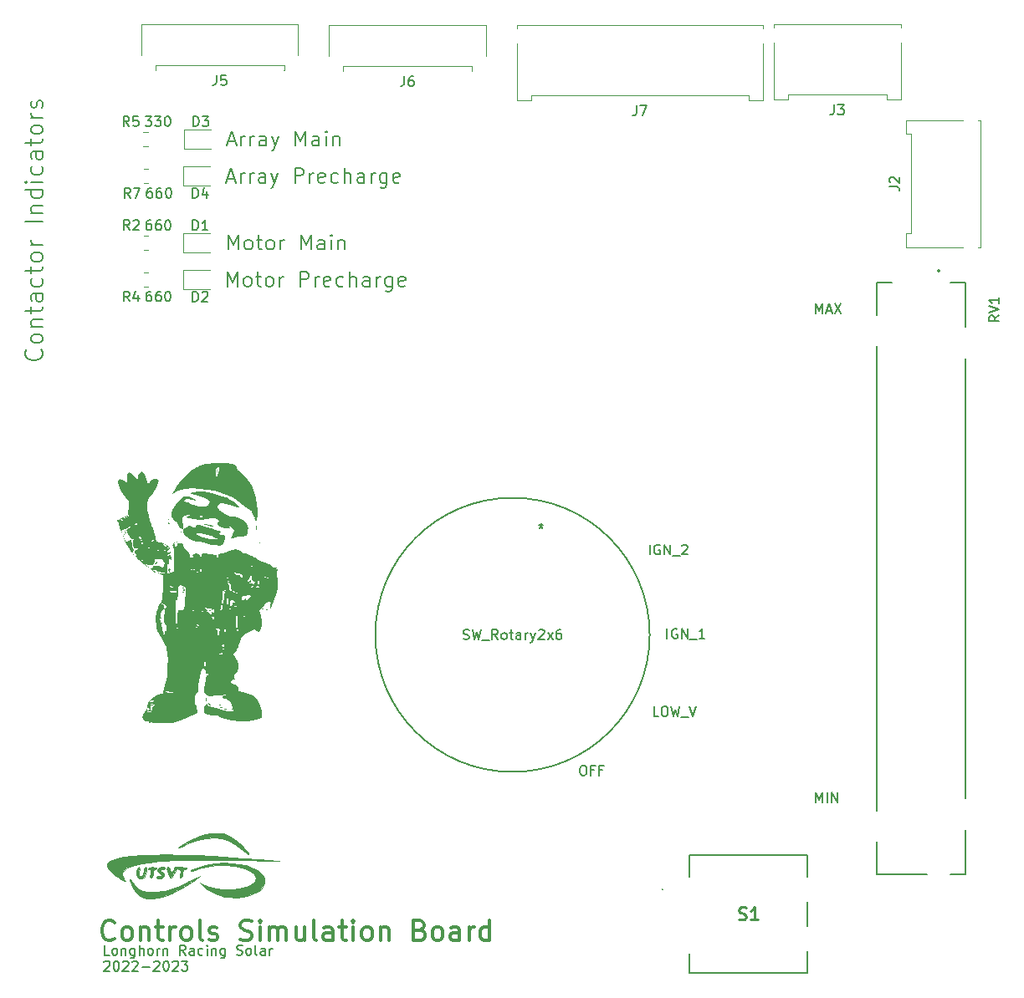
<source format=gbr>
%TF.GenerationSoftware,KiCad,Pcbnew,7.0.5*%
%TF.CreationDate,2023-09-23T15:40:50-05:00*%
%TF.ProjectId,ControlsSim,436f6e74-726f-46c7-9353-696d2e6b6963,rev?*%
%TF.SameCoordinates,Original*%
%TF.FileFunction,Legend,Top*%
%TF.FilePolarity,Positive*%
%FSLAX46Y46*%
G04 Gerber Fmt 4.6, Leading zero omitted, Abs format (unit mm)*
G04 Created by KiCad (PCBNEW 7.0.5) date 2023-09-23 15:40:50*
%MOMM*%
%LPD*%
G01*
G04 APERTURE LIST*
%ADD10C,0.150000*%
%ADD11C,0.300000*%
%ADD12C,0.254000*%
%ADD13C,0.120000*%
%ADD14C,0.127000*%
%ADD15C,0.200000*%
%ADD16C,0.100000*%
%ADD17C,0.152400*%
%ADD18C,0.010000*%
G04 APERTURE END LIST*
D10*
X181311779Y-81657819D02*
X181311779Y-80657819D01*
X181311779Y-80657819D02*
X181645112Y-81372104D01*
X181645112Y-81372104D02*
X181978445Y-80657819D01*
X181978445Y-80657819D02*
X181978445Y-81657819D01*
X182407017Y-81372104D02*
X182883207Y-81372104D01*
X182311779Y-81657819D02*
X182645112Y-80657819D01*
X182645112Y-80657819D02*
X182978445Y-81657819D01*
X183216541Y-80657819D02*
X183883207Y-81657819D01*
X183883207Y-80657819D02*
X183216541Y-81657819D01*
X164531607Y-106082062D02*
X164531607Y-105082062D01*
X165531606Y-105129681D02*
X165436368Y-105082062D01*
X165436368Y-105082062D02*
X165293511Y-105082062D01*
X165293511Y-105082062D02*
X165150654Y-105129681D01*
X165150654Y-105129681D02*
X165055416Y-105224919D01*
X165055416Y-105224919D02*
X165007797Y-105320157D01*
X165007797Y-105320157D02*
X164960178Y-105510633D01*
X164960178Y-105510633D02*
X164960178Y-105653490D01*
X164960178Y-105653490D02*
X165007797Y-105843966D01*
X165007797Y-105843966D02*
X165055416Y-105939204D01*
X165055416Y-105939204D02*
X165150654Y-106034443D01*
X165150654Y-106034443D02*
X165293511Y-106082062D01*
X165293511Y-106082062D02*
X165388749Y-106082062D01*
X165388749Y-106082062D02*
X165531606Y-106034443D01*
X165531606Y-106034443D02*
X165579225Y-105986823D01*
X165579225Y-105986823D02*
X165579225Y-105653490D01*
X165579225Y-105653490D02*
X165388749Y-105653490D01*
X166007797Y-106082062D02*
X166007797Y-105082062D01*
X166007797Y-105082062D02*
X166579225Y-106082062D01*
X166579225Y-106082062D02*
X166579225Y-105082062D01*
X166817321Y-106177300D02*
X167579225Y-106177300D01*
X167769702Y-105177300D02*
X167817321Y-105129681D01*
X167817321Y-105129681D02*
X167912559Y-105082062D01*
X167912559Y-105082062D02*
X168150654Y-105082062D01*
X168150654Y-105082062D02*
X168245892Y-105129681D01*
X168245892Y-105129681D02*
X168293511Y-105177300D01*
X168293511Y-105177300D02*
X168341130Y-105272538D01*
X168341130Y-105272538D02*
X168341130Y-105367776D01*
X168341130Y-105367776D02*
X168293511Y-105510633D01*
X168293511Y-105510633D02*
X167722083Y-106082062D01*
X167722083Y-106082062D02*
X168341130Y-106082062D01*
X121750001Y-68007557D02*
X122464287Y-68007557D01*
X121607144Y-68436128D02*
X122107144Y-66936128D01*
X122107144Y-66936128D02*
X122607144Y-68436128D01*
X123107143Y-68436128D02*
X123107143Y-67436128D01*
X123107143Y-67721842D02*
X123178572Y-67578985D01*
X123178572Y-67578985D02*
X123250001Y-67507557D01*
X123250001Y-67507557D02*
X123392858Y-67436128D01*
X123392858Y-67436128D02*
X123535715Y-67436128D01*
X124035714Y-68436128D02*
X124035714Y-67436128D01*
X124035714Y-67721842D02*
X124107143Y-67578985D01*
X124107143Y-67578985D02*
X124178572Y-67507557D01*
X124178572Y-67507557D02*
X124321429Y-67436128D01*
X124321429Y-67436128D02*
X124464286Y-67436128D01*
X125607143Y-68436128D02*
X125607143Y-67650414D01*
X125607143Y-67650414D02*
X125535714Y-67507557D01*
X125535714Y-67507557D02*
X125392857Y-67436128D01*
X125392857Y-67436128D02*
X125107143Y-67436128D01*
X125107143Y-67436128D02*
X124964285Y-67507557D01*
X125607143Y-68364700D02*
X125464285Y-68436128D01*
X125464285Y-68436128D02*
X125107143Y-68436128D01*
X125107143Y-68436128D02*
X124964285Y-68364700D01*
X124964285Y-68364700D02*
X124892857Y-68221842D01*
X124892857Y-68221842D02*
X124892857Y-68078985D01*
X124892857Y-68078985D02*
X124964285Y-67936128D01*
X124964285Y-67936128D02*
X125107143Y-67864700D01*
X125107143Y-67864700D02*
X125464285Y-67864700D01*
X125464285Y-67864700D02*
X125607143Y-67793271D01*
X126178571Y-67436128D02*
X126535714Y-68436128D01*
X126892857Y-67436128D02*
X126535714Y-68436128D01*
X126535714Y-68436128D02*
X126392857Y-68793271D01*
X126392857Y-68793271D02*
X126321428Y-68864700D01*
X126321428Y-68864700D02*
X126178571Y-68936128D01*
X128607142Y-68436128D02*
X128607142Y-66936128D01*
X128607142Y-66936128D02*
X129178571Y-66936128D01*
X129178571Y-66936128D02*
X129321428Y-67007557D01*
X129321428Y-67007557D02*
X129392857Y-67078985D01*
X129392857Y-67078985D02*
X129464285Y-67221842D01*
X129464285Y-67221842D02*
X129464285Y-67436128D01*
X129464285Y-67436128D02*
X129392857Y-67578985D01*
X129392857Y-67578985D02*
X129321428Y-67650414D01*
X129321428Y-67650414D02*
X129178571Y-67721842D01*
X129178571Y-67721842D02*
X128607142Y-67721842D01*
X130107142Y-68436128D02*
X130107142Y-67436128D01*
X130107142Y-67721842D02*
X130178571Y-67578985D01*
X130178571Y-67578985D02*
X130250000Y-67507557D01*
X130250000Y-67507557D02*
X130392857Y-67436128D01*
X130392857Y-67436128D02*
X130535714Y-67436128D01*
X131607142Y-68364700D02*
X131464285Y-68436128D01*
X131464285Y-68436128D02*
X131178571Y-68436128D01*
X131178571Y-68436128D02*
X131035713Y-68364700D01*
X131035713Y-68364700D02*
X130964285Y-68221842D01*
X130964285Y-68221842D02*
X130964285Y-67650414D01*
X130964285Y-67650414D02*
X131035713Y-67507557D01*
X131035713Y-67507557D02*
X131178571Y-67436128D01*
X131178571Y-67436128D02*
X131464285Y-67436128D01*
X131464285Y-67436128D02*
X131607142Y-67507557D01*
X131607142Y-67507557D02*
X131678571Y-67650414D01*
X131678571Y-67650414D02*
X131678571Y-67793271D01*
X131678571Y-67793271D02*
X130964285Y-67936128D01*
X132964285Y-68364700D02*
X132821427Y-68436128D01*
X132821427Y-68436128D02*
X132535713Y-68436128D01*
X132535713Y-68436128D02*
X132392856Y-68364700D01*
X132392856Y-68364700D02*
X132321427Y-68293271D01*
X132321427Y-68293271D02*
X132249999Y-68150414D01*
X132249999Y-68150414D02*
X132249999Y-67721842D01*
X132249999Y-67721842D02*
X132321427Y-67578985D01*
X132321427Y-67578985D02*
X132392856Y-67507557D01*
X132392856Y-67507557D02*
X132535713Y-67436128D01*
X132535713Y-67436128D02*
X132821427Y-67436128D01*
X132821427Y-67436128D02*
X132964285Y-67507557D01*
X133607141Y-68436128D02*
X133607141Y-66936128D01*
X134249999Y-68436128D02*
X134249999Y-67650414D01*
X134249999Y-67650414D02*
X134178570Y-67507557D01*
X134178570Y-67507557D02*
X134035713Y-67436128D01*
X134035713Y-67436128D02*
X133821427Y-67436128D01*
X133821427Y-67436128D02*
X133678570Y-67507557D01*
X133678570Y-67507557D02*
X133607141Y-67578985D01*
X135607142Y-68436128D02*
X135607142Y-67650414D01*
X135607142Y-67650414D02*
X135535713Y-67507557D01*
X135535713Y-67507557D02*
X135392856Y-67436128D01*
X135392856Y-67436128D02*
X135107142Y-67436128D01*
X135107142Y-67436128D02*
X134964284Y-67507557D01*
X135607142Y-68364700D02*
X135464284Y-68436128D01*
X135464284Y-68436128D02*
X135107142Y-68436128D01*
X135107142Y-68436128D02*
X134964284Y-68364700D01*
X134964284Y-68364700D02*
X134892856Y-68221842D01*
X134892856Y-68221842D02*
X134892856Y-68078985D01*
X134892856Y-68078985D02*
X134964284Y-67936128D01*
X134964284Y-67936128D02*
X135107142Y-67864700D01*
X135107142Y-67864700D02*
X135464284Y-67864700D01*
X135464284Y-67864700D02*
X135607142Y-67793271D01*
X136321427Y-68436128D02*
X136321427Y-67436128D01*
X136321427Y-67721842D02*
X136392856Y-67578985D01*
X136392856Y-67578985D02*
X136464285Y-67507557D01*
X136464285Y-67507557D02*
X136607142Y-67436128D01*
X136607142Y-67436128D02*
X136749999Y-67436128D01*
X137892856Y-67436128D02*
X137892856Y-68650414D01*
X137892856Y-68650414D02*
X137821427Y-68793271D01*
X137821427Y-68793271D02*
X137749998Y-68864700D01*
X137749998Y-68864700D02*
X137607141Y-68936128D01*
X137607141Y-68936128D02*
X137392856Y-68936128D01*
X137392856Y-68936128D02*
X137249998Y-68864700D01*
X137892856Y-68364700D02*
X137749998Y-68436128D01*
X137749998Y-68436128D02*
X137464284Y-68436128D01*
X137464284Y-68436128D02*
X137321427Y-68364700D01*
X137321427Y-68364700D02*
X137249998Y-68293271D01*
X137249998Y-68293271D02*
X137178570Y-68150414D01*
X137178570Y-68150414D02*
X137178570Y-67721842D01*
X137178570Y-67721842D02*
X137249998Y-67578985D01*
X137249998Y-67578985D02*
X137321427Y-67507557D01*
X137321427Y-67507557D02*
X137464284Y-67436128D01*
X137464284Y-67436128D02*
X137749998Y-67436128D01*
X137749998Y-67436128D02*
X137892856Y-67507557D01*
X139178570Y-68364700D02*
X139035713Y-68436128D01*
X139035713Y-68436128D02*
X138749999Y-68436128D01*
X138749999Y-68436128D02*
X138607141Y-68364700D01*
X138607141Y-68364700D02*
X138535713Y-68221842D01*
X138535713Y-68221842D02*
X138535713Y-67650414D01*
X138535713Y-67650414D02*
X138607141Y-67507557D01*
X138607141Y-67507557D02*
X138749999Y-67436128D01*
X138749999Y-67436128D02*
X139035713Y-67436128D01*
X139035713Y-67436128D02*
X139178570Y-67507557D01*
X139178570Y-67507557D02*
X139249999Y-67650414D01*
X139249999Y-67650414D02*
X139249999Y-67793271D01*
X139249999Y-67793271D02*
X138535713Y-67936128D01*
X165404740Y-122470353D02*
X164928550Y-122470353D01*
X164928550Y-122470353D02*
X164928550Y-121470353D01*
X165928550Y-121470353D02*
X166119026Y-121470353D01*
X166119026Y-121470353D02*
X166214264Y-121517972D01*
X166214264Y-121517972D02*
X166309502Y-121613210D01*
X166309502Y-121613210D02*
X166357121Y-121803686D01*
X166357121Y-121803686D02*
X166357121Y-122137019D01*
X166357121Y-122137019D02*
X166309502Y-122327495D01*
X166309502Y-122327495D02*
X166214264Y-122422734D01*
X166214264Y-122422734D02*
X166119026Y-122470353D01*
X166119026Y-122470353D02*
X165928550Y-122470353D01*
X165928550Y-122470353D02*
X165833312Y-122422734D01*
X165833312Y-122422734D02*
X165738074Y-122327495D01*
X165738074Y-122327495D02*
X165690455Y-122137019D01*
X165690455Y-122137019D02*
X165690455Y-121803686D01*
X165690455Y-121803686D02*
X165738074Y-121613210D01*
X165738074Y-121613210D02*
X165833312Y-121517972D01*
X165833312Y-121517972D02*
X165928550Y-121470353D01*
X166690455Y-121470353D02*
X166928550Y-122470353D01*
X166928550Y-122470353D02*
X167119026Y-121756067D01*
X167119026Y-121756067D02*
X167309502Y-122470353D01*
X167309502Y-122470353D02*
X167547598Y-121470353D01*
X167690455Y-122565591D02*
X168452359Y-122565591D01*
X168547598Y-121470353D02*
X168880931Y-122470353D01*
X168880931Y-122470353D02*
X169214264Y-121470353D01*
X157689755Y-127457319D02*
X157880231Y-127457319D01*
X157880231Y-127457319D02*
X157975469Y-127504938D01*
X157975469Y-127504938D02*
X158070707Y-127600176D01*
X158070707Y-127600176D02*
X158118326Y-127790652D01*
X158118326Y-127790652D02*
X158118326Y-128123985D01*
X158118326Y-128123985D02*
X158070707Y-128314461D01*
X158070707Y-128314461D02*
X157975469Y-128409700D01*
X157975469Y-128409700D02*
X157880231Y-128457319D01*
X157880231Y-128457319D02*
X157689755Y-128457319D01*
X157689755Y-128457319D02*
X157594517Y-128409700D01*
X157594517Y-128409700D02*
X157499279Y-128314461D01*
X157499279Y-128314461D02*
X157451660Y-128123985D01*
X157451660Y-128123985D02*
X157451660Y-127790652D01*
X157451660Y-127790652D02*
X157499279Y-127600176D01*
X157499279Y-127600176D02*
X157594517Y-127504938D01*
X157594517Y-127504938D02*
X157689755Y-127457319D01*
X158880231Y-127933509D02*
X158546898Y-127933509D01*
X158546898Y-128457319D02*
X158546898Y-127457319D01*
X158546898Y-127457319D02*
X159023088Y-127457319D01*
X159737374Y-127933509D02*
X159404041Y-127933509D01*
X159404041Y-128457319D02*
X159404041Y-127457319D01*
X159404041Y-127457319D02*
X159880231Y-127457319D01*
X102885117Y-85333331D02*
X102968451Y-85416664D01*
X102968451Y-85416664D02*
X103051784Y-85666664D01*
X103051784Y-85666664D02*
X103051784Y-85833331D01*
X103051784Y-85833331D02*
X102968451Y-86083331D01*
X102968451Y-86083331D02*
X102801784Y-86249998D01*
X102801784Y-86249998D02*
X102635117Y-86333331D01*
X102635117Y-86333331D02*
X102301784Y-86416664D01*
X102301784Y-86416664D02*
X102051784Y-86416664D01*
X102051784Y-86416664D02*
X101718451Y-86333331D01*
X101718451Y-86333331D02*
X101551784Y-86249998D01*
X101551784Y-86249998D02*
X101385117Y-86083331D01*
X101385117Y-86083331D02*
X101301784Y-85833331D01*
X101301784Y-85833331D02*
X101301784Y-85666664D01*
X101301784Y-85666664D02*
X101385117Y-85416664D01*
X101385117Y-85416664D02*
X101468451Y-85333331D01*
X103051784Y-84333331D02*
X102968451Y-84499998D01*
X102968451Y-84499998D02*
X102885117Y-84583331D01*
X102885117Y-84583331D02*
X102718451Y-84666664D01*
X102718451Y-84666664D02*
X102218451Y-84666664D01*
X102218451Y-84666664D02*
X102051784Y-84583331D01*
X102051784Y-84583331D02*
X101968451Y-84499998D01*
X101968451Y-84499998D02*
X101885117Y-84333331D01*
X101885117Y-84333331D02*
X101885117Y-84083331D01*
X101885117Y-84083331D02*
X101968451Y-83916664D01*
X101968451Y-83916664D02*
X102051784Y-83833331D01*
X102051784Y-83833331D02*
X102218451Y-83749998D01*
X102218451Y-83749998D02*
X102718451Y-83749998D01*
X102718451Y-83749998D02*
X102885117Y-83833331D01*
X102885117Y-83833331D02*
X102968451Y-83916664D01*
X102968451Y-83916664D02*
X103051784Y-84083331D01*
X103051784Y-84083331D02*
X103051784Y-84333331D01*
X101885117Y-82999998D02*
X103051784Y-82999998D01*
X102051784Y-82999998D02*
X101968451Y-82916665D01*
X101968451Y-82916665D02*
X101885117Y-82749998D01*
X101885117Y-82749998D02*
X101885117Y-82499998D01*
X101885117Y-82499998D02*
X101968451Y-82333331D01*
X101968451Y-82333331D02*
X102135117Y-82249998D01*
X102135117Y-82249998D02*
X103051784Y-82249998D01*
X101885117Y-81666665D02*
X101885117Y-80999998D01*
X101301784Y-81416665D02*
X102801784Y-81416665D01*
X102801784Y-81416665D02*
X102968451Y-81333332D01*
X102968451Y-81333332D02*
X103051784Y-81166665D01*
X103051784Y-81166665D02*
X103051784Y-80999998D01*
X103051784Y-79666665D02*
X102135117Y-79666665D01*
X102135117Y-79666665D02*
X101968451Y-79749998D01*
X101968451Y-79749998D02*
X101885117Y-79916665D01*
X101885117Y-79916665D02*
X101885117Y-80249998D01*
X101885117Y-80249998D02*
X101968451Y-80416665D01*
X102968451Y-79666665D02*
X103051784Y-79833332D01*
X103051784Y-79833332D02*
X103051784Y-80249998D01*
X103051784Y-80249998D02*
X102968451Y-80416665D01*
X102968451Y-80416665D02*
X102801784Y-80499998D01*
X102801784Y-80499998D02*
X102635117Y-80499998D01*
X102635117Y-80499998D02*
X102468451Y-80416665D01*
X102468451Y-80416665D02*
X102385117Y-80249998D01*
X102385117Y-80249998D02*
X102385117Y-79833332D01*
X102385117Y-79833332D02*
X102301784Y-79666665D01*
X102968451Y-78083332D02*
X103051784Y-78249999D01*
X103051784Y-78249999D02*
X103051784Y-78583332D01*
X103051784Y-78583332D02*
X102968451Y-78749999D01*
X102968451Y-78749999D02*
X102885117Y-78833332D01*
X102885117Y-78833332D02*
X102718451Y-78916665D01*
X102718451Y-78916665D02*
X102218451Y-78916665D01*
X102218451Y-78916665D02*
X102051784Y-78833332D01*
X102051784Y-78833332D02*
X101968451Y-78749999D01*
X101968451Y-78749999D02*
X101885117Y-78583332D01*
X101885117Y-78583332D02*
X101885117Y-78249999D01*
X101885117Y-78249999D02*
X101968451Y-78083332D01*
X101885117Y-77583332D02*
X101885117Y-76916665D01*
X101301784Y-77333332D02*
X102801784Y-77333332D01*
X102801784Y-77333332D02*
X102968451Y-77249999D01*
X102968451Y-77249999D02*
X103051784Y-77083332D01*
X103051784Y-77083332D02*
X103051784Y-76916665D01*
X103051784Y-76083332D02*
X102968451Y-76249999D01*
X102968451Y-76249999D02*
X102885117Y-76333332D01*
X102885117Y-76333332D02*
X102718451Y-76416665D01*
X102718451Y-76416665D02*
X102218451Y-76416665D01*
X102218451Y-76416665D02*
X102051784Y-76333332D01*
X102051784Y-76333332D02*
X101968451Y-76249999D01*
X101968451Y-76249999D02*
X101885117Y-76083332D01*
X101885117Y-76083332D02*
X101885117Y-75833332D01*
X101885117Y-75833332D02*
X101968451Y-75666665D01*
X101968451Y-75666665D02*
X102051784Y-75583332D01*
X102051784Y-75583332D02*
X102218451Y-75499999D01*
X102218451Y-75499999D02*
X102718451Y-75499999D01*
X102718451Y-75499999D02*
X102885117Y-75583332D01*
X102885117Y-75583332D02*
X102968451Y-75666665D01*
X102968451Y-75666665D02*
X103051784Y-75833332D01*
X103051784Y-75833332D02*
X103051784Y-76083332D01*
X103051784Y-74749999D02*
X101885117Y-74749999D01*
X102218451Y-74749999D02*
X102051784Y-74666666D01*
X102051784Y-74666666D02*
X101968451Y-74583332D01*
X101968451Y-74583332D02*
X101885117Y-74416666D01*
X101885117Y-74416666D02*
X101885117Y-74249999D01*
X103051784Y-72333333D02*
X101301784Y-72333333D01*
X101885117Y-71500000D02*
X103051784Y-71500000D01*
X102051784Y-71500000D02*
X101968451Y-71416667D01*
X101968451Y-71416667D02*
X101885117Y-71250000D01*
X101885117Y-71250000D02*
X101885117Y-71000000D01*
X101885117Y-71000000D02*
X101968451Y-70833333D01*
X101968451Y-70833333D02*
X102135117Y-70750000D01*
X102135117Y-70750000D02*
X103051784Y-70750000D01*
X103051784Y-69166667D02*
X101301784Y-69166667D01*
X102968451Y-69166667D02*
X103051784Y-69333334D01*
X103051784Y-69333334D02*
X103051784Y-69666667D01*
X103051784Y-69666667D02*
X102968451Y-69833334D01*
X102968451Y-69833334D02*
X102885117Y-69916667D01*
X102885117Y-69916667D02*
X102718451Y-70000000D01*
X102718451Y-70000000D02*
X102218451Y-70000000D01*
X102218451Y-70000000D02*
X102051784Y-69916667D01*
X102051784Y-69916667D02*
X101968451Y-69833334D01*
X101968451Y-69833334D02*
X101885117Y-69666667D01*
X101885117Y-69666667D02*
X101885117Y-69333334D01*
X101885117Y-69333334D02*
X101968451Y-69166667D01*
X103051784Y-68333334D02*
X101885117Y-68333334D01*
X101301784Y-68333334D02*
X101385117Y-68416667D01*
X101385117Y-68416667D02*
X101468451Y-68333334D01*
X101468451Y-68333334D02*
X101385117Y-68250001D01*
X101385117Y-68250001D02*
X101301784Y-68333334D01*
X101301784Y-68333334D02*
X101468451Y-68333334D01*
X102968451Y-66750001D02*
X103051784Y-66916668D01*
X103051784Y-66916668D02*
X103051784Y-67250001D01*
X103051784Y-67250001D02*
X102968451Y-67416668D01*
X102968451Y-67416668D02*
X102885117Y-67500001D01*
X102885117Y-67500001D02*
X102718451Y-67583334D01*
X102718451Y-67583334D02*
X102218451Y-67583334D01*
X102218451Y-67583334D02*
X102051784Y-67500001D01*
X102051784Y-67500001D02*
X101968451Y-67416668D01*
X101968451Y-67416668D02*
X101885117Y-67250001D01*
X101885117Y-67250001D02*
X101885117Y-66916668D01*
X101885117Y-66916668D02*
X101968451Y-66750001D01*
X103051784Y-65250001D02*
X102135117Y-65250001D01*
X102135117Y-65250001D02*
X101968451Y-65333334D01*
X101968451Y-65333334D02*
X101885117Y-65500001D01*
X101885117Y-65500001D02*
X101885117Y-65833334D01*
X101885117Y-65833334D02*
X101968451Y-66000001D01*
X102968451Y-65250001D02*
X103051784Y-65416668D01*
X103051784Y-65416668D02*
X103051784Y-65833334D01*
X103051784Y-65833334D02*
X102968451Y-66000001D01*
X102968451Y-66000001D02*
X102801784Y-66083334D01*
X102801784Y-66083334D02*
X102635117Y-66083334D01*
X102635117Y-66083334D02*
X102468451Y-66000001D01*
X102468451Y-66000001D02*
X102385117Y-65833334D01*
X102385117Y-65833334D02*
X102385117Y-65416668D01*
X102385117Y-65416668D02*
X102301784Y-65250001D01*
X101885117Y-64666668D02*
X101885117Y-64000001D01*
X101301784Y-64416668D02*
X102801784Y-64416668D01*
X102801784Y-64416668D02*
X102968451Y-64333335D01*
X102968451Y-64333335D02*
X103051784Y-64166668D01*
X103051784Y-64166668D02*
X103051784Y-64000001D01*
X103051784Y-63166668D02*
X102968451Y-63333335D01*
X102968451Y-63333335D02*
X102885117Y-63416668D01*
X102885117Y-63416668D02*
X102718451Y-63500001D01*
X102718451Y-63500001D02*
X102218451Y-63500001D01*
X102218451Y-63500001D02*
X102051784Y-63416668D01*
X102051784Y-63416668D02*
X101968451Y-63333335D01*
X101968451Y-63333335D02*
X101885117Y-63166668D01*
X101885117Y-63166668D02*
X101885117Y-62916668D01*
X101885117Y-62916668D02*
X101968451Y-62750001D01*
X101968451Y-62750001D02*
X102051784Y-62666668D01*
X102051784Y-62666668D02*
X102218451Y-62583335D01*
X102218451Y-62583335D02*
X102718451Y-62583335D01*
X102718451Y-62583335D02*
X102885117Y-62666668D01*
X102885117Y-62666668D02*
X102968451Y-62750001D01*
X102968451Y-62750001D02*
X103051784Y-62916668D01*
X103051784Y-62916668D02*
X103051784Y-63166668D01*
X103051784Y-61833335D02*
X101885117Y-61833335D01*
X102218451Y-61833335D02*
X102051784Y-61750002D01*
X102051784Y-61750002D02*
X101968451Y-61666668D01*
X101968451Y-61666668D02*
X101885117Y-61500002D01*
X101885117Y-61500002D02*
X101885117Y-61333335D01*
X102968451Y-60833335D02*
X103051784Y-60666669D01*
X103051784Y-60666669D02*
X103051784Y-60333335D01*
X103051784Y-60333335D02*
X102968451Y-60166669D01*
X102968451Y-60166669D02*
X102801784Y-60083335D01*
X102801784Y-60083335D02*
X102718451Y-60083335D01*
X102718451Y-60083335D02*
X102551784Y-60166669D01*
X102551784Y-60166669D02*
X102468451Y-60333335D01*
X102468451Y-60333335D02*
X102468451Y-60583335D01*
X102468451Y-60583335D02*
X102385117Y-60750002D01*
X102385117Y-60750002D02*
X102218451Y-60833335D01*
X102218451Y-60833335D02*
X102135117Y-60833335D01*
X102135117Y-60833335D02*
X101968451Y-60750002D01*
X101968451Y-60750002D02*
X101885117Y-60583335D01*
X101885117Y-60583335D02*
X101885117Y-60333335D01*
X101885117Y-60333335D02*
X101968451Y-60166669D01*
X121785714Y-78936128D02*
X121785714Y-77436128D01*
X121785714Y-77436128D02*
X122285714Y-78507557D01*
X122285714Y-78507557D02*
X122785714Y-77436128D01*
X122785714Y-77436128D02*
X122785714Y-78936128D01*
X123714286Y-78936128D02*
X123571429Y-78864700D01*
X123571429Y-78864700D02*
X123500000Y-78793271D01*
X123500000Y-78793271D02*
X123428572Y-78650414D01*
X123428572Y-78650414D02*
X123428572Y-78221842D01*
X123428572Y-78221842D02*
X123500000Y-78078985D01*
X123500000Y-78078985D02*
X123571429Y-78007557D01*
X123571429Y-78007557D02*
X123714286Y-77936128D01*
X123714286Y-77936128D02*
X123928572Y-77936128D01*
X123928572Y-77936128D02*
X124071429Y-78007557D01*
X124071429Y-78007557D02*
X124142858Y-78078985D01*
X124142858Y-78078985D02*
X124214286Y-78221842D01*
X124214286Y-78221842D02*
X124214286Y-78650414D01*
X124214286Y-78650414D02*
X124142858Y-78793271D01*
X124142858Y-78793271D02*
X124071429Y-78864700D01*
X124071429Y-78864700D02*
X123928572Y-78936128D01*
X123928572Y-78936128D02*
X123714286Y-78936128D01*
X124642858Y-77936128D02*
X125214286Y-77936128D01*
X124857143Y-77436128D02*
X124857143Y-78721842D01*
X124857143Y-78721842D02*
X124928572Y-78864700D01*
X124928572Y-78864700D02*
X125071429Y-78936128D01*
X125071429Y-78936128D02*
X125214286Y-78936128D01*
X125928572Y-78936128D02*
X125785715Y-78864700D01*
X125785715Y-78864700D02*
X125714286Y-78793271D01*
X125714286Y-78793271D02*
X125642858Y-78650414D01*
X125642858Y-78650414D02*
X125642858Y-78221842D01*
X125642858Y-78221842D02*
X125714286Y-78078985D01*
X125714286Y-78078985D02*
X125785715Y-78007557D01*
X125785715Y-78007557D02*
X125928572Y-77936128D01*
X125928572Y-77936128D02*
X126142858Y-77936128D01*
X126142858Y-77936128D02*
X126285715Y-78007557D01*
X126285715Y-78007557D02*
X126357144Y-78078985D01*
X126357144Y-78078985D02*
X126428572Y-78221842D01*
X126428572Y-78221842D02*
X126428572Y-78650414D01*
X126428572Y-78650414D02*
X126357144Y-78793271D01*
X126357144Y-78793271D02*
X126285715Y-78864700D01*
X126285715Y-78864700D02*
X126142858Y-78936128D01*
X126142858Y-78936128D02*
X125928572Y-78936128D01*
X127071429Y-78936128D02*
X127071429Y-77936128D01*
X127071429Y-78221842D02*
X127142858Y-78078985D01*
X127142858Y-78078985D02*
X127214287Y-78007557D01*
X127214287Y-78007557D02*
X127357144Y-77936128D01*
X127357144Y-77936128D02*
X127500001Y-77936128D01*
X129142857Y-78936128D02*
X129142857Y-77436128D01*
X129142857Y-77436128D02*
X129714286Y-77436128D01*
X129714286Y-77436128D02*
X129857143Y-77507557D01*
X129857143Y-77507557D02*
X129928572Y-77578985D01*
X129928572Y-77578985D02*
X130000000Y-77721842D01*
X130000000Y-77721842D02*
X130000000Y-77936128D01*
X130000000Y-77936128D02*
X129928572Y-78078985D01*
X129928572Y-78078985D02*
X129857143Y-78150414D01*
X129857143Y-78150414D02*
X129714286Y-78221842D01*
X129714286Y-78221842D02*
X129142857Y-78221842D01*
X130642857Y-78936128D02*
X130642857Y-77936128D01*
X130642857Y-78221842D02*
X130714286Y-78078985D01*
X130714286Y-78078985D02*
X130785715Y-78007557D01*
X130785715Y-78007557D02*
X130928572Y-77936128D01*
X130928572Y-77936128D02*
X131071429Y-77936128D01*
X132142857Y-78864700D02*
X132000000Y-78936128D01*
X132000000Y-78936128D02*
X131714286Y-78936128D01*
X131714286Y-78936128D02*
X131571428Y-78864700D01*
X131571428Y-78864700D02*
X131500000Y-78721842D01*
X131500000Y-78721842D02*
X131500000Y-78150414D01*
X131500000Y-78150414D02*
X131571428Y-78007557D01*
X131571428Y-78007557D02*
X131714286Y-77936128D01*
X131714286Y-77936128D02*
X132000000Y-77936128D01*
X132000000Y-77936128D02*
X132142857Y-78007557D01*
X132142857Y-78007557D02*
X132214286Y-78150414D01*
X132214286Y-78150414D02*
X132214286Y-78293271D01*
X132214286Y-78293271D02*
X131500000Y-78436128D01*
X133500000Y-78864700D02*
X133357142Y-78936128D01*
X133357142Y-78936128D02*
X133071428Y-78936128D01*
X133071428Y-78936128D02*
X132928571Y-78864700D01*
X132928571Y-78864700D02*
X132857142Y-78793271D01*
X132857142Y-78793271D02*
X132785714Y-78650414D01*
X132785714Y-78650414D02*
X132785714Y-78221842D01*
X132785714Y-78221842D02*
X132857142Y-78078985D01*
X132857142Y-78078985D02*
X132928571Y-78007557D01*
X132928571Y-78007557D02*
X133071428Y-77936128D01*
X133071428Y-77936128D02*
X133357142Y-77936128D01*
X133357142Y-77936128D02*
X133500000Y-78007557D01*
X134142856Y-78936128D02*
X134142856Y-77436128D01*
X134785714Y-78936128D02*
X134785714Y-78150414D01*
X134785714Y-78150414D02*
X134714285Y-78007557D01*
X134714285Y-78007557D02*
X134571428Y-77936128D01*
X134571428Y-77936128D02*
X134357142Y-77936128D01*
X134357142Y-77936128D02*
X134214285Y-78007557D01*
X134214285Y-78007557D02*
X134142856Y-78078985D01*
X136142857Y-78936128D02*
X136142857Y-78150414D01*
X136142857Y-78150414D02*
X136071428Y-78007557D01*
X136071428Y-78007557D02*
X135928571Y-77936128D01*
X135928571Y-77936128D02*
X135642857Y-77936128D01*
X135642857Y-77936128D02*
X135499999Y-78007557D01*
X136142857Y-78864700D02*
X135999999Y-78936128D01*
X135999999Y-78936128D02*
X135642857Y-78936128D01*
X135642857Y-78936128D02*
X135499999Y-78864700D01*
X135499999Y-78864700D02*
X135428571Y-78721842D01*
X135428571Y-78721842D02*
X135428571Y-78578985D01*
X135428571Y-78578985D02*
X135499999Y-78436128D01*
X135499999Y-78436128D02*
X135642857Y-78364700D01*
X135642857Y-78364700D02*
X135999999Y-78364700D01*
X135999999Y-78364700D02*
X136142857Y-78293271D01*
X136857142Y-78936128D02*
X136857142Y-77936128D01*
X136857142Y-78221842D02*
X136928571Y-78078985D01*
X136928571Y-78078985D02*
X137000000Y-78007557D01*
X137000000Y-78007557D02*
X137142857Y-77936128D01*
X137142857Y-77936128D02*
X137285714Y-77936128D01*
X138428571Y-77936128D02*
X138428571Y-79150414D01*
X138428571Y-79150414D02*
X138357142Y-79293271D01*
X138357142Y-79293271D02*
X138285713Y-79364700D01*
X138285713Y-79364700D02*
X138142856Y-79436128D01*
X138142856Y-79436128D02*
X137928571Y-79436128D01*
X137928571Y-79436128D02*
X137785713Y-79364700D01*
X138428571Y-78864700D02*
X138285713Y-78936128D01*
X138285713Y-78936128D02*
X137999999Y-78936128D01*
X137999999Y-78936128D02*
X137857142Y-78864700D01*
X137857142Y-78864700D02*
X137785713Y-78793271D01*
X137785713Y-78793271D02*
X137714285Y-78650414D01*
X137714285Y-78650414D02*
X137714285Y-78221842D01*
X137714285Y-78221842D02*
X137785713Y-78078985D01*
X137785713Y-78078985D02*
X137857142Y-78007557D01*
X137857142Y-78007557D02*
X137999999Y-77936128D01*
X137999999Y-77936128D02*
X138285713Y-77936128D01*
X138285713Y-77936128D02*
X138428571Y-78007557D01*
X139714285Y-78864700D02*
X139571428Y-78936128D01*
X139571428Y-78936128D02*
X139285714Y-78936128D01*
X139285714Y-78936128D02*
X139142856Y-78864700D01*
X139142856Y-78864700D02*
X139071428Y-78721842D01*
X139071428Y-78721842D02*
X139071428Y-78150414D01*
X139071428Y-78150414D02*
X139142856Y-78007557D01*
X139142856Y-78007557D02*
X139285714Y-77936128D01*
X139285714Y-77936128D02*
X139571428Y-77936128D01*
X139571428Y-77936128D02*
X139714285Y-78007557D01*
X139714285Y-78007557D02*
X139785714Y-78150414D01*
X139785714Y-78150414D02*
X139785714Y-78293271D01*
X139785714Y-78293271D02*
X139071428Y-78436128D01*
X121857142Y-75186128D02*
X121857142Y-73686128D01*
X121857142Y-73686128D02*
X122357142Y-74757557D01*
X122357142Y-74757557D02*
X122857142Y-73686128D01*
X122857142Y-73686128D02*
X122857142Y-75186128D01*
X123785714Y-75186128D02*
X123642857Y-75114700D01*
X123642857Y-75114700D02*
X123571428Y-75043271D01*
X123571428Y-75043271D02*
X123500000Y-74900414D01*
X123500000Y-74900414D02*
X123500000Y-74471842D01*
X123500000Y-74471842D02*
X123571428Y-74328985D01*
X123571428Y-74328985D02*
X123642857Y-74257557D01*
X123642857Y-74257557D02*
X123785714Y-74186128D01*
X123785714Y-74186128D02*
X124000000Y-74186128D01*
X124000000Y-74186128D02*
X124142857Y-74257557D01*
X124142857Y-74257557D02*
X124214286Y-74328985D01*
X124214286Y-74328985D02*
X124285714Y-74471842D01*
X124285714Y-74471842D02*
X124285714Y-74900414D01*
X124285714Y-74900414D02*
X124214286Y-75043271D01*
X124214286Y-75043271D02*
X124142857Y-75114700D01*
X124142857Y-75114700D02*
X124000000Y-75186128D01*
X124000000Y-75186128D02*
X123785714Y-75186128D01*
X124714286Y-74186128D02*
X125285714Y-74186128D01*
X124928571Y-73686128D02*
X124928571Y-74971842D01*
X124928571Y-74971842D02*
X125000000Y-75114700D01*
X125000000Y-75114700D02*
X125142857Y-75186128D01*
X125142857Y-75186128D02*
X125285714Y-75186128D01*
X126000000Y-75186128D02*
X125857143Y-75114700D01*
X125857143Y-75114700D02*
X125785714Y-75043271D01*
X125785714Y-75043271D02*
X125714286Y-74900414D01*
X125714286Y-74900414D02*
X125714286Y-74471842D01*
X125714286Y-74471842D02*
X125785714Y-74328985D01*
X125785714Y-74328985D02*
X125857143Y-74257557D01*
X125857143Y-74257557D02*
X126000000Y-74186128D01*
X126000000Y-74186128D02*
X126214286Y-74186128D01*
X126214286Y-74186128D02*
X126357143Y-74257557D01*
X126357143Y-74257557D02*
X126428572Y-74328985D01*
X126428572Y-74328985D02*
X126500000Y-74471842D01*
X126500000Y-74471842D02*
X126500000Y-74900414D01*
X126500000Y-74900414D02*
X126428572Y-75043271D01*
X126428572Y-75043271D02*
X126357143Y-75114700D01*
X126357143Y-75114700D02*
X126214286Y-75186128D01*
X126214286Y-75186128D02*
X126000000Y-75186128D01*
X127142857Y-75186128D02*
X127142857Y-74186128D01*
X127142857Y-74471842D02*
X127214286Y-74328985D01*
X127214286Y-74328985D02*
X127285715Y-74257557D01*
X127285715Y-74257557D02*
X127428572Y-74186128D01*
X127428572Y-74186128D02*
X127571429Y-74186128D01*
X129214285Y-75186128D02*
X129214285Y-73686128D01*
X129214285Y-73686128D02*
X129714285Y-74757557D01*
X129714285Y-74757557D02*
X130214285Y-73686128D01*
X130214285Y-73686128D02*
X130214285Y-75186128D01*
X131571429Y-75186128D02*
X131571429Y-74400414D01*
X131571429Y-74400414D02*
X131500000Y-74257557D01*
X131500000Y-74257557D02*
X131357143Y-74186128D01*
X131357143Y-74186128D02*
X131071429Y-74186128D01*
X131071429Y-74186128D02*
X130928571Y-74257557D01*
X131571429Y-75114700D02*
X131428571Y-75186128D01*
X131428571Y-75186128D02*
X131071429Y-75186128D01*
X131071429Y-75186128D02*
X130928571Y-75114700D01*
X130928571Y-75114700D02*
X130857143Y-74971842D01*
X130857143Y-74971842D02*
X130857143Y-74828985D01*
X130857143Y-74828985D02*
X130928571Y-74686128D01*
X130928571Y-74686128D02*
X131071429Y-74614700D01*
X131071429Y-74614700D02*
X131428571Y-74614700D01*
X131428571Y-74614700D02*
X131571429Y-74543271D01*
X132285714Y-75186128D02*
X132285714Y-74186128D01*
X132285714Y-73686128D02*
X132214286Y-73757557D01*
X132214286Y-73757557D02*
X132285714Y-73828985D01*
X132285714Y-73828985D02*
X132357143Y-73757557D01*
X132357143Y-73757557D02*
X132285714Y-73686128D01*
X132285714Y-73686128D02*
X132285714Y-73828985D01*
X133000000Y-74186128D02*
X133000000Y-75186128D01*
X133000000Y-74328985D02*
X133071429Y-74257557D01*
X133071429Y-74257557D02*
X133214286Y-74186128D01*
X133214286Y-74186128D02*
X133428572Y-74186128D01*
X133428572Y-74186128D02*
X133571429Y-74257557D01*
X133571429Y-74257557D02*
X133642858Y-74400414D01*
X133642858Y-74400414D02*
X133642858Y-75186128D01*
D11*
X110321427Y-144969161D02*
X110226189Y-145064400D01*
X110226189Y-145064400D02*
X109940475Y-145159638D01*
X109940475Y-145159638D02*
X109749999Y-145159638D01*
X109749999Y-145159638D02*
X109464284Y-145064400D01*
X109464284Y-145064400D02*
X109273808Y-144873923D01*
X109273808Y-144873923D02*
X109178570Y-144683447D01*
X109178570Y-144683447D02*
X109083332Y-144302495D01*
X109083332Y-144302495D02*
X109083332Y-144016780D01*
X109083332Y-144016780D02*
X109178570Y-143635828D01*
X109178570Y-143635828D02*
X109273808Y-143445352D01*
X109273808Y-143445352D02*
X109464284Y-143254876D01*
X109464284Y-143254876D02*
X109749999Y-143159638D01*
X109749999Y-143159638D02*
X109940475Y-143159638D01*
X109940475Y-143159638D02*
X110226189Y-143254876D01*
X110226189Y-143254876D02*
X110321427Y-143350114D01*
X111464284Y-145159638D02*
X111273808Y-145064400D01*
X111273808Y-145064400D02*
X111178570Y-144969161D01*
X111178570Y-144969161D02*
X111083332Y-144778685D01*
X111083332Y-144778685D02*
X111083332Y-144207257D01*
X111083332Y-144207257D02*
X111178570Y-144016780D01*
X111178570Y-144016780D02*
X111273808Y-143921542D01*
X111273808Y-143921542D02*
X111464284Y-143826304D01*
X111464284Y-143826304D02*
X111749999Y-143826304D01*
X111749999Y-143826304D02*
X111940475Y-143921542D01*
X111940475Y-143921542D02*
X112035713Y-144016780D01*
X112035713Y-144016780D02*
X112130951Y-144207257D01*
X112130951Y-144207257D02*
X112130951Y-144778685D01*
X112130951Y-144778685D02*
X112035713Y-144969161D01*
X112035713Y-144969161D02*
X111940475Y-145064400D01*
X111940475Y-145064400D02*
X111749999Y-145159638D01*
X111749999Y-145159638D02*
X111464284Y-145159638D01*
X112988094Y-143826304D02*
X112988094Y-145159638D01*
X112988094Y-144016780D02*
X113083332Y-143921542D01*
X113083332Y-143921542D02*
X113273808Y-143826304D01*
X113273808Y-143826304D02*
X113559523Y-143826304D01*
X113559523Y-143826304D02*
X113749999Y-143921542D01*
X113749999Y-143921542D02*
X113845237Y-144112019D01*
X113845237Y-144112019D02*
X113845237Y-145159638D01*
X114511904Y-143826304D02*
X115273808Y-143826304D01*
X114797618Y-143159638D02*
X114797618Y-144873923D01*
X114797618Y-144873923D02*
X114892856Y-145064400D01*
X114892856Y-145064400D02*
X115083332Y-145159638D01*
X115083332Y-145159638D02*
X115273808Y-145159638D01*
X115940475Y-145159638D02*
X115940475Y-143826304D01*
X115940475Y-144207257D02*
X116035713Y-144016780D01*
X116035713Y-144016780D02*
X116130951Y-143921542D01*
X116130951Y-143921542D02*
X116321427Y-143826304D01*
X116321427Y-143826304D02*
X116511904Y-143826304D01*
X117464284Y-145159638D02*
X117273808Y-145064400D01*
X117273808Y-145064400D02*
X117178570Y-144969161D01*
X117178570Y-144969161D02*
X117083332Y-144778685D01*
X117083332Y-144778685D02*
X117083332Y-144207257D01*
X117083332Y-144207257D02*
X117178570Y-144016780D01*
X117178570Y-144016780D02*
X117273808Y-143921542D01*
X117273808Y-143921542D02*
X117464284Y-143826304D01*
X117464284Y-143826304D02*
X117749999Y-143826304D01*
X117749999Y-143826304D02*
X117940475Y-143921542D01*
X117940475Y-143921542D02*
X118035713Y-144016780D01*
X118035713Y-144016780D02*
X118130951Y-144207257D01*
X118130951Y-144207257D02*
X118130951Y-144778685D01*
X118130951Y-144778685D02*
X118035713Y-144969161D01*
X118035713Y-144969161D02*
X117940475Y-145064400D01*
X117940475Y-145064400D02*
X117749999Y-145159638D01*
X117749999Y-145159638D02*
X117464284Y-145159638D01*
X119273808Y-145159638D02*
X119083332Y-145064400D01*
X119083332Y-145064400D02*
X118988094Y-144873923D01*
X118988094Y-144873923D02*
X118988094Y-143159638D01*
X119940475Y-145064400D02*
X120130951Y-145159638D01*
X120130951Y-145159638D02*
X120511903Y-145159638D01*
X120511903Y-145159638D02*
X120702380Y-145064400D01*
X120702380Y-145064400D02*
X120797618Y-144873923D01*
X120797618Y-144873923D02*
X120797618Y-144778685D01*
X120797618Y-144778685D02*
X120702380Y-144588209D01*
X120702380Y-144588209D02*
X120511903Y-144492971D01*
X120511903Y-144492971D02*
X120226189Y-144492971D01*
X120226189Y-144492971D02*
X120035713Y-144397733D01*
X120035713Y-144397733D02*
X119940475Y-144207257D01*
X119940475Y-144207257D02*
X119940475Y-144112019D01*
X119940475Y-144112019D02*
X120035713Y-143921542D01*
X120035713Y-143921542D02*
X120226189Y-143826304D01*
X120226189Y-143826304D02*
X120511903Y-143826304D01*
X120511903Y-143826304D02*
X120702380Y-143921542D01*
X123083333Y-145064400D02*
X123369047Y-145159638D01*
X123369047Y-145159638D02*
X123845238Y-145159638D01*
X123845238Y-145159638D02*
X124035714Y-145064400D01*
X124035714Y-145064400D02*
X124130952Y-144969161D01*
X124130952Y-144969161D02*
X124226190Y-144778685D01*
X124226190Y-144778685D02*
X124226190Y-144588209D01*
X124226190Y-144588209D02*
X124130952Y-144397733D01*
X124130952Y-144397733D02*
X124035714Y-144302495D01*
X124035714Y-144302495D02*
X123845238Y-144207257D01*
X123845238Y-144207257D02*
X123464285Y-144112019D01*
X123464285Y-144112019D02*
X123273809Y-144016780D01*
X123273809Y-144016780D02*
X123178571Y-143921542D01*
X123178571Y-143921542D02*
X123083333Y-143731066D01*
X123083333Y-143731066D02*
X123083333Y-143540590D01*
X123083333Y-143540590D02*
X123178571Y-143350114D01*
X123178571Y-143350114D02*
X123273809Y-143254876D01*
X123273809Y-143254876D02*
X123464285Y-143159638D01*
X123464285Y-143159638D02*
X123940476Y-143159638D01*
X123940476Y-143159638D02*
X124226190Y-143254876D01*
X125083333Y-145159638D02*
X125083333Y-143826304D01*
X125083333Y-143159638D02*
X124988095Y-143254876D01*
X124988095Y-143254876D02*
X125083333Y-143350114D01*
X125083333Y-143350114D02*
X125178571Y-143254876D01*
X125178571Y-143254876D02*
X125083333Y-143159638D01*
X125083333Y-143159638D02*
X125083333Y-143350114D01*
X126035714Y-145159638D02*
X126035714Y-143826304D01*
X126035714Y-144016780D02*
X126130952Y-143921542D01*
X126130952Y-143921542D02*
X126321428Y-143826304D01*
X126321428Y-143826304D02*
X126607143Y-143826304D01*
X126607143Y-143826304D02*
X126797619Y-143921542D01*
X126797619Y-143921542D02*
X126892857Y-144112019D01*
X126892857Y-144112019D02*
X126892857Y-145159638D01*
X126892857Y-144112019D02*
X126988095Y-143921542D01*
X126988095Y-143921542D02*
X127178571Y-143826304D01*
X127178571Y-143826304D02*
X127464285Y-143826304D01*
X127464285Y-143826304D02*
X127654762Y-143921542D01*
X127654762Y-143921542D02*
X127750000Y-144112019D01*
X127750000Y-144112019D02*
X127750000Y-145159638D01*
X129559524Y-143826304D02*
X129559524Y-145159638D01*
X128702381Y-143826304D02*
X128702381Y-144873923D01*
X128702381Y-144873923D02*
X128797619Y-145064400D01*
X128797619Y-145064400D02*
X128988095Y-145159638D01*
X128988095Y-145159638D02*
X129273810Y-145159638D01*
X129273810Y-145159638D02*
X129464286Y-145064400D01*
X129464286Y-145064400D02*
X129559524Y-144969161D01*
X130797619Y-145159638D02*
X130607143Y-145064400D01*
X130607143Y-145064400D02*
X130511905Y-144873923D01*
X130511905Y-144873923D02*
X130511905Y-143159638D01*
X132416667Y-145159638D02*
X132416667Y-144112019D01*
X132416667Y-144112019D02*
X132321429Y-143921542D01*
X132321429Y-143921542D02*
X132130953Y-143826304D01*
X132130953Y-143826304D02*
X131750000Y-143826304D01*
X131750000Y-143826304D02*
X131559524Y-143921542D01*
X132416667Y-145064400D02*
X132226191Y-145159638D01*
X132226191Y-145159638D02*
X131750000Y-145159638D01*
X131750000Y-145159638D02*
X131559524Y-145064400D01*
X131559524Y-145064400D02*
X131464286Y-144873923D01*
X131464286Y-144873923D02*
X131464286Y-144683447D01*
X131464286Y-144683447D02*
X131559524Y-144492971D01*
X131559524Y-144492971D02*
X131750000Y-144397733D01*
X131750000Y-144397733D02*
X132226191Y-144397733D01*
X132226191Y-144397733D02*
X132416667Y-144302495D01*
X133083334Y-143826304D02*
X133845238Y-143826304D01*
X133369048Y-143159638D02*
X133369048Y-144873923D01*
X133369048Y-144873923D02*
X133464286Y-145064400D01*
X133464286Y-145064400D02*
X133654762Y-145159638D01*
X133654762Y-145159638D02*
X133845238Y-145159638D01*
X134511905Y-145159638D02*
X134511905Y-143826304D01*
X134511905Y-143159638D02*
X134416667Y-143254876D01*
X134416667Y-143254876D02*
X134511905Y-143350114D01*
X134511905Y-143350114D02*
X134607143Y-143254876D01*
X134607143Y-143254876D02*
X134511905Y-143159638D01*
X134511905Y-143159638D02*
X134511905Y-143350114D01*
X135750000Y-145159638D02*
X135559524Y-145064400D01*
X135559524Y-145064400D02*
X135464286Y-144969161D01*
X135464286Y-144969161D02*
X135369048Y-144778685D01*
X135369048Y-144778685D02*
X135369048Y-144207257D01*
X135369048Y-144207257D02*
X135464286Y-144016780D01*
X135464286Y-144016780D02*
X135559524Y-143921542D01*
X135559524Y-143921542D02*
X135750000Y-143826304D01*
X135750000Y-143826304D02*
X136035715Y-143826304D01*
X136035715Y-143826304D02*
X136226191Y-143921542D01*
X136226191Y-143921542D02*
X136321429Y-144016780D01*
X136321429Y-144016780D02*
X136416667Y-144207257D01*
X136416667Y-144207257D02*
X136416667Y-144778685D01*
X136416667Y-144778685D02*
X136321429Y-144969161D01*
X136321429Y-144969161D02*
X136226191Y-145064400D01*
X136226191Y-145064400D02*
X136035715Y-145159638D01*
X136035715Y-145159638D02*
X135750000Y-145159638D01*
X137273810Y-143826304D02*
X137273810Y-145159638D01*
X137273810Y-144016780D02*
X137369048Y-143921542D01*
X137369048Y-143921542D02*
X137559524Y-143826304D01*
X137559524Y-143826304D02*
X137845239Y-143826304D01*
X137845239Y-143826304D02*
X138035715Y-143921542D01*
X138035715Y-143921542D02*
X138130953Y-144112019D01*
X138130953Y-144112019D02*
X138130953Y-145159638D01*
X141273811Y-144112019D02*
X141559525Y-144207257D01*
X141559525Y-144207257D02*
X141654763Y-144302495D01*
X141654763Y-144302495D02*
X141750001Y-144492971D01*
X141750001Y-144492971D02*
X141750001Y-144778685D01*
X141750001Y-144778685D02*
X141654763Y-144969161D01*
X141654763Y-144969161D02*
X141559525Y-145064400D01*
X141559525Y-145064400D02*
X141369049Y-145159638D01*
X141369049Y-145159638D02*
X140607144Y-145159638D01*
X140607144Y-145159638D02*
X140607144Y-143159638D01*
X140607144Y-143159638D02*
X141273811Y-143159638D01*
X141273811Y-143159638D02*
X141464287Y-143254876D01*
X141464287Y-143254876D02*
X141559525Y-143350114D01*
X141559525Y-143350114D02*
X141654763Y-143540590D01*
X141654763Y-143540590D02*
X141654763Y-143731066D01*
X141654763Y-143731066D02*
X141559525Y-143921542D01*
X141559525Y-143921542D02*
X141464287Y-144016780D01*
X141464287Y-144016780D02*
X141273811Y-144112019D01*
X141273811Y-144112019D02*
X140607144Y-144112019D01*
X142892858Y-145159638D02*
X142702382Y-145064400D01*
X142702382Y-145064400D02*
X142607144Y-144969161D01*
X142607144Y-144969161D02*
X142511906Y-144778685D01*
X142511906Y-144778685D02*
X142511906Y-144207257D01*
X142511906Y-144207257D02*
X142607144Y-144016780D01*
X142607144Y-144016780D02*
X142702382Y-143921542D01*
X142702382Y-143921542D02*
X142892858Y-143826304D01*
X142892858Y-143826304D02*
X143178573Y-143826304D01*
X143178573Y-143826304D02*
X143369049Y-143921542D01*
X143369049Y-143921542D02*
X143464287Y-144016780D01*
X143464287Y-144016780D02*
X143559525Y-144207257D01*
X143559525Y-144207257D02*
X143559525Y-144778685D01*
X143559525Y-144778685D02*
X143464287Y-144969161D01*
X143464287Y-144969161D02*
X143369049Y-145064400D01*
X143369049Y-145064400D02*
X143178573Y-145159638D01*
X143178573Y-145159638D02*
X142892858Y-145159638D01*
X145273811Y-145159638D02*
X145273811Y-144112019D01*
X145273811Y-144112019D02*
X145178573Y-143921542D01*
X145178573Y-143921542D02*
X144988097Y-143826304D01*
X144988097Y-143826304D02*
X144607144Y-143826304D01*
X144607144Y-143826304D02*
X144416668Y-143921542D01*
X145273811Y-145064400D02*
X145083335Y-145159638D01*
X145083335Y-145159638D02*
X144607144Y-145159638D01*
X144607144Y-145159638D02*
X144416668Y-145064400D01*
X144416668Y-145064400D02*
X144321430Y-144873923D01*
X144321430Y-144873923D02*
X144321430Y-144683447D01*
X144321430Y-144683447D02*
X144416668Y-144492971D01*
X144416668Y-144492971D02*
X144607144Y-144397733D01*
X144607144Y-144397733D02*
X145083335Y-144397733D01*
X145083335Y-144397733D02*
X145273811Y-144302495D01*
X146226192Y-145159638D02*
X146226192Y-143826304D01*
X146226192Y-144207257D02*
X146321430Y-144016780D01*
X146321430Y-144016780D02*
X146416668Y-143921542D01*
X146416668Y-143921542D02*
X146607144Y-143826304D01*
X146607144Y-143826304D02*
X146797621Y-143826304D01*
X148321430Y-145159638D02*
X148321430Y-143159638D01*
X148321430Y-145064400D02*
X148130954Y-145159638D01*
X148130954Y-145159638D02*
X147750001Y-145159638D01*
X147750001Y-145159638D02*
X147559525Y-145064400D01*
X147559525Y-145064400D02*
X147464287Y-144969161D01*
X147464287Y-144969161D02*
X147369049Y-144778685D01*
X147369049Y-144778685D02*
X147369049Y-144207257D01*
X147369049Y-144207257D02*
X147464287Y-144016780D01*
X147464287Y-144016780D02*
X147559525Y-143921542D01*
X147559525Y-143921542D02*
X147750001Y-143826304D01*
X147750001Y-143826304D02*
X148130954Y-143826304D01*
X148130954Y-143826304D02*
X148321430Y-143921542D01*
D10*
X121821429Y-64257557D02*
X122535715Y-64257557D01*
X121678572Y-64686128D02*
X122178572Y-63186128D01*
X122178572Y-63186128D02*
X122678572Y-64686128D01*
X123178571Y-64686128D02*
X123178571Y-63686128D01*
X123178571Y-63971842D02*
X123250000Y-63828985D01*
X123250000Y-63828985D02*
X123321429Y-63757557D01*
X123321429Y-63757557D02*
X123464286Y-63686128D01*
X123464286Y-63686128D02*
X123607143Y-63686128D01*
X124107142Y-64686128D02*
X124107142Y-63686128D01*
X124107142Y-63971842D02*
X124178571Y-63828985D01*
X124178571Y-63828985D02*
X124250000Y-63757557D01*
X124250000Y-63757557D02*
X124392857Y-63686128D01*
X124392857Y-63686128D02*
X124535714Y-63686128D01*
X125678571Y-64686128D02*
X125678571Y-63900414D01*
X125678571Y-63900414D02*
X125607142Y-63757557D01*
X125607142Y-63757557D02*
X125464285Y-63686128D01*
X125464285Y-63686128D02*
X125178571Y-63686128D01*
X125178571Y-63686128D02*
X125035713Y-63757557D01*
X125678571Y-64614700D02*
X125535713Y-64686128D01*
X125535713Y-64686128D02*
X125178571Y-64686128D01*
X125178571Y-64686128D02*
X125035713Y-64614700D01*
X125035713Y-64614700D02*
X124964285Y-64471842D01*
X124964285Y-64471842D02*
X124964285Y-64328985D01*
X124964285Y-64328985D02*
X125035713Y-64186128D01*
X125035713Y-64186128D02*
X125178571Y-64114700D01*
X125178571Y-64114700D02*
X125535713Y-64114700D01*
X125535713Y-64114700D02*
X125678571Y-64043271D01*
X126249999Y-63686128D02*
X126607142Y-64686128D01*
X126964285Y-63686128D02*
X126607142Y-64686128D01*
X126607142Y-64686128D02*
X126464285Y-65043271D01*
X126464285Y-65043271D02*
X126392856Y-65114700D01*
X126392856Y-65114700D02*
X126249999Y-65186128D01*
X128678570Y-64686128D02*
X128678570Y-63186128D01*
X128678570Y-63186128D02*
X129178570Y-64257557D01*
X129178570Y-64257557D02*
X129678570Y-63186128D01*
X129678570Y-63186128D02*
X129678570Y-64686128D01*
X131035714Y-64686128D02*
X131035714Y-63900414D01*
X131035714Y-63900414D02*
X130964285Y-63757557D01*
X130964285Y-63757557D02*
X130821428Y-63686128D01*
X130821428Y-63686128D02*
X130535714Y-63686128D01*
X130535714Y-63686128D02*
X130392856Y-63757557D01*
X131035714Y-64614700D02*
X130892856Y-64686128D01*
X130892856Y-64686128D02*
X130535714Y-64686128D01*
X130535714Y-64686128D02*
X130392856Y-64614700D01*
X130392856Y-64614700D02*
X130321428Y-64471842D01*
X130321428Y-64471842D02*
X130321428Y-64328985D01*
X130321428Y-64328985D02*
X130392856Y-64186128D01*
X130392856Y-64186128D02*
X130535714Y-64114700D01*
X130535714Y-64114700D02*
X130892856Y-64114700D01*
X130892856Y-64114700D02*
X131035714Y-64043271D01*
X131749999Y-64686128D02*
X131749999Y-63686128D01*
X131749999Y-63186128D02*
X131678571Y-63257557D01*
X131678571Y-63257557D02*
X131749999Y-63328985D01*
X131749999Y-63328985D02*
X131821428Y-63257557D01*
X131821428Y-63257557D02*
X131749999Y-63186128D01*
X131749999Y-63186128D02*
X131749999Y-63328985D01*
X132464285Y-63686128D02*
X132464285Y-64686128D01*
X132464285Y-63828985D02*
X132535714Y-63757557D01*
X132535714Y-63757557D02*
X132678571Y-63686128D01*
X132678571Y-63686128D02*
X132892857Y-63686128D01*
X132892857Y-63686128D02*
X133035714Y-63757557D01*
X133035714Y-63757557D02*
X133107143Y-63900414D01*
X133107143Y-63900414D02*
X133107143Y-64686128D01*
X109812969Y-146649819D02*
X109336779Y-146649819D01*
X109336779Y-146649819D02*
X109336779Y-145649819D01*
X110289160Y-146649819D02*
X110193922Y-146602200D01*
X110193922Y-146602200D02*
X110146303Y-146554580D01*
X110146303Y-146554580D02*
X110098684Y-146459342D01*
X110098684Y-146459342D02*
X110098684Y-146173628D01*
X110098684Y-146173628D02*
X110146303Y-146078390D01*
X110146303Y-146078390D02*
X110193922Y-146030771D01*
X110193922Y-146030771D02*
X110289160Y-145983152D01*
X110289160Y-145983152D02*
X110432017Y-145983152D01*
X110432017Y-145983152D02*
X110527255Y-146030771D01*
X110527255Y-146030771D02*
X110574874Y-146078390D01*
X110574874Y-146078390D02*
X110622493Y-146173628D01*
X110622493Y-146173628D02*
X110622493Y-146459342D01*
X110622493Y-146459342D02*
X110574874Y-146554580D01*
X110574874Y-146554580D02*
X110527255Y-146602200D01*
X110527255Y-146602200D02*
X110432017Y-146649819D01*
X110432017Y-146649819D02*
X110289160Y-146649819D01*
X111051065Y-145983152D02*
X111051065Y-146649819D01*
X111051065Y-146078390D02*
X111098684Y-146030771D01*
X111098684Y-146030771D02*
X111193922Y-145983152D01*
X111193922Y-145983152D02*
X111336779Y-145983152D01*
X111336779Y-145983152D02*
X111432017Y-146030771D01*
X111432017Y-146030771D02*
X111479636Y-146126009D01*
X111479636Y-146126009D02*
X111479636Y-146649819D01*
X112384398Y-145983152D02*
X112384398Y-146792676D01*
X112384398Y-146792676D02*
X112336779Y-146887914D01*
X112336779Y-146887914D02*
X112289160Y-146935533D01*
X112289160Y-146935533D02*
X112193922Y-146983152D01*
X112193922Y-146983152D02*
X112051065Y-146983152D01*
X112051065Y-146983152D02*
X111955827Y-146935533D01*
X112384398Y-146602200D02*
X112289160Y-146649819D01*
X112289160Y-146649819D02*
X112098684Y-146649819D01*
X112098684Y-146649819D02*
X112003446Y-146602200D01*
X112003446Y-146602200D02*
X111955827Y-146554580D01*
X111955827Y-146554580D02*
X111908208Y-146459342D01*
X111908208Y-146459342D02*
X111908208Y-146173628D01*
X111908208Y-146173628D02*
X111955827Y-146078390D01*
X111955827Y-146078390D02*
X112003446Y-146030771D01*
X112003446Y-146030771D02*
X112098684Y-145983152D01*
X112098684Y-145983152D02*
X112289160Y-145983152D01*
X112289160Y-145983152D02*
X112384398Y-146030771D01*
X112860589Y-146649819D02*
X112860589Y-145649819D01*
X113289160Y-146649819D02*
X113289160Y-146126009D01*
X113289160Y-146126009D02*
X113241541Y-146030771D01*
X113241541Y-146030771D02*
X113146303Y-145983152D01*
X113146303Y-145983152D02*
X113003446Y-145983152D01*
X113003446Y-145983152D02*
X112908208Y-146030771D01*
X112908208Y-146030771D02*
X112860589Y-146078390D01*
X113908208Y-146649819D02*
X113812970Y-146602200D01*
X113812970Y-146602200D02*
X113765351Y-146554580D01*
X113765351Y-146554580D02*
X113717732Y-146459342D01*
X113717732Y-146459342D02*
X113717732Y-146173628D01*
X113717732Y-146173628D02*
X113765351Y-146078390D01*
X113765351Y-146078390D02*
X113812970Y-146030771D01*
X113812970Y-146030771D02*
X113908208Y-145983152D01*
X113908208Y-145983152D02*
X114051065Y-145983152D01*
X114051065Y-145983152D02*
X114146303Y-146030771D01*
X114146303Y-146030771D02*
X114193922Y-146078390D01*
X114193922Y-146078390D02*
X114241541Y-146173628D01*
X114241541Y-146173628D02*
X114241541Y-146459342D01*
X114241541Y-146459342D02*
X114193922Y-146554580D01*
X114193922Y-146554580D02*
X114146303Y-146602200D01*
X114146303Y-146602200D02*
X114051065Y-146649819D01*
X114051065Y-146649819D02*
X113908208Y-146649819D01*
X114670113Y-146649819D02*
X114670113Y-145983152D01*
X114670113Y-146173628D02*
X114717732Y-146078390D01*
X114717732Y-146078390D02*
X114765351Y-146030771D01*
X114765351Y-146030771D02*
X114860589Y-145983152D01*
X114860589Y-145983152D02*
X114955827Y-145983152D01*
X115289161Y-145983152D02*
X115289161Y-146649819D01*
X115289161Y-146078390D02*
X115336780Y-146030771D01*
X115336780Y-146030771D02*
X115432018Y-145983152D01*
X115432018Y-145983152D02*
X115574875Y-145983152D01*
X115574875Y-145983152D02*
X115670113Y-146030771D01*
X115670113Y-146030771D02*
X115717732Y-146126009D01*
X115717732Y-146126009D02*
X115717732Y-146649819D01*
X117527256Y-146649819D02*
X117193923Y-146173628D01*
X116955828Y-146649819D02*
X116955828Y-145649819D01*
X116955828Y-145649819D02*
X117336780Y-145649819D01*
X117336780Y-145649819D02*
X117432018Y-145697438D01*
X117432018Y-145697438D02*
X117479637Y-145745057D01*
X117479637Y-145745057D02*
X117527256Y-145840295D01*
X117527256Y-145840295D02*
X117527256Y-145983152D01*
X117527256Y-145983152D02*
X117479637Y-146078390D01*
X117479637Y-146078390D02*
X117432018Y-146126009D01*
X117432018Y-146126009D02*
X117336780Y-146173628D01*
X117336780Y-146173628D02*
X116955828Y-146173628D01*
X118384399Y-146649819D02*
X118384399Y-146126009D01*
X118384399Y-146126009D02*
X118336780Y-146030771D01*
X118336780Y-146030771D02*
X118241542Y-145983152D01*
X118241542Y-145983152D02*
X118051066Y-145983152D01*
X118051066Y-145983152D02*
X117955828Y-146030771D01*
X118384399Y-146602200D02*
X118289161Y-146649819D01*
X118289161Y-146649819D02*
X118051066Y-146649819D01*
X118051066Y-146649819D02*
X117955828Y-146602200D01*
X117955828Y-146602200D02*
X117908209Y-146506961D01*
X117908209Y-146506961D02*
X117908209Y-146411723D01*
X117908209Y-146411723D02*
X117955828Y-146316485D01*
X117955828Y-146316485D02*
X118051066Y-146268866D01*
X118051066Y-146268866D02*
X118289161Y-146268866D01*
X118289161Y-146268866D02*
X118384399Y-146221247D01*
X119289161Y-146602200D02*
X119193923Y-146649819D01*
X119193923Y-146649819D02*
X119003447Y-146649819D01*
X119003447Y-146649819D02*
X118908209Y-146602200D01*
X118908209Y-146602200D02*
X118860590Y-146554580D01*
X118860590Y-146554580D02*
X118812971Y-146459342D01*
X118812971Y-146459342D02*
X118812971Y-146173628D01*
X118812971Y-146173628D02*
X118860590Y-146078390D01*
X118860590Y-146078390D02*
X118908209Y-146030771D01*
X118908209Y-146030771D02*
X119003447Y-145983152D01*
X119003447Y-145983152D02*
X119193923Y-145983152D01*
X119193923Y-145983152D02*
X119289161Y-146030771D01*
X119717733Y-146649819D02*
X119717733Y-145983152D01*
X119717733Y-145649819D02*
X119670114Y-145697438D01*
X119670114Y-145697438D02*
X119717733Y-145745057D01*
X119717733Y-145745057D02*
X119765352Y-145697438D01*
X119765352Y-145697438D02*
X119717733Y-145649819D01*
X119717733Y-145649819D02*
X119717733Y-145745057D01*
X120193923Y-145983152D02*
X120193923Y-146649819D01*
X120193923Y-146078390D02*
X120241542Y-146030771D01*
X120241542Y-146030771D02*
X120336780Y-145983152D01*
X120336780Y-145983152D02*
X120479637Y-145983152D01*
X120479637Y-145983152D02*
X120574875Y-146030771D01*
X120574875Y-146030771D02*
X120622494Y-146126009D01*
X120622494Y-146126009D02*
X120622494Y-146649819D01*
X121527256Y-145983152D02*
X121527256Y-146792676D01*
X121527256Y-146792676D02*
X121479637Y-146887914D01*
X121479637Y-146887914D02*
X121432018Y-146935533D01*
X121432018Y-146935533D02*
X121336780Y-146983152D01*
X121336780Y-146983152D02*
X121193923Y-146983152D01*
X121193923Y-146983152D02*
X121098685Y-146935533D01*
X121527256Y-146602200D02*
X121432018Y-146649819D01*
X121432018Y-146649819D02*
X121241542Y-146649819D01*
X121241542Y-146649819D02*
X121146304Y-146602200D01*
X121146304Y-146602200D02*
X121098685Y-146554580D01*
X121098685Y-146554580D02*
X121051066Y-146459342D01*
X121051066Y-146459342D02*
X121051066Y-146173628D01*
X121051066Y-146173628D02*
X121098685Y-146078390D01*
X121098685Y-146078390D02*
X121146304Y-146030771D01*
X121146304Y-146030771D02*
X121241542Y-145983152D01*
X121241542Y-145983152D02*
X121432018Y-145983152D01*
X121432018Y-145983152D02*
X121527256Y-146030771D01*
X122717733Y-146602200D02*
X122860590Y-146649819D01*
X122860590Y-146649819D02*
X123098685Y-146649819D01*
X123098685Y-146649819D02*
X123193923Y-146602200D01*
X123193923Y-146602200D02*
X123241542Y-146554580D01*
X123241542Y-146554580D02*
X123289161Y-146459342D01*
X123289161Y-146459342D02*
X123289161Y-146364104D01*
X123289161Y-146364104D02*
X123241542Y-146268866D01*
X123241542Y-146268866D02*
X123193923Y-146221247D01*
X123193923Y-146221247D02*
X123098685Y-146173628D01*
X123098685Y-146173628D02*
X122908209Y-146126009D01*
X122908209Y-146126009D02*
X122812971Y-146078390D01*
X122812971Y-146078390D02*
X122765352Y-146030771D01*
X122765352Y-146030771D02*
X122717733Y-145935533D01*
X122717733Y-145935533D02*
X122717733Y-145840295D01*
X122717733Y-145840295D02*
X122765352Y-145745057D01*
X122765352Y-145745057D02*
X122812971Y-145697438D01*
X122812971Y-145697438D02*
X122908209Y-145649819D01*
X122908209Y-145649819D02*
X123146304Y-145649819D01*
X123146304Y-145649819D02*
X123289161Y-145697438D01*
X123860590Y-146649819D02*
X123765352Y-146602200D01*
X123765352Y-146602200D02*
X123717733Y-146554580D01*
X123717733Y-146554580D02*
X123670114Y-146459342D01*
X123670114Y-146459342D02*
X123670114Y-146173628D01*
X123670114Y-146173628D02*
X123717733Y-146078390D01*
X123717733Y-146078390D02*
X123765352Y-146030771D01*
X123765352Y-146030771D02*
X123860590Y-145983152D01*
X123860590Y-145983152D02*
X124003447Y-145983152D01*
X124003447Y-145983152D02*
X124098685Y-146030771D01*
X124098685Y-146030771D02*
X124146304Y-146078390D01*
X124146304Y-146078390D02*
X124193923Y-146173628D01*
X124193923Y-146173628D02*
X124193923Y-146459342D01*
X124193923Y-146459342D02*
X124146304Y-146554580D01*
X124146304Y-146554580D02*
X124098685Y-146602200D01*
X124098685Y-146602200D02*
X124003447Y-146649819D01*
X124003447Y-146649819D02*
X123860590Y-146649819D01*
X124765352Y-146649819D02*
X124670114Y-146602200D01*
X124670114Y-146602200D02*
X124622495Y-146506961D01*
X124622495Y-146506961D02*
X124622495Y-145649819D01*
X125574876Y-146649819D02*
X125574876Y-146126009D01*
X125574876Y-146126009D02*
X125527257Y-146030771D01*
X125527257Y-146030771D02*
X125432019Y-145983152D01*
X125432019Y-145983152D02*
X125241543Y-145983152D01*
X125241543Y-145983152D02*
X125146305Y-146030771D01*
X125574876Y-146602200D02*
X125479638Y-146649819D01*
X125479638Y-146649819D02*
X125241543Y-146649819D01*
X125241543Y-146649819D02*
X125146305Y-146602200D01*
X125146305Y-146602200D02*
X125098686Y-146506961D01*
X125098686Y-146506961D02*
X125098686Y-146411723D01*
X125098686Y-146411723D02*
X125146305Y-146316485D01*
X125146305Y-146316485D02*
X125241543Y-146268866D01*
X125241543Y-146268866D02*
X125479638Y-146268866D01*
X125479638Y-146268866D02*
X125574876Y-146221247D01*
X126051067Y-146649819D02*
X126051067Y-145983152D01*
X126051067Y-146173628D02*
X126098686Y-146078390D01*
X126098686Y-146078390D02*
X126146305Y-146030771D01*
X126146305Y-146030771D02*
X126241543Y-145983152D01*
X126241543Y-145983152D02*
X126336781Y-145983152D01*
X109289160Y-147355057D02*
X109336779Y-147307438D01*
X109336779Y-147307438D02*
X109432017Y-147259819D01*
X109432017Y-147259819D02*
X109670112Y-147259819D01*
X109670112Y-147259819D02*
X109765350Y-147307438D01*
X109765350Y-147307438D02*
X109812969Y-147355057D01*
X109812969Y-147355057D02*
X109860588Y-147450295D01*
X109860588Y-147450295D02*
X109860588Y-147545533D01*
X109860588Y-147545533D02*
X109812969Y-147688390D01*
X109812969Y-147688390D02*
X109241541Y-148259819D01*
X109241541Y-148259819D02*
X109860588Y-148259819D01*
X110479636Y-147259819D02*
X110574874Y-147259819D01*
X110574874Y-147259819D02*
X110670112Y-147307438D01*
X110670112Y-147307438D02*
X110717731Y-147355057D01*
X110717731Y-147355057D02*
X110765350Y-147450295D01*
X110765350Y-147450295D02*
X110812969Y-147640771D01*
X110812969Y-147640771D02*
X110812969Y-147878866D01*
X110812969Y-147878866D02*
X110765350Y-148069342D01*
X110765350Y-148069342D02*
X110717731Y-148164580D01*
X110717731Y-148164580D02*
X110670112Y-148212200D01*
X110670112Y-148212200D02*
X110574874Y-148259819D01*
X110574874Y-148259819D02*
X110479636Y-148259819D01*
X110479636Y-148259819D02*
X110384398Y-148212200D01*
X110384398Y-148212200D02*
X110336779Y-148164580D01*
X110336779Y-148164580D02*
X110289160Y-148069342D01*
X110289160Y-148069342D02*
X110241541Y-147878866D01*
X110241541Y-147878866D02*
X110241541Y-147640771D01*
X110241541Y-147640771D02*
X110289160Y-147450295D01*
X110289160Y-147450295D02*
X110336779Y-147355057D01*
X110336779Y-147355057D02*
X110384398Y-147307438D01*
X110384398Y-147307438D02*
X110479636Y-147259819D01*
X111193922Y-147355057D02*
X111241541Y-147307438D01*
X111241541Y-147307438D02*
X111336779Y-147259819D01*
X111336779Y-147259819D02*
X111574874Y-147259819D01*
X111574874Y-147259819D02*
X111670112Y-147307438D01*
X111670112Y-147307438D02*
X111717731Y-147355057D01*
X111717731Y-147355057D02*
X111765350Y-147450295D01*
X111765350Y-147450295D02*
X111765350Y-147545533D01*
X111765350Y-147545533D02*
X111717731Y-147688390D01*
X111717731Y-147688390D02*
X111146303Y-148259819D01*
X111146303Y-148259819D02*
X111765350Y-148259819D01*
X112146303Y-147355057D02*
X112193922Y-147307438D01*
X112193922Y-147307438D02*
X112289160Y-147259819D01*
X112289160Y-147259819D02*
X112527255Y-147259819D01*
X112527255Y-147259819D02*
X112622493Y-147307438D01*
X112622493Y-147307438D02*
X112670112Y-147355057D01*
X112670112Y-147355057D02*
X112717731Y-147450295D01*
X112717731Y-147450295D02*
X112717731Y-147545533D01*
X112717731Y-147545533D02*
X112670112Y-147688390D01*
X112670112Y-147688390D02*
X112098684Y-148259819D01*
X112098684Y-148259819D02*
X112717731Y-148259819D01*
X113146303Y-147878866D02*
X113908208Y-147878866D01*
X114336779Y-147355057D02*
X114384398Y-147307438D01*
X114384398Y-147307438D02*
X114479636Y-147259819D01*
X114479636Y-147259819D02*
X114717731Y-147259819D01*
X114717731Y-147259819D02*
X114812969Y-147307438D01*
X114812969Y-147307438D02*
X114860588Y-147355057D01*
X114860588Y-147355057D02*
X114908207Y-147450295D01*
X114908207Y-147450295D02*
X114908207Y-147545533D01*
X114908207Y-147545533D02*
X114860588Y-147688390D01*
X114860588Y-147688390D02*
X114289160Y-148259819D01*
X114289160Y-148259819D02*
X114908207Y-148259819D01*
X115527255Y-147259819D02*
X115622493Y-147259819D01*
X115622493Y-147259819D02*
X115717731Y-147307438D01*
X115717731Y-147307438D02*
X115765350Y-147355057D01*
X115765350Y-147355057D02*
X115812969Y-147450295D01*
X115812969Y-147450295D02*
X115860588Y-147640771D01*
X115860588Y-147640771D02*
X115860588Y-147878866D01*
X115860588Y-147878866D02*
X115812969Y-148069342D01*
X115812969Y-148069342D02*
X115765350Y-148164580D01*
X115765350Y-148164580D02*
X115717731Y-148212200D01*
X115717731Y-148212200D02*
X115622493Y-148259819D01*
X115622493Y-148259819D02*
X115527255Y-148259819D01*
X115527255Y-148259819D02*
X115432017Y-148212200D01*
X115432017Y-148212200D02*
X115384398Y-148164580D01*
X115384398Y-148164580D02*
X115336779Y-148069342D01*
X115336779Y-148069342D02*
X115289160Y-147878866D01*
X115289160Y-147878866D02*
X115289160Y-147640771D01*
X115289160Y-147640771D02*
X115336779Y-147450295D01*
X115336779Y-147450295D02*
X115384398Y-147355057D01*
X115384398Y-147355057D02*
X115432017Y-147307438D01*
X115432017Y-147307438D02*
X115527255Y-147259819D01*
X116241541Y-147355057D02*
X116289160Y-147307438D01*
X116289160Y-147307438D02*
X116384398Y-147259819D01*
X116384398Y-147259819D02*
X116622493Y-147259819D01*
X116622493Y-147259819D02*
X116717731Y-147307438D01*
X116717731Y-147307438D02*
X116765350Y-147355057D01*
X116765350Y-147355057D02*
X116812969Y-147450295D01*
X116812969Y-147450295D02*
X116812969Y-147545533D01*
X116812969Y-147545533D02*
X116765350Y-147688390D01*
X116765350Y-147688390D02*
X116193922Y-148259819D01*
X116193922Y-148259819D02*
X116812969Y-148259819D01*
X117146303Y-147259819D02*
X117765350Y-147259819D01*
X117765350Y-147259819D02*
X117432017Y-147640771D01*
X117432017Y-147640771D02*
X117574874Y-147640771D01*
X117574874Y-147640771D02*
X117670112Y-147688390D01*
X117670112Y-147688390D02*
X117717731Y-147736009D01*
X117717731Y-147736009D02*
X117765350Y-147831247D01*
X117765350Y-147831247D02*
X117765350Y-148069342D01*
X117765350Y-148069342D02*
X117717731Y-148164580D01*
X117717731Y-148164580D02*
X117670112Y-148212200D01*
X117670112Y-148212200D02*
X117574874Y-148259819D01*
X117574874Y-148259819D02*
X117289160Y-148259819D01*
X117289160Y-148259819D02*
X117193922Y-148212200D01*
X117193922Y-148212200D02*
X117146303Y-148164580D01*
X166279691Y-114588697D02*
X166279691Y-113588697D01*
X167279690Y-113636316D02*
X167184452Y-113588697D01*
X167184452Y-113588697D02*
X167041595Y-113588697D01*
X167041595Y-113588697D02*
X166898738Y-113636316D01*
X166898738Y-113636316D02*
X166803500Y-113731554D01*
X166803500Y-113731554D02*
X166755881Y-113826792D01*
X166755881Y-113826792D02*
X166708262Y-114017268D01*
X166708262Y-114017268D02*
X166708262Y-114160125D01*
X166708262Y-114160125D02*
X166755881Y-114350601D01*
X166755881Y-114350601D02*
X166803500Y-114445839D01*
X166803500Y-114445839D02*
X166898738Y-114541078D01*
X166898738Y-114541078D02*
X167041595Y-114588697D01*
X167041595Y-114588697D02*
X167136833Y-114588697D01*
X167136833Y-114588697D02*
X167279690Y-114541078D01*
X167279690Y-114541078D02*
X167327309Y-114493458D01*
X167327309Y-114493458D02*
X167327309Y-114160125D01*
X167327309Y-114160125D02*
X167136833Y-114160125D01*
X167755881Y-114588697D02*
X167755881Y-113588697D01*
X167755881Y-113588697D02*
X168327309Y-114588697D01*
X168327309Y-114588697D02*
X168327309Y-113588697D01*
X168565405Y-114683935D02*
X169327309Y-114683935D01*
X170089214Y-114588697D02*
X169517786Y-114588697D01*
X169803500Y-114588697D02*
X169803500Y-113588697D01*
X169803500Y-113588697D02*
X169708262Y-113731554D01*
X169708262Y-113731554D02*
X169613024Y-113826792D01*
X169613024Y-113826792D02*
X169517786Y-113874411D01*
X181311779Y-131187819D02*
X181311779Y-130187819D01*
X181311779Y-130187819D02*
X181645112Y-130902104D01*
X181645112Y-130902104D02*
X181978445Y-130187819D01*
X181978445Y-130187819D02*
X181978445Y-131187819D01*
X182454636Y-131187819D02*
X182454636Y-130187819D01*
X182930826Y-131187819D02*
X182930826Y-130187819D01*
X182930826Y-130187819D02*
X183502254Y-131187819D01*
X183502254Y-131187819D02*
X183502254Y-130187819D01*
%TO.C,D4*%
X118261905Y-69954819D02*
X118261905Y-68954819D01*
X118261905Y-68954819D02*
X118500000Y-68954819D01*
X118500000Y-68954819D02*
X118642857Y-69002438D01*
X118642857Y-69002438D02*
X118738095Y-69097676D01*
X118738095Y-69097676D02*
X118785714Y-69192914D01*
X118785714Y-69192914D02*
X118833333Y-69383390D01*
X118833333Y-69383390D02*
X118833333Y-69526247D01*
X118833333Y-69526247D02*
X118785714Y-69716723D01*
X118785714Y-69716723D02*
X118738095Y-69811961D01*
X118738095Y-69811961D02*
X118642857Y-69907200D01*
X118642857Y-69907200D02*
X118500000Y-69954819D01*
X118500000Y-69954819D02*
X118261905Y-69954819D01*
X119690476Y-69288152D02*
X119690476Y-69954819D01*
X119452381Y-68907200D02*
X119214286Y-69621485D01*
X119214286Y-69621485D02*
X119833333Y-69621485D01*
%TO.C,R4*%
X111871333Y-80436819D02*
X111538000Y-79960628D01*
X111299905Y-80436819D02*
X111299905Y-79436819D01*
X111299905Y-79436819D02*
X111680857Y-79436819D01*
X111680857Y-79436819D02*
X111776095Y-79484438D01*
X111776095Y-79484438D02*
X111823714Y-79532057D01*
X111823714Y-79532057D02*
X111871333Y-79627295D01*
X111871333Y-79627295D02*
X111871333Y-79770152D01*
X111871333Y-79770152D02*
X111823714Y-79865390D01*
X111823714Y-79865390D02*
X111776095Y-79913009D01*
X111776095Y-79913009D02*
X111680857Y-79960628D01*
X111680857Y-79960628D02*
X111299905Y-79960628D01*
X112728476Y-79770152D02*
X112728476Y-80436819D01*
X112490381Y-79389200D02*
X112252286Y-80103485D01*
X112252286Y-80103485D02*
X112871333Y-80103485D01*
X114026095Y-79436819D02*
X113835619Y-79436819D01*
X113835619Y-79436819D02*
X113740381Y-79484438D01*
X113740381Y-79484438D02*
X113692762Y-79532057D01*
X113692762Y-79532057D02*
X113597524Y-79674914D01*
X113597524Y-79674914D02*
X113549905Y-79865390D01*
X113549905Y-79865390D02*
X113549905Y-80246342D01*
X113549905Y-80246342D02*
X113597524Y-80341580D01*
X113597524Y-80341580D02*
X113645143Y-80389200D01*
X113645143Y-80389200D02*
X113740381Y-80436819D01*
X113740381Y-80436819D02*
X113930857Y-80436819D01*
X113930857Y-80436819D02*
X114026095Y-80389200D01*
X114026095Y-80389200D02*
X114073714Y-80341580D01*
X114073714Y-80341580D02*
X114121333Y-80246342D01*
X114121333Y-80246342D02*
X114121333Y-80008247D01*
X114121333Y-80008247D02*
X114073714Y-79913009D01*
X114073714Y-79913009D02*
X114026095Y-79865390D01*
X114026095Y-79865390D02*
X113930857Y-79817771D01*
X113930857Y-79817771D02*
X113740381Y-79817771D01*
X113740381Y-79817771D02*
X113645143Y-79865390D01*
X113645143Y-79865390D02*
X113597524Y-79913009D01*
X113597524Y-79913009D02*
X113549905Y-80008247D01*
X114978476Y-79436819D02*
X114788000Y-79436819D01*
X114788000Y-79436819D02*
X114692762Y-79484438D01*
X114692762Y-79484438D02*
X114645143Y-79532057D01*
X114645143Y-79532057D02*
X114549905Y-79674914D01*
X114549905Y-79674914D02*
X114502286Y-79865390D01*
X114502286Y-79865390D02*
X114502286Y-80246342D01*
X114502286Y-80246342D02*
X114549905Y-80341580D01*
X114549905Y-80341580D02*
X114597524Y-80389200D01*
X114597524Y-80389200D02*
X114692762Y-80436819D01*
X114692762Y-80436819D02*
X114883238Y-80436819D01*
X114883238Y-80436819D02*
X114978476Y-80389200D01*
X114978476Y-80389200D02*
X115026095Y-80341580D01*
X115026095Y-80341580D02*
X115073714Y-80246342D01*
X115073714Y-80246342D02*
X115073714Y-80008247D01*
X115073714Y-80008247D02*
X115026095Y-79913009D01*
X115026095Y-79913009D02*
X114978476Y-79865390D01*
X114978476Y-79865390D02*
X114883238Y-79817771D01*
X114883238Y-79817771D02*
X114692762Y-79817771D01*
X114692762Y-79817771D02*
X114597524Y-79865390D01*
X114597524Y-79865390D02*
X114549905Y-79913009D01*
X114549905Y-79913009D02*
X114502286Y-80008247D01*
X115692762Y-79436819D02*
X115788000Y-79436819D01*
X115788000Y-79436819D02*
X115883238Y-79484438D01*
X115883238Y-79484438D02*
X115930857Y-79532057D01*
X115930857Y-79532057D02*
X115978476Y-79627295D01*
X115978476Y-79627295D02*
X116026095Y-79817771D01*
X116026095Y-79817771D02*
X116026095Y-80055866D01*
X116026095Y-80055866D02*
X115978476Y-80246342D01*
X115978476Y-80246342D02*
X115930857Y-80341580D01*
X115930857Y-80341580D02*
X115883238Y-80389200D01*
X115883238Y-80389200D02*
X115788000Y-80436819D01*
X115788000Y-80436819D02*
X115692762Y-80436819D01*
X115692762Y-80436819D02*
X115597524Y-80389200D01*
X115597524Y-80389200D02*
X115549905Y-80341580D01*
X115549905Y-80341580D02*
X115502286Y-80246342D01*
X115502286Y-80246342D02*
X115454667Y-80055866D01*
X115454667Y-80055866D02*
X115454667Y-79817771D01*
X115454667Y-79817771D02*
X115502286Y-79627295D01*
X115502286Y-79627295D02*
X115549905Y-79532057D01*
X115549905Y-79532057D02*
X115597524Y-79484438D01*
X115597524Y-79484438D02*
X115692762Y-79436819D01*
%TO.C,J7*%
X163166666Y-60624819D02*
X163166666Y-61339104D01*
X163166666Y-61339104D02*
X163119047Y-61481961D01*
X163119047Y-61481961D02*
X163023809Y-61577200D01*
X163023809Y-61577200D02*
X162880952Y-61624819D01*
X162880952Y-61624819D02*
X162785714Y-61624819D01*
X163547619Y-60624819D02*
X164214285Y-60624819D01*
X164214285Y-60624819D02*
X163785714Y-61624819D01*
%TO.C,J6*%
X139666666Y-57624819D02*
X139666666Y-58339104D01*
X139666666Y-58339104D02*
X139619047Y-58481961D01*
X139619047Y-58481961D02*
X139523809Y-58577200D01*
X139523809Y-58577200D02*
X139380952Y-58624819D01*
X139380952Y-58624819D02*
X139285714Y-58624819D01*
X140571428Y-57624819D02*
X140380952Y-57624819D01*
X140380952Y-57624819D02*
X140285714Y-57672438D01*
X140285714Y-57672438D02*
X140238095Y-57720057D01*
X140238095Y-57720057D02*
X140142857Y-57862914D01*
X140142857Y-57862914D02*
X140095238Y-58053390D01*
X140095238Y-58053390D02*
X140095238Y-58434342D01*
X140095238Y-58434342D02*
X140142857Y-58529580D01*
X140142857Y-58529580D02*
X140190476Y-58577200D01*
X140190476Y-58577200D02*
X140285714Y-58624819D01*
X140285714Y-58624819D02*
X140476190Y-58624819D01*
X140476190Y-58624819D02*
X140571428Y-58577200D01*
X140571428Y-58577200D02*
X140619047Y-58529580D01*
X140619047Y-58529580D02*
X140666666Y-58434342D01*
X140666666Y-58434342D02*
X140666666Y-58196247D01*
X140666666Y-58196247D02*
X140619047Y-58101009D01*
X140619047Y-58101009D02*
X140571428Y-58053390D01*
X140571428Y-58053390D02*
X140476190Y-58005771D01*
X140476190Y-58005771D02*
X140285714Y-58005771D01*
X140285714Y-58005771D02*
X140190476Y-58053390D01*
X140190476Y-58053390D02*
X140142857Y-58101009D01*
X140142857Y-58101009D02*
X140095238Y-58196247D01*
%TO.C,D2*%
X118261905Y-80454819D02*
X118261905Y-79454819D01*
X118261905Y-79454819D02*
X118500000Y-79454819D01*
X118500000Y-79454819D02*
X118642857Y-79502438D01*
X118642857Y-79502438D02*
X118738095Y-79597676D01*
X118738095Y-79597676D02*
X118785714Y-79692914D01*
X118785714Y-79692914D02*
X118833333Y-79883390D01*
X118833333Y-79883390D02*
X118833333Y-80026247D01*
X118833333Y-80026247D02*
X118785714Y-80216723D01*
X118785714Y-80216723D02*
X118738095Y-80311961D01*
X118738095Y-80311961D02*
X118642857Y-80407200D01*
X118642857Y-80407200D02*
X118500000Y-80454819D01*
X118500000Y-80454819D02*
X118261905Y-80454819D01*
X119214286Y-79550057D02*
X119261905Y-79502438D01*
X119261905Y-79502438D02*
X119357143Y-79454819D01*
X119357143Y-79454819D02*
X119595238Y-79454819D01*
X119595238Y-79454819D02*
X119690476Y-79502438D01*
X119690476Y-79502438D02*
X119738095Y-79550057D01*
X119738095Y-79550057D02*
X119785714Y-79645295D01*
X119785714Y-79645295D02*
X119785714Y-79740533D01*
X119785714Y-79740533D02*
X119738095Y-79883390D01*
X119738095Y-79883390D02*
X119166667Y-80454819D01*
X119166667Y-80454819D02*
X119785714Y-80454819D01*
%TO.C,R2*%
X111871333Y-73204819D02*
X111538000Y-72728628D01*
X111299905Y-73204819D02*
X111299905Y-72204819D01*
X111299905Y-72204819D02*
X111680857Y-72204819D01*
X111680857Y-72204819D02*
X111776095Y-72252438D01*
X111776095Y-72252438D02*
X111823714Y-72300057D01*
X111823714Y-72300057D02*
X111871333Y-72395295D01*
X111871333Y-72395295D02*
X111871333Y-72538152D01*
X111871333Y-72538152D02*
X111823714Y-72633390D01*
X111823714Y-72633390D02*
X111776095Y-72681009D01*
X111776095Y-72681009D02*
X111680857Y-72728628D01*
X111680857Y-72728628D02*
X111299905Y-72728628D01*
X112252286Y-72300057D02*
X112299905Y-72252438D01*
X112299905Y-72252438D02*
X112395143Y-72204819D01*
X112395143Y-72204819D02*
X112633238Y-72204819D01*
X112633238Y-72204819D02*
X112728476Y-72252438D01*
X112728476Y-72252438D02*
X112776095Y-72300057D01*
X112776095Y-72300057D02*
X112823714Y-72395295D01*
X112823714Y-72395295D02*
X112823714Y-72490533D01*
X112823714Y-72490533D02*
X112776095Y-72633390D01*
X112776095Y-72633390D02*
X112204667Y-73204819D01*
X112204667Y-73204819D02*
X112823714Y-73204819D01*
X114026095Y-72204819D02*
X113835619Y-72204819D01*
X113835619Y-72204819D02*
X113740381Y-72252438D01*
X113740381Y-72252438D02*
X113692762Y-72300057D01*
X113692762Y-72300057D02*
X113597524Y-72442914D01*
X113597524Y-72442914D02*
X113549905Y-72633390D01*
X113549905Y-72633390D02*
X113549905Y-73014342D01*
X113549905Y-73014342D02*
X113597524Y-73109580D01*
X113597524Y-73109580D02*
X113645143Y-73157200D01*
X113645143Y-73157200D02*
X113740381Y-73204819D01*
X113740381Y-73204819D02*
X113930857Y-73204819D01*
X113930857Y-73204819D02*
X114026095Y-73157200D01*
X114026095Y-73157200D02*
X114073714Y-73109580D01*
X114073714Y-73109580D02*
X114121333Y-73014342D01*
X114121333Y-73014342D02*
X114121333Y-72776247D01*
X114121333Y-72776247D02*
X114073714Y-72681009D01*
X114073714Y-72681009D02*
X114026095Y-72633390D01*
X114026095Y-72633390D02*
X113930857Y-72585771D01*
X113930857Y-72585771D02*
X113740381Y-72585771D01*
X113740381Y-72585771D02*
X113645143Y-72633390D01*
X113645143Y-72633390D02*
X113597524Y-72681009D01*
X113597524Y-72681009D02*
X113549905Y-72776247D01*
X114978476Y-72204819D02*
X114788000Y-72204819D01*
X114788000Y-72204819D02*
X114692762Y-72252438D01*
X114692762Y-72252438D02*
X114645143Y-72300057D01*
X114645143Y-72300057D02*
X114549905Y-72442914D01*
X114549905Y-72442914D02*
X114502286Y-72633390D01*
X114502286Y-72633390D02*
X114502286Y-73014342D01*
X114502286Y-73014342D02*
X114549905Y-73109580D01*
X114549905Y-73109580D02*
X114597524Y-73157200D01*
X114597524Y-73157200D02*
X114692762Y-73204819D01*
X114692762Y-73204819D02*
X114883238Y-73204819D01*
X114883238Y-73204819D02*
X114978476Y-73157200D01*
X114978476Y-73157200D02*
X115026095Y-73109580D01*
X115026095Y-73109580D02*
X115073714Y-73014342D01*
X115073714Y-73014342D02*
X115073714Y-72776247D01*
X115073714Y-72776247D02*
X115026095Y-72681009D01*
X115026095Y-72681009D02*
X114978476Y-72633390D01*
X114978476Y-72633390D02*
X114883238Y-72585771D01*
X114883238Y-72585771D02*
X114692762Y-72585771D01*
X114692762Y-72585771D02*
X114597524Y-72633390D01*
X114597524Y-72633390D02*
X114549905Y-72681009D01*
X114549905Y-72681009D02*
X114502286Y-72776247D01*
X115692762Y-72204819D02*
X115788000Y-72204819D01*
X115788000Y-72204819D02*
X115883238Y-72252438D01*
X115883238Y-72252438D02*
X115930857Y-72300057D01*
X115930857Y-72300057D02*
X115978476Y-72395295D01*
X115978476Y-72395295D02*
X116026095Y-72585771D01*
X116026095Y-72585771D02*
X116026095Y-72823866D01*
X116026095Y-72823866D02*
X115978476Y-73014342D01*
X115978476Y-73014342D02*
X115930857Y-73109580D01*
X115930857Y-73109580D02*
X115883238Y-73157200D01*
X115883238Y-73157200D02*
X115788000Y-73204819D01*
X115788000Y-73204819D02*
X115692762Y-73204819D01*
X115692762Y-73204819D02*
X115597524Y-73157200D01*
X115597524Y-73157200D02*
X115549905Y-73109580D01*
X115549905Y-73109580D02*
X115502286Y-73014342D01*
X115502286Y-73014342D02*
X115454667Y-72823866D01*
X115454667Y-72823866D02*
X115454667Y-72585771D01*
X115454667Y-72585771D02*
X115502286Y-72395295D01*
X115502286Y-72395295D02*
X115549905Y-72300057D01*
X115549905Y-72300057D02*
X115597524Y-72252438D01*
X115597524Y-72252438D02*
X115692762Y-72204819D01*
%TO.C,RV1*%
X199864819Y-81870238D02*
X199388628Y-82203571D01*
X199864819Y-82441666D02*
X198864819Y-82441666D01*
X198864819Y-82441666D02*
X198864819Y-82060714D01*
X198864819Y-82060714D02*
X198912438Y-81965476D01*
X198912438Y-81965476D02*
X198960057Y-81917857D01*
X198960057Y-81917857D02*
X199055295Y-81870238D01*
X199055295Y-81870238D02*
X199198152Y-81870238D01*
X199198152Y-81870238D02*
X199293390Y-81917857D01*
X199293390Y-81917857D02*
X199341009Y-81965476D01*
X199341009Y-81965476D02*
X199388628Y-82060714D01*
X199388628Y-82060714D02*
X199388628Y-82441666D01*
X198864819Y-81584523D02*
X199864819Y-81251190D01*
X199864819Y-81251190D02*
X198864819Y-80917857D01*
X199864819Y-80060714D02*
X199864819Y-80632142D01*
X199864819Y-80346428D02*
X198864819Y-80346428D01*
X198864819Y-80346428D02*
X199007676Y-80441666D01*
X199007676Y-80441666D02*
X199102914Y-80536904D01*
X199102914Y-80536904D02*
X199150533Y-80632142D01*
%TO.C,D3*%
X118324405Y-62704819D02*
X118324405Y-61704819D01*
X118324405Y-61704819D02*
X118562500Y-61704819D01*
X118562500Y-61704819D02*
X118705357Y-61752438D01*
X118705357Y-61752438D02*
X118800595Y-61847676D01*
X118800595Y-61847676D02*
X118848214Y-61942914D01*
X118848214Y-61942914D02*
X118895833Y-62133390D01*
X118895833Y-62133390D02*
X118895833Y-62276247D01*
X118895833Y-62276247D02*
X118848214Y-62466723D01*
X118848214Y-62466723D02*
X118800595Y-62561961D01*
X118800595Y-62561961D02*
X118705357Y-62657200D01*
X118705357Y-62657200D02*
X118562500Y-62704819D01*
X118562500Y-62704819D02*
X118324405Y-62704819D01*
X119229167Y-61704819D02*
X119848214Y-61704819D01*
X119848214Y-61704819D02*
X119514881Y-62085771D01*
X119514881Y-62085771D02*
X119657738Y-62085771D01*
X119657738Y-62085771D02*
X119752976Y-62133390D01*
X119752976Y-62133390D02*
X119800595Y-62181009D01*
X119800595Y-62181009D02*
X119848214Y-62276247D01*
X119848214Y-62276247D02*
X119848214Y-62514342D01*
X119848214Y-62514342D02*
X119800595Y-62609580D01*
X119800595Y-62609580D02*
X119752976Y-62657200D01*
X119752976Y-62657200D02*
X119657738Y-62704819D01*
X119657738Y-62704819D02*
X119372024Y-62704819D01*
X119372024Y-62704819D02*
X119276786Y-62657200D01*
X119276786Y-62657200D02*
X119229167Y-62609580D01*
%TO.C,D1*%
X118261905Y-73204819D02*
X118261905Y-72204819D01*
X118261905Y-72204819D02*
X118500000Y-72204819D01*
X118500000Y-72204819D02*
X118642857Y-72252438D01*
X118642857Y-72252438D02*
X118738095Y-72347676D01*
X118738095Y-72347676D02*
X118785714Y-72442914D01*
X118785714Y-72442914D02*
X118833333Y-72633390D01*
X118833333Y-72633390D02*
X118833333Y-72776247D01*
X118833333Y-72776247D02*
X118785714Y-72966723D01*
X118785714Y-72966723D02*
X118738095Y-73061961D01*
X118738095Y-73061961D02*
X118642857Y-73157200D01*
X118642857Y-73157200D02*
X118500000Y-73204819D01*
X118500000Y-73204819D02*
X118261905Y-73204819D01*
X119785714Y-73204819D02*
X119214286Y-73204819D01*
X119500000Y-73204819D02*
X119500000Y-72204819D01*
X119500000Y-72204819D02*
X119404762Y-72347676D01*
X119404762Y-72347676D02*
X119309524Y-72442914D01*
X119309524Y-72442914D02*
X119214286Y-72490533D01*
%TO.C,R7*%
X111933833Y-69954819D02*
X111600500Y-69478628D01*
X111362405Y-69954819D02*
X111362405Y-68954819D01*
X111362405Y-68954819D02*
X111743357Y-68954819D01*
X111743357Y-68954819D02*
X111838595Y-69002438D01*
X111838595Y-69002438D02*
X111886214Y-69050057D01*
X111886214Y-69050057D02*
X111933833Y-69145295D01*
X111933833Y-69145295D02*
X111933833Y-69288152D01*
X111933833Y-69288152D02*
X111886214Y-69383390D01*
X111886214Y-69383390D02*
X111838595Y-69431009D01*
X111838595Y-69431009D02*
X111743357Y-69478628D01*
X111743357Y-69478628D02*
X111362405Y-69478628D01*
X112267167Y-68954819D02*
X112933833Y-68954819D01*
X112933833Y-68954819D02*
X112505262Y-69954819D01*
X114088595Y-68954819D02*
X113898119Y-68954819D01*
X113898119Y-68954819D02*
X113802881Y-69002438D01*
X113802881Y-69002438D02*
X113755262Y-69050057D01*
X113755262Y-69050057D02*
X113660024Y-69192914D01*
X113660024Y-69192914D02*
X113612405Y-69383390D01*
X113612405Y-69383390D02*
X113612405Y-69764342D01*
X113612405Y-69764342D02*
X113660024Y-69859580D01*
X113660024Y-69859580D02*
X113707643Y-69907200D01*
X113707643Y-69907200D02*
X113802881Y-69954819D01*
X113802881Y-69954819D02*
X113993357Y-69954819D01*
X113993357Y-69954819D02*
X114088595Y-69907200D01*
X114088595Y-69907200D02*
X114136214Y-69859580D01*
X114136214Y-69859580D02*
X114183833Y-69764342D01*
X114183833Y-69764342D02*
X114183833Y-69526247D01*
X114183833Y-69526247D02*
X114136214Y-69431009D01*
X114136214Y-69431009D02*
X114088595Y-69383390D01*
X114088595Y-69383390D02*
X113993357Y-69335771D01*
X113993357Y-69335771D02*
X113802881Y-69335771D01*
X113802881Y-69335771D02*
X113707643Y-69383390D01*
X113707643Y-69383390D02*
X113660024Y-69431009D01*
X113660024Y-69431009D02*
X113612405Y-69526247D01*
X115040976Y-68954819D02*
X114850500Y-68954819D01*
X114850500Y-68954819D02*
X114755262Y-69002438D01*
X114755262Y-69002438D02*
X114707643Y-69050057D01*
X114707643Y-69050057D02*
X114612405Y-69192914D01*
X114612405Y-69192914D02*
X114564786Y-69383390D01*
X114564786Y-69383390D02*
X114564786Y-69764342D01*
X114564786Y-69764342D02*
X114612405Y-69859580D01*
X114612405Y-69859580D02*
X114660024Y-69907200D01*
X114660024Y-69907200D02*
X114755262Y-69954819D01*
X114755262Y-69954819D02*
X114945738Y-69954819D01*
X114945738Y-69954819D02*
X115040976Y-69907200D01*
X115040976Y-69907200D02*
X115088595Y-69859580D01*
X115088595Y-69859580D02*
X115136214Y-69764342D01*
X115136214Y-69764342D02*
X115136214Y-69526247D01*
X115136214Y-69526247D02*
X115088595Y-69431009D01*
X115088595Y-69431009D02*
X115040976Y-69383390D01*
X115040976Y-69383390D02*
X114945738Y-69335771D01*
X114945738Y-69335771D02*
X114755262Y-69335771D01*
X114755262Y-69335771D02*
X114660024Y-69383390D01*
X114660024Y-69383390D02*
X114612405Y-69431009D01*
X114612405Y-69431009D02*
X114564786Y-69526247D01*
X115755262Y-68954819D02*
X115850500Y-68954819D01*
X115850500Y-68954819D02*
X115945738Y-69002438D01*
X115945738Y-69002438D02*
X115993357Y-69050057D01*
X115993357Y-69050057D02*
X116040976Y-69145295D01*
X116040976Y-69145295D02*
X116088595Y-69335771D01*
X116088595Y-69335771D02*
X116088595Y-69573866D01*
X116088595Y-69573866D02*
X116040976Y-69764342D01*
X116040976Y-69764342D02*
X115993357Y-69859580D01*
X115993357Y-69859580D02*
X115945738Y-69907200D01*
X115945738Y-69907200D02*
X115850500Y-69954819D01*
X115850500Y-69954819D02*
X115755262Y-69954819D01*
X115755262Y-69954819D02*
X115660024Y-69907200D01*
X115660024Y-69907200D02*
X115612405Y-69859580D01*
X115612405Y-69859580D02*
X115564786Y-69764342D01*
X115564786Y-69764342D02*
X115517167Y-69573866D01*
X115517167Y-69573866D02*
X115517167Y-69335771D01*
X115517167Y-69335771D02*
X115564786Y-69145295D01*
X115564786Y-69145295D02*
X115612405Y-69050057D01*
X115612405Y-69050057D02*
X115660024Y-69002438D01*
X115660024Y-69002438D02*
X115755262Y-68954819D01*
D12*
%TO.C,S1*%
X173532380Y-143013842D02*
X173713809Y-143074318D01*
X173713809Y-143074318D02*
X174016190Y-143074318D01*
X174016190Y-143074318D02*
X174137142Y-143013842D01*
X174137142Y-143013842D02*
X174197618Y-142953365D01*
X174197618Y-142953365D02*
X174258095Y-142832413D01*
X174258095Y-142832413D02*
X174258095Y-142711461D01*
X174258095Y-142711461D02*
X174197618Y-142590508D01*
X174197618Y-142590508D02*
X174137142Y-142530032D01*
X174137142Y-142530032D02*
X174016190Y-142469556D01*
X174016190Y-142469556D02*
X173774285Y-142409080D01*
X173774285Y-142409080D02*
X173653333Y-142348603D01*
X173653333Y-142348603D02*
X173592856Y-142288127D01*
X173592856Y-142288127D02*
X173532380Y-142167175D01*
X173532380Y-142167175D02*
X173532380Y-142046222D01*
X173532380Y-142046222D02*
X173592856Y-141925270D01*
X173592856Y-141925270D02*
X173653333Y-141864794D01*
X173653333Y-141864794D02*
X173774285Y-141804318D01*
X173774285Y-141804318D02*
X174076666Y-141804318D01*
X174076666Y-141804318D02*
X174258095Y-141864794D01*
X175467619Y-143074318D02*
X174741904Y-143074318D01*
X175104761Y-143074318D02*
X175104761Y-141804318D01*
X175104761Y-141804318D02*
X174983809Y-141985746D01*
X174983809Y-141985746D02*
X174862857Y-142106699D01*
X174862857Y-142106699D02*
X174741904Y-142167175D01*
D10*
%TO.C,J3*%
X183166666Y-60539819D02*
X183166666Y-61254104D01*
X183166666Y-61254104D02*
X183119047Y-61396961D01*
X183119047Y-61396961D02*
X183023809Y-61492200D01*
X183023809Y-61492200D02*
X182880952Y-61539819D01*
X182880952Y-61539819D02*
X182785714Y-61539819D01*
X183547619Y-60539819D02*
X184166666Y-60539819D01*
X184166666Y-60539819D02*
X183833333Y-60920771D01*
X183833333Y-60920771D02*
X183976190Y-60920771D01*
X183976190Y-60920771D02*
X184071428Y-60968390D01*
X184071428Y-60968390D02*
X184119047Y-61016009D01*
X184119047Y-61016009D02*
X184166666Y-61111247D01*
X184166666Y-61111247D02*
X184166666Y-61349342D01*
X184166666Y-61349342D02*
X184119047Y-61444580D01*
X184119047Y-61444580D02*
X184071428Y-61492200D01*
X184071428Y-61492200D02*
X183976190Y-61539819D01*
X183976190Y-61539819D02*
X183690476Y-61539819D01*
X183690476Y-61539819D02*
X183595238Y-61492200D01*
X183595238Y-61492200D02*
X183547619Y-61444580D01*
%TO.C,SW2*%
X145650969Y-114628784D02*
X145793826Y-114676403D01*
X145793826Y-114676403D02*
X146031921Y-114676403D01*
X146031921Y-114676403D02*
X146127159Y-114628784D01*
X146127159Y-114628784D02*
X146174778Y-114581164D01*
X146174778Y-114581164D02*
X146222397Y-114485926D01*
X146222397Y-114485926D02*
X146222397Y-114390688D01*
X146222397Y-114390688D02*
X146174778Y-114295450D01*
X146174778Y-114295450D02*
X146127159Y-114247831D01*
X146127159Y-114247831D02*
X146031921Y-114200212D01*
X146031921Y-114200212D02*
X145841445Y-114152593D01*
X145841445Y-114152593D02*
X145746207Y-114104974D01*
X145746207Y-114104974D02*
X145698588Y-114057355D01*
X145698588Y-114057355D02*
X145650969Y-113962117D01*
X145650969Y-113962117D02*
X145650969Y-113866879D01*
X145650969Y-113866879D02*
X145698588Y-113771641D01*
X145698588Y-113771641D02*
X145746207Y-113724022D01*
X145746207Y-113724022D02*
X145841445Y-113676403D01*
X145841445Y-113676403D02*
X146079540Y-113676403D01*
X146079540Y-113676403D02*
X146222397Y-113724022D01*
X146555731Y-113676403D02*
X146793826Y-114676403D01*
X146793826Y-114676403D02*
X146984302Y-113962117D01*
X146984302Y-113962117D02*
X147174778Y-114676403D01*
X147174778Y-114676403D02*
X147412874Y-113676403D01*
X147555731Y-114771641D02*
X148317635Y-114771641D01*
X149127159Y-114676403D02*
X148793826Y-114200212D01*
X148555731Y-114676403D02*
X148555731Y-113676403D01*
X148555731Y-113676403D02*
X148936683Y-113676403D01*
X148936683Y-113676403D02*
X149031921Y-113724022D01*
X149031921Y-113724022D02*
X149079540Y-113771641D01*
X149079540Y-113771641D02*
X149127159Y-113866879D01*
X149127159Y-113866879D02*
X149127159Y-114009736D01*
X149127159Y-114009736D02*
X149079540Y-114104974D01*
X149079540Y-114104974D02*
X149031921Y-114152593D01*
X149031921Y-114152593D02*
X148936683Y-114200212D01*
X148936683Y-114200212D02*
X148555731Y-114200212D01*
X149698588Y-114676403D02*
X149603350Y-114628784D01*
X149603350Y-114628784D02*
X149555731Y-114581164D01*
X149555731Y-114581164D02*
X149508112Y-114485926D01*
X149508112Y-114485926D02*
X149508112Y-114200212D01*
X149508112Y-114200212D02*
X149555731Y-114104974D01*
X149555731Y-114104974D02*
X149603350Y-114057355D01*
X149603350Y-114057355D02*
X149698588Y-114009736D01*
X149698588Y-114009736D02*
X149841445Y-114009736D01*
X149841445Y-114009736D02*
X149936683Y-114057355D01*
X149936683Y-114057355D02*
X149984302Y-114104974D01*
X149984302Y-114104974D02*
X150031921Y-114200212D01*
X150031921Y-114200212D02*
X150031921Y-114485926D01*
X150031921Y-114485926D02*
X149984302Y-114581164D01*
X149984302Y-114581164D02*
X149936683Y-114628784D01*
X149936683Y-114628784D02*
X149841445Y-114676403D01*
X149841445Y-114676403D02*
X149698588Y-114676403D01*
X150317636Y-114009736D02*
X150698588Y-114009736D01*
X150460493Y-113676403D02*
X150460493Y-114533545D01*
X150460493Y-114533545D02*
X150508112Y-114628784D01*
X150508112Y-114628784D02*
X150603350Y-114676403D01*
X150603350Y-114676403D02*
X150698588Y-114676403D01*
X151460493Y-114676403D02*
X151460493Y-114152593D01*
X151460493Y-114152593D02*
X151412874Y-114057355D01*
X151412874Y-114057355D02*
X151317636Y-114009736D01*
X151317636Y-114009736D02*
X151127160Y-114009736D01*
X151127160Y-114009736D02*
X151031922Y-114057355D01*
X151460493Y-114628784D02*
X151365255Y-114676403D01*
X151365255Y-114676403D02*
X151127160Y-114676403D01*
X151127160Y-114676403D02*
X151031922Y-114628784D01*
X151031922Y-114628784D02*
X150984303Y-114533545D01*
X150984303Y-114533545D02*
X150984303Y-114438307D01*
X150984303Y-114438307D02*
X151031922Y-114343069D01*
X151031922Y-114343069D02*
X151127160Y-114295450D01*
X151127160Y-114295450D02*
X151365255Y-114295450D01*
X151365255Y-114295450D02*
X151460493Y-114247831D01*
X151936684Y-114676403D02*
X151936684Y-114009736D01*
X151936684Y-114200212D02*
X151984303Y-114104974D01*
X151984303Y-114104974D02*
X152031922Y-114057355D01*
X152031922Y-114057355D02*
X152127160Y-114009736D01*
X152127160Y-114009736D02*
X152222398Y-114009736D01*
X152460494Y-114009736D02*
X152698589Y-114676403D01*
X152936684Y-114009736D02*
X152698589Y-114676403D01*
X152698589Y-114676403D02*
X152603351Y-114914498D01*
X152603351Y-114914498D02*
X152555732Y-114962117D01*
X152555732Y-114962117D02*
X152460494Y-115009736D01*
X153270018Y-113771641D02*
X153317637Y-113724022D01*
X153317637Y-113724022D02*
X153412875Y-113676403D01*
X153412875Y-113676403D02*
X153650970Y-113676403D01*
X153650970Y-113676403D02*
X153746208Y-113724022D01*
X153746208Y-113724022D02*
X153793827Y-113771641D01*
X153793827Y-113771641D02*
X153841446Y-113866879D01*
X153841446Y-113866879D02*
X153841446Y-113962117D01*
X153841446Y-113962117D02*
X153793827Y-114104974D01*
X153793827Y-114104974D02*
X153222399Y-114676403D01*
X153222399Y-114676403D02*
X153841446Y-114676403D01*
X154174780Y-114676403D02*
X154698589Y-114009736D01*
X154174780Y-114009736D02*
X154698589Y-114676403D01*
X155508113Y-113676403D02*
X155317637Y-113676403D01*
X155317637Y-113676403D02*
X155222399Y-113724022D01*
X155222399Y-113724022D02*
X155174780Y-113771641D01*
X155174780Y-113771641D02*
X155079542Y-113914498D01*
X155079542Y-113914498D02*
X155031923Y-114104974D01*
X155031923Y-114104974D02*
X155031923Y-114485926D01*
X155031923Y-114485926D02*
X155079542Y-114581164D01*
X155079542Y-114581164D02*
X155127161Y-114628784D01*
X155127161Y-114628784D02*
X155222399Y-114676403D01*
X155222399Y-114676403D02*
X155412875Y-114676403D01*
X155412875Y-114676403D02*
X155508113Y-114628784D01*
X155508113Y-114628784D02*
X155555732Y-114581164D01*
X155555732Y-114581164D02*
X155603351Y-114485926D01*
X155603351Y-114485926D02*
X155603351Y-114247831D01*
X155603351Y-114247831D02*
X155555732Y-114152593D01*
X155555732Y-114152593D02*
X155508113Y-114104974D01*
X155508113Y-114104974D02*
X155412875Y-114057355D01*
X155412875Y-114057355D02*
X155222399Y-114057355D01*
X155222399Y-114057355D02*
X155127161Y-114104974D01*
X155127161Y-114104974D02*
X155079542Y-114152593D01*
X155079542Y-114152593D02*
X155031923Y-114247831D01*
X153500000Y-102954819D02*
X153500000Y-103192914D01*
X153261905Y-103097676D02*
X153500000Y-103192914D01*
X153500000Y-103192914D02*
X153738095Y-103097676D01*
X153357143Y-103383390D02*
X153500000Y-103192914D01*
X153500000Y-103192914D02*
X153642857Y-103383390D01*
%TO.C,J2*%
X188784819Y-68833333D02*
X189499104Y-68833333D01*
X189499104Y-68833333D02*
X189641961Y-68880952D01*
X189641961Y-68880952D02*
X189737200Y-68976190D01*
X189737200Y-68976190D02*
X189784819Y-69119047D01*
X189784819Y-69119047D02*
X189784819Y-69214285D01*
X188880057Y-68404761D02*
X188832438Y-68357142D01*
X188832438Y-68357142D02*
X188784819Y-68261904D01*
X188784819Y-68261904D02*
X188784819Y-68023809D01*
X188784819Y-68023809D02*
X188832438Y-67928571D01*
X188832438Y-67928571D02*
X188880057Y-67880952D01*
X188880057Y-67880952D02*
X188975295Y-67833333D01*
X188975295Y-67833333D02*
X189070533Y-67833333D01*
X189070533Y-67833333D02*
X189213390Y-67880952D01*
X189213390Y-67880952D02*
X189784819Y-68452380D01*
X189784819Y-68452380D02*
X189784819Y-67833333D01*
%TO.C,J5*%
X120666666Y-57539819D02*
X120666666Y-58254104D01*
X120666666Y-58254104D02*
X120619047Y-58396961D01*
X120619047Y-58396961D02*
X120523809Y-58492200D01*
X120523809Y-58492200D02*
X120380952Y-58539819D01*
X120380952Y-58539819D02*
X120285714Y-58539819D01*
X121619047Y-57539819D02*
X121142857Y-57539819D01*
X121142857Y-57539819D02*
X121095238Y-58016009D01*
X121095238Y-58016009D02*
X121142857Y-57968390D01*
X121142857Y-57968390D02*
X121238095Y-57920771D01*
X121238095Y-57920771D02*
X121476190Y-57920771D01*
X121476190Y-57920771D02*
X121571428Y-57968390D01*
X121571428Y-57968390D02*
X121619047Y-58016009D01*
X121619047Y-58016009D02*
X121666666Y-58111247D01*
X121666666Y-58111247D02*
X121666666Y-58349342D01*
X121666666Y-58349342D02*
X121619047Y-58444580D01*
X121619047Y-58444580D02*
X121571428Y-58492200D01*
X121571428Y-58492200D02*
X121476190Y-58539819D01*
X121476190Y-58539819D02*
X121238095Y-58539819D01*
X121238095Y-58539819D02*
X121142857Y-58492200D01*
X121142857Y-58492200D02*
X121095238Y-58444580D01*
%TO.C,R5*%
X111833333Y-62704819D02*
X111500000Y-62228628D01*
X111261905Y-62704819D02*
X111261905Y-61704819D01*
X111261905Y-61704819D02*
X111642857Y-61704819D01*
X111642857Y-61704819D02*
X111738095Y-61752438D01*
X111738095Y-61752438D02*
X111785714Y-61800057D01*
X111785714Y-61800057D02*
X111833333Y-61895295D01*
X111833333Y-61895295D02*
X111833333Y-62038152D01*
X111833333Y-62038152D02*
X111785714Y-62133390D01*
X111785714Y-62133390D02*
X111738095Y-62181009D01*
X111738095Y-62181009D02*
X111642857Y-62228628D01*
X111642857Y-62228628D02*
X111261905Y-62228628D01*
X112738095Y-61704819D02*
X112261905Y-61704819D01*
X112261905Y-61704819D02*
X112214286Y-62181009D01*
X112214286Y-62181009D02*
X112261905Y-62133390D01*
X112261905Y-62133390D02*
X112357143Y-62085771D01*
X112357143Y-62085771D02*
X112595238Y-62085771D01*
X112595238Y-62085771D02*
X112690476Y-62133390D01*
X112690476Y-62133390D02*
X112738095Y-62181009D01*
X112738095Y-62181009D02*
X112785714Y-62276247D01*
X112785714Y-62276247D02*
X112785714Y-62514342D01*
X112785714Y-62514342D02*
X112738095Y-62609580D01*
X112738095Y-62609580D02*
X112690476Y-62657200D01*
X112690476Y-62657200D02*
X112595238Y-62704819D01*
X112595238Y-62704819D02*
X112357143Y-62704819D01*
X112357143Y-62704819D02*
X112261905Y-62657200D01*
X112261905Y-62657200D02*
X112214286Y-62609580D01*
X113464286Y-61704819D02*
X114083333Y-61704819D01*
X114083333Y-61704819D02*
X113750000Y-62085771D01*
X113750000Y-62085771D02*
X113892857Y-62085771D01*
X113892857Y-62085771D02*
X113988095Y-62133390D01*
X113988095Y-62133390D02*
X114035714Y-62181009D01*
X114035714Y-62181009D02*
X114083333Y-62276247D01*
X114083333Y-62276247D02*
X114083333Y-62514342D01*
X114083333Y-62514342D02*
X114035714Y-62609580D01*
X114035714Y-62609580D02*
X113988095Y-62657200D01*
X113988095Y-62657200D02*
X113892857Y-62704819D01*
X113892857Y-62704819D02*
X113607143Y-62704819D01*
X113607143Y-62704819D02*
X113511905Y-62657200D01*
X113511905Y-62657200D02*
X113464286Y-62609580D01*
X114416667Y-61704819D02*
X115035714Y-61704819D01*
X115035714Y-61704819D02*
X114702381Y-62085771D01*
X114702381Y-62085771D02*
X114845238Y-62085771D01*
X114845238Y-62085771D02*
X114940476Y-62133390D01*
X114940476Y-62133390D02*
X114988095Y-62181009D01*
X114988095Y-62181009D02*
X115035714Y-62276247D01*
X115035714Y-62276247D02*
X115035714Y-62514342D01*
X115035714Y-62514342D02*
X114988095Y-62609580D01*
X114988095Y-62609580D02*
X114940476Y-62657200D01*
X114940476Y-62657200D02*
X114845238Y-62704819D01*
X114845238Y-62704819D02*
X114559524Y-62704819D01*
X114559524Y-62704819D02*
X114464286Y-62657200D01*
X114464286Y-62657200D02*
X114416667Y-62609580D01*
X115654762Y-61704819D02*
X115750000Y-61704819D01*
X115750000Y-61704819D02*
X115845238Y-61752438D01*
X115845238Y-61752438D02*
X115892857Y-61800057D01*
X115892857Y-61800057D02*
X115940476Y-61895295D01*
X115940476Y-61895295D02*
X115988095Y-62085771D01*
X115988095Y-62085771D02*
X115988095Y-62323866D01*
X115988095Y-62323866D02*
X115940476Y-62514342D01*
X115940476Y-62514342D02*
X115892857Y-62609580D01*
X115892857Y-62609580D02*
X115845238Y-62657200D01*
X115845238Y-62657200D02*
X115750000Y-62704819D01*
X115750000Y-62704819D02*
X115654762Y-62704819D01*
X115654762Y-62704819D02*
X115559524Y-62657200D01*
X115559524Y-62657200D02*
X115511905Y-62609580D01*
X115511905Y-62609580D02*
X115464286Y-62514342D01*
X115464286Y-62514342D02*
X115416667Y-62323866D01*
X115416667Y-62323866D02*
X115416667Y-62085771D01*
X115416667Y-62085771D02*
X115464286Y-61895295D01*
X115464286Y-61895295D02*
X115511905Y-61800057D01*
X115511905Y-61800057D02*
X115559524Y-61752438D01*
X115559524Y-61752438D02*
X115654762Y-61704819D01*
%TO.C,LOGO3*%
G36*
X111378543Y-104034841D02*
G01*
X111336210Y-104077174D01*
X111293876Y-104034841D01*
X111336210Y-103992508D01*
X111378543Y-104034841D01*
G37*
G36*
X111378543Y-104458174D02*
G01*
X111336210Y-104500508D01*
X111293876Y-104458174D01*
X111336210Y-104415841D01*
X111378543Y-104458174D01*
G37*
G36*
X111463210Y-103696174D02*
G01*
X111420876Y-103738508D01*
X111378543Y-103696174D01*
X111420876Y-103653841D01*
X111463210Y-103696174D01*
G37*
G36*
X115188543Y-113009508D02*
G01*
X115146210Y-113051841D01*
X115103876Y-113009508D01*
X115146210Y-112967174D01*
X115188543Y-113009508D01*
G37*
G36*
X115357876Y-114025508D02*
G01*
X115315543Y-114067841D01*
X115273210Y-114025508D01*
X115315543Y-113983174D01*
X115357876Y-114025508D01*
G37*
G36*
X115527210Y-105050841D02*
G01*
X115484876Y-105093174D01*
X115442543Y-105050841D01*
X115484876Y-105008508D01*
X115527210Y-105050841D01*
G37*
G36*
X116712543Y-104796841D02*
G01*
X116670210Y-104839174D01*
X116627876Y-104796841D01*
X116670210Y-104754508D01*
X116712543Y-104796841D01*
G37*
G36*
X117135876Y-103780841D02*
G01*
X117093543Y-103823174D01*
X117051210Y-103780841D01*
X117093543Y-103738508D01*
X117135876Y-103780841D01*
G37*
G36*
X120776543Y-97515508D02*
G01*
X120734210Y-97557841D01*
X120691876Y-97515508D01*
X120734210Y-97473174D01*
X120776543Y-97515508D01*
G37*
G36*
X120776543Y-97684841D02*
G01*
X120734210Y-97727174D01*
X120691876Y-97684841D01*
X120734210Y-97642508D01*
X120776543Y-97684841D01*
G37*
G36*
X125094543Y-104881508D02*
G01*
X125052210Y-104923841D01*
X125009876Y-104881508D01*
X125052210Y-104839174D01*
X125094543Y-104881508D01*
G37*
G36*
X111096321Y-103766730D02*
G01*
X111106454Y-103867209D01*
X111096321Y-103879619D01*
X111045986Y-103867996D01*
X111039876Y-103823174D01*
X111070854Y-103753484D01*
X111096321Y-103766730D01*
G37*
G36*
X111519654Y-103851396D02*
G01*
X111508032Y-103901731D01*
X111463210Y-103907841D01*
X111393519Y-103876863D01*
X111406765Y-103851396D01*
X111507245Y-103841263D01*
X111519654Y-103851396D01*
G37*
G36*
X115837654Y-102496730D02*
G01*
X115847787Y-102597209D01*
X115837654Y-102609619D01*
X115787320Y-102597996D01*
X115781210Y-102553174D01*
X115812188Y-102483484D01*
X115837654Y-102496730D01*
G37*
G36*
X117361654Y-109439396D02*
G01*
X117350032Y-109489731D01*
X117305210Y-109495841D01*
X117235519Y-109464863D01*
X117248765Y-109439396D01*
X117349245Y-109429263D01*
X117361654Y-109439396D01*
G37*
G36*
X117361654Y-109862730D02*
G01*
X117350032Y-109913064D01*
X117305210Y-109919174D01*
X117235519Y-109888196D01*
X117248765Y-109862730D01*
X117349245Y-109852597D01*
X117361654Y-109862730D01*
G37*
G36*
X120070987Y-111725396D02*
G01*
X120059365Y-111775731D01*
X120014543Y-111781841D01*
X119944853Y-111750863D01*
X119958098Y-111725396D01*
X120058578Y-111715263D01*
X120070987Y-111725396D01*
G37*
G36*
X121086987Y-121292730D02*
G01*
X121075365Y-121343064D01*
X121030543Y-121349174D01*
X120960853Y-121318196D01*
X120974098Y-121292730D01*
X121074578Y-121282597D01*
X121086987Y-121292730D01*
G37*
G36*
X121261612Y-121552021D02*
G01*
X121236361Y-121590503D01*
X121150487Y-121596490D01*
X121060145Y-121575813D01*
X121099335Y-121545337D01*
X121231658Y-121535244D01*
X121261612Y-121552021D01*
G37*
G36*
X121684946Y-121721355D02*
G01*
X121659695Y-121759837D01*
X121573821Y-121765823D01*
X121483478Y-121745146D01*
X121522668Y-121714671D01*
X121654992Y-121704577D01*
X121684946Y-121721355D01*
G37*
G36*
X125404987Y-111556063D02*
G01*
X125393365Y-111606397D01*
X125348543Y-111612508D01*
X125278853Y-111581529D01*
X125292098Y-111556063D01*
X125392578Y-111545930D01*
X125404987Y-111556063D01*
G37*
G36*
X125828321Y-111640730D02*
G01*
X125816698Y-111691064D01*
X125771876Y-111697174D01*
X125702186Y-111666196D01*
X125715432Y-111640730D01*
X125815911Y-111630597D01*
X125828321Y-111640730D01*
G37*
G36*
X111219545Y-104104691D02*
G01*
X111275637Y-104244987D01*
X111269763Y-104298843D01*
X111212011Y-104268657D01*
X111177336Y-104200901D01*
X111129366Y-104040134D01*
X111149062Y-104008059D01*
X111219545Y-104104691D01*
G37*
G36*
X115819145Y-102859536D02*
G01*
X115938319Y-102927858D01*
X115918355Y-102972037D01*
X115870873Y-102976508D01*
X115756063Y-102915016D01*
X115739476Y-102892811D01*
X115753103Y-102844698D01*
X115819145Y-102859536D01*
G37*
G36*
X111690021Y-102167371D02*
G01*
X111632543Y-102214508D01*
X111478194Y-102286151D01*
X111420876Y-102296581D01*
X111405731Y-102261644D01*
X111463210Y-102214508D01*
X111617558Y-102142864D01*
X111674876Y-102132434D01*
X111690021Y-102167371D01*
G37*
G36*
X113601043Y-107172220D02*
G01*
X113761107Y-107278654D01*
X113833514Y-107344534D01*
X113833876Y-107346578D01*
X113797619Y-107374603D01*
X113675721Y-107295312D01*
X113568089Y-107204816D01*
X113368210Y-107030457D01*
X113601043Y-107172220D01*
G37*
G36*
X114707956Y-106762366D02*
G01*
X114692443Y-106875683D01*
X114593880Y-106999981D01*
X114473341Y-107083922D01*
X114426543Y-107069812D01*
X114469156Y-106933925D01*
X114564522Y-106807654D01*
X114663933Y-106744212D01*
X114707956Y-106762366D01*
G37*
G36*
X117285030Y-104781001D02*
G01*
X117304822Y-104803887D01*
X117183235Y-104816729D01*
X117093543Y-104817823D01*
X116929579Y-104809487D01*
X116904703Y-104790364D01*
X116946363Y-104779293D01*
X117166973Y-104765661D01*
X117285030Y-104781001D01*
G37*
G36*
X117438990Y-109620332D02*
G01*
X117432210Y-109665174D01*
X117359789Y-109745857D01*
X117347543Y-109749841D01*
X117280229Y-109690789D01*
X117262876Y-109665174D01*
X117282982Y-109593445D01*
X117347543Y-109580508D01*
X117438990Y-109620332D01*
G37*
G36*
X119650962Y-120566008D02*
G01*
X119664969Y-120812725D01*
X119650962Y-120947008D01*
X119630024Y-120987130D01*
X119616739Y-120880756D01*
X119614270Y-120756508D01*
X119620875Y-120573386D01*
X119637761Y-120523117D01*
X119650962Y-120566008D01*
G37*
G36*
X124731965Y-103168172D02*
G01*
X124745893Y-103418564D01*
X124730809Y-103591505D01*
X124710979Y-103625574D01*
X124698197Y-103514645D01*
X124695425Y-103357508D01*
X124701761Y-103165405D01*
X124716933Y-103109216D01*
X124731965Y-103168172D01*
G37*
G36*
X119907962Y-121095174D02*
G01*
X120015630Y-121254140D01*
X120091778Y-121325315D01*
X120182629Y-121401702D01*
X120148827Y-121412977D01*
X119993376Y-121375478D01*
X119873358Y-121267658D01*
X119851894Y-121152466D01*
X119869210Y-121042914D01*
X119907962Y-121095174D01*
G37*
G36*
X115957085Y-107449624D02*
G01*
X115998032Y-107606170D01*
X115981161Y-107760174D01*
X115903848Y-107879642D01*
X115840862Y-107846436D01*
X115813885Y-107677059D01*
X115814527Y-107633367D01*
X115836688Y-107454858D01*
X115877467Y-107379380D01*
X115877984Y-107379367D01*
X115957085Y-107449624D01*
G37*
G36*
X119655204Y-103016481D02*
G01*
X119921060Y-103050561D01*
X120138174Y-103098871D01*
X120280467Y-103150422D01*
X120321865Y-103194225D01*
X120236289Y-103219290D01*
X120141543Y-103221426D01*
X119892928Y-103189808D01*
X119603626Y-103116795D01*
X119548876Y-103098571D01*
X119210210Y-102979649D01*
X119655204Y-103016481D01*
G37*
G36*
X111416827Y-104614413D02*
G01*
X111469662Y-104690419D01*
X111543927Y-104785985D01*
X111637702Y-104777364D01*
X111766063Y-104700117D01*
X111935310Y-104611029D01*
X112032169Y-104638605D01*
X112083679Y-104803551D01*
X112102207Y-104957542D01*
X112149758Y-105216976D01*
X112224574Y-105430574D01*
X112227026Y-105435235D01*
X112281748Y-105627264D01*
X112253988Y-105788591D01*
X112156322Y-105855174D01*
X112047703Y-105798144D01*
X111951650Y-105707008D01*
X111848476Y-105559247D01*
X111714173Y-105328872D01*
X111575218Y-105066827D01*
X111458085Y-104824062D01*
X111389252Y-104651521D01*
X111381117Y-104609155D01*
X111416827Y-104614413D01*
G37*
G36*
X119029809Y-103115040D02*
G01*
X119389680Y-103218570D01*
X119761020Y-103328917D01*
X120158454Y-103436567D01*
X120353210Y-103484641D01*
X120643631Y-103565328D01*
X120885394Y-103654859D01*
X120981665Y-103705291D01*
X121092236Y-103794383D01*
X121063137Y-103845877D01*
X120995732Y-103874336D01*
X120913648Y-103942912D01*
X120969922Y-104012009D01*
X121134753Y-104062248D01*
X121305710Y-104075878D01*
X121477360Y-104125559D01*
X121542688Y-104280471D01*
X121504315Y-104553187D01*
X121444971Y-104743660D01*
X121339554Y-104957039D01*
X121184330Y-105095191D01*
X120957413Y-105160819D01*
X120636914Y-105156621D01*
X120200945Y-105085298D01*
X119675876Y-104961908D01*
X119298660Y-104871644D01*
X118956159Y-104800073D01*
X118699529Y-104757431D01*
X118617543Y-104750104D01*
X118313163Y-104684555D01*
X117972755Y-104526608D01*
X117656698Y-104312773D01*
X117425377Y-104079560D01*
X117382511Y-104010917D01*
X118601878Y-104010917D01*
X118713863Y-104113701D01*
X118954766Y-104227677D01*
X118960975Y-104229998D01*
X119323128Y-104347234D01*
X119702242Y-104441049D01*
X120065914Y-104507305D01*
X120381741Y-104541865D01*
X120617320Y-104540592D01*
X120740249Y-104499349D01*
X120748118Y-104458174D01*
X120658749Y-104401230D01*
X120443851Y-104318874D01*
X120143226Y-104222287D01*
X119796677Y-104122646D01*
X119444007Y-104031132D01*
X119125020Y-103958923D01*
X118879518Y-103917198D01*
X118800987Y-103911300D01*
X118627891Y-103937420D01*
X118601878Y-104010917D01*
X117382511Y-104010917D01*
X117374895Y-103998721D01*
X117282461Y-103774732D01*
X117293801Y-103613098D01*
X117426801Y-103464836D01*
X117618239Y-103332252D01*
X117840437Y-103210766D01*
X118014551Y-103185729D01*
X118176540Y-103226418D01*
X118414419Y-103299196D01*
X118534492Y-103299663D01*
X118573694Y-103224279D01*
X118575210Y-103188174D01*
X118619720Y-103093875D01*
X118765253Y-103069273D01*
X119029809Y-103115040D01*
G37*
G36*
X121680781Y-96795181D02*
G01*
X121873155Y-96820674D01*
X122061697Y-96864748D01*
X122237043Y-96915514D01*
X122509204Y-97004733D01*
X122655442Y-97083648D01*
X122714139Y-97182901D01*
X122723876Y-97304143D01*
X122774357Y-97516846D01*
X122890005Y-97599157D01*
X123060454Y-97705033D01*
X123293686Y-97917442D01*
X123559524Y-98201380D01*
X123827791Y-98521844D01*
X124068309Y-98843832D01*
X124250901Y-99132339D01*
X124305966Y-99241554D01*
X124505643Y-99777172D01*
X124663917Y-100378382D01*
X124774714Y-101001217D01*
X124831960Y-101601710D01*
X124829583Y-102135893D01*
X124763415Y-102553174D01*
X124703166Y-102764841D01*
X124598606Y-102572591D01*
X124537335Y-102398352D01*
X124545291Y-102297424D01*
X124530943Y-102221918D01*
X124492762Y-102214508D01*
X124427315Y-102185169D01*
X124438376Y-102165119D01*
X124422448Y-102077596D01*
X124322399Y-101950364D01*
X124299626Y-101918174D01*
X124332543Y-101918174D01*
X124374876Y-101960508D01*
X124417210Y-101918174D01*
X124374876Y-101875841D01*
X124332543Y-101918174D01*
X124299626Y-101918174D01*
X124218124Y-101802967D01*
X124208748Y-101701322D01*
X124208044Y-101638554D01*
X124180886Y-101640910D01*
X124086638Y-101600473D01*
X123891107Y-101473072D01*
X123623914Y-101279159D01*
X123349093Y-101066611D01*
X122878157Y-100699142D01*
X122517783Y-100432459D01*
X122272642Y-100269779D01*
X122147406Y-100214319D01*
X122131210Y-100228173D01*
X122064574Y-100219502D01*
X121892809Y-100144932D01*
X121729043Y-100060989D01*
X121209977Y-99839296D01*
X120552534Y-99653336D01*
X119785147Y-99509702D01*
X118946972Y-99415820D01*
X118189901Y-99382684D01*
X117568473Y-99416101D01*
X117060919Y-99520214D01*
X116645472Y-99699165D01*
X116352710Y-99909506D01*
X116237376Y-99986301D01*
X116214198Y-99938877D01*
X116276773Y-99780710D01*
X116418696Y-99525276D01*
X116633564Y-99186052D01*
X116841519Y-98880768D01*
X117377550Y-98223268D01*
X117835142Y-97806170D01*
X120568388Y-97806170D01*
X120585139Y-98060169D01*
X120629803Y-98604831D01*
X120788451Y-98102503D01*
X120870329Y-97800620D01*
X120919011Y-97536092D01*
X120925321Y-97399281D01*
X120901667Y-97262944D01*
X120843031Y-97258289D01*
X120722009Y-97356947D01*
X120623439Y-97463979D01*
X120575531Y-97596770D01*
X120568388Y-97806170D01*
X117835142Y-97806170D01*
X117985440Y-97669172D01*
X118630512Y-97249486D01*
X118712715Y-97207685D01*
X118996323Y-97078468D01*
X119258751Y-96989758D01*
X119553196Y-96929280D01*
X119932857Y-96884757D01*
X120213342Y-96861385D01*
X120750857Y-96821372D01*
X121152614Y-96796412D01*
X121451595Y-96787388D01*
X121680781Y-96795181D01*
G37*
G36*
X119447141Y-99700851D02*
G01*
X119804726Y-99773328D01*
X120246747Y-99882104D01*
X120735513Y-100017347D01*
X121233335Y-100169222D01*
X121665543Y-100314694D01*
X121837225Y-100399471D01*
X122073550Y-100546094D01*
X122340732Y-100729503D01*
X122604985Y-100924636D01*
X122832524Y-101106431D01*
X122989562Y-101249828D01*
X123042313Y-101329765D01*
X123039841Y-101334098D01*
X122950484Y-101327907D01*
X122748145Y-101283313D01*
X122550606Y-101230580D01*
X122016472Y-101082476D01*
X121619123Y-100981849D01*
X121334132Y-100924361D01*
X121137071Y-100905678D01*
X121003514Y-100921462D01*
X120944199Y-100945405D01*
X120803246Y-101099786D01*
X120798159Y-101313522D01*
X120925472Y-101549736D01*
X121009376Y-101639158D01*
X121239875Y-101813026D01*
X121538824Y-101982958D01*
X121856292Y-102126772D01*
X122142351Y-102222285D01*
X122347069Y-102247313D01*
X122369099Y-102243253D01*
X122542230Y-102260390D01*
X122822892Y-102360877D01*
X123140224Y-102513041D01*
X123451906Y-102685642D01*
X123645999Y-102823709D01*
X123759751Y-102961251D01*
X123830413Y-103132279D01*
X123835015Y-103147407D01*
X123886693Y-103424718D01*
X123852712Y-103701255D01*
X123814153Y-103835580D01*
X123697543Y-104204174D01*
X123147210Y-104256322D01*
X122818932Y-104298489D01*
X122526343Y-104354919D01*
X122364043Y-104402393D01*
X122187057Y-104452608D01*
X122131218Y-104406870D01*
X122131210Y-104405649D01*
X122176796Y-104280764D01*
X122288341Y-104094786D01*
X122306267Y-104069136D01*
X122416550Y-103852218D01*
X122433386Y-103672437D01*
X122432293Y-103668806D01*
X122357680Y-103535170D01*
X122227686Y-103375498D01*
X122079921Y-103226637D01*
X121951998Y-103125435D01*
X121881529Y-103108739D01*
X121877210Y-103125004D01*
X121939502Y-103255607D01*
X121961876Y-103272841D01*
X122043290Y-103379819D01*
X122046543Y-103403218D01*
X121975785Y-103454142D01*
X121794693Y-103452005D01*
X121550039Y-103406923D01*
X121288594Y-103329011D01*
X121057131Y-103228387D01*
X120961586Y-103168551D01*
X120789215Y-103030213D01*
X120737419Y-102938298D01*
X120787129Y-102843457D01*
X120821018Y-102804807D01*
X120902782Y-102694232D01*
X120873295Y-102616690D01*
X120711677Y-102521086D01*
X120703298Y-102516747D01*
X120526221Y-102446186D01*
X120325466Y-102422864D01*
X120043702Y-102443333D01*
X119870200Y-102466633D01*
X119018114Y-102542002D01*
X118291064Y-102503580D01*
X117940210Y-102432843D01*
X117516876Y-102319985D01*
X117743170Y-102214508D01*
X118956210Y-102214508D01*
X119075284Y-102284911D01*
X119177870Y-102299174D01*
X119291761Y-102265771D01*
X119294876Y-102214508D01*
X119175801Y-102144104D01*
X119073216Y-102129841D01*
X118959325Y-102163244D01*
X118956210Y-102214508D01*
X117743170Y-102214508D01*
X117813210Y-102181862D01*
X118109543Y-102043740D01*
X117776740Y-102083951D01*
X117498108Y-102139774D01*
X117322262Y-102245348D01*
X117235341Y-102429132D01*
X117223480Y-102719584D01*
X117269767Y-103124674D01*
X117291635Y-103357870D01*
X117261167Y-103464852D01*
X117200225Y-103484508D01*
X117034706Y-103415183D01*
X116880402Y-103253014D01*
X116799269Y-103066712D01*
X116797209Y-103037548D01*
X116738396Y-102877120D01*
X116691228Y-102832548D01*
X116575430Y-102730755D01*
X116403863Y-102550724D01*
X116317851Y-102453077D01*
X116154774Y-102240863D01*
X116092722Y-102074796D01*
X116108203Y-101886263D01*
X116114258Y-101858418D01*
X116198871Y-101568662D01*
X116326966Y-101310666D01*
X116526769Y-101039884D01*
X116826506Y-100711768D01*
X116867687Y-100669341D01*
X117147796Y-100398146D01*
X117371689Y-100245089D01*
X117591892Y-100198505D01*
X117860930Y-100246729D01*
X118212200Y-100370735D01*
X118467809Y-100476031D01*
X118575727Y-100542191D01*
X118550155Y-100579734D01*
X118506719Y-100588944D01*
X118278565Y-100583306D01*
X118075811Y-100536859D01*
X117857184Y-100493591D01*
X117637192Y-100498047D01*
X117469982Y-100542573D01*
X117409703Y-100619511D01*
X117412268Y-100630684D01*
X117504482Y-100711013D01*
X117699171Y-100804449D01*
X117775642Y-100832456D01*
X118063362Y-100939284D01*
X118332061Y-101052942D01*
X118363543Y-101067743D01*
X118592312Y-101143432D01*
X118905484Y-101206196D01*
X119113410Y-101231240D01*
X119406356Y-101246976D01*
X119591420Y-101223554D01*
X119728132Y-101147247D01*
X119811910Y-101070171D01*
X119957703Y-100891870D01*
X119997206Y-100739289D01*
X119918416Y-100601100D01*
X119709328Y-100465974D01*
X119357941Y-100322583D01*
X118852251Y-100159596D01*
X118844758Y-100157343D01*
X117886640Y-99869474D01*
X118372045Y-99771991D01*
X118715013Y-99716070D01*
X119055337Y-99680808D01*
X119211684Y-99674508D01*
X119447141Y-99700851D01*
G37*
G36*
X113345559Y-97844400D02*
G01*
X113488268Y-98140080D01*
X113568591Y-98429483D01*
X113652244Y-98737411D01*
X113734081Y-98884171D01*
X113823002Y-98877591D01*
X113920712Y-98739121D01*
X114087931Y-98555690D01*
X114314999Y-98456324D01*
X114548688Y-98447262D01*
X114735767Y-98534744D01*
X114803304Y-98635659D01*
X114794491Y-98811736D01*
X114687435Y-99088946D01*
X114495713Y-99441261D01*
X114232902Y-99842650D01*
X114030246Y-100117721D01*
X113826128Y-100392016D01*
X113708145Y-100590731D01*
X113654910Y-100769104D01*
X113645037Y-100982373D01*
X113648965Y-101102563D01*
X113687364Y-101473327D01*
X113761804Y-101871092D01*
X113800787Y-102022109D01*
X113866090Y-102296702D01*
X113892914Y-102517444D01*
X113884502Y-102604428D01*
X113879059Y-102689354D01*
X113912623Y-102683833D01*
X113978825Y-102723118D01*
X114040392Y-102881632D01*
X114047372Y-102912269D01*
X114109494Y-103137575D01*
X114212814Y-103446186D01*
X114315797Y-103721654D01*
X114428040Y-104041357D01*
X114509524Y-104339553D01*
X114539912Y-104525987D01*
X114563372Y-104698662D01*
X114643323Y-104787009D01*
X114828664Y-104832932D01*
X114911804Y-104844657D01*
X115148684Y-104889325D01*
X115309632Y-104943478D01*
X115335137Y-104961009D01*
X115316573Y-104993211D01*
X115188543Y-104973783D01*
X115080418Y-104952879D01*
X115112218Y-104989228D01*
X115255260Y-105072937D01*
X115417915Y-105186515D01*
X115476661Y-105276537D01*
X115469508Y-105291987D01*
X115477376Y-105320852D01*
X115550471Y-105300444D01*
X115565693Y-105286777D01*
X115710191Y-105286777D01*
X115730791Y-105334092D01*
X115816042Y-105424986D01*
X115865052Y-105406340D01*
X115865876Y-105394504D01*
X115805739Y-105322892D01*
X115768128Y-105296756D01*
X115710191Y-105286777D01*
X115565693Y-105286777D01*
X115645954Y-105214713D01*
X115639786Y-105154504D01*
X115658104Y-105135813D01*
X115775623Y-105207250D01*
X115802503Y-105226876D01*
X115946874Y-105345182D01*
X115965684Y-105431091D01*
X115870175Y-105552000D01*
X115858773Y-105564298D01*
X115725988Y-105743202D01*
X115697099Y-105862103D01*
X115771404Y-105892148D01*
X115865876Y-105855174D01*
X116004658Y-105801996D01*
X116021427Y-105844166D01*
X115918600Y-105962175D01*
X115844710Y-106026093D01*
X115720553Y-106159454D01*
X115735139Y-106262301D01*
X115752141Y-106281529D01*
X115826706Y-106326013D01*
X115836807Y-106224039D01*
X115881237Y-106092775D01*
X115950543Y-106066841D01*
X116046164Y-106135043D01*
X116095396Y-106349948D01*
X116099864Y-106405508D01*
X116108831Y-106613356D01*
X116088213Y-106676091D01*
X116023726Y-106617237D01*
X115994031Y-106579825D01*
X115915472Y-106492568D01*
X115877416Y-106513784D01*
X115864554Y-106668178D01*
X115862876Y-106791492D01*
X115858158Y-107018420D01*
X115838271Y-107096130D01*
X115787242Y-107044737D01*
X115732344Y-106955841D01*
X115604812Y-106744174D01*
X115662773Y-106954806D01*
X115697007Y-107164141D01*
X115717814Y-107455133D01*
X115720733Y-107602354D01*
X115720733Y-108039268D01*
X116026138Y-107933897D01*
X116325152Y-107830730D01*
X118688098Y-107830730D01*
X118699721Y-107881064D01*
X118744543Y-107887174D01*
X118814233Y-107856196D01*
X118800987Y-107830730D01*
X118700508Y-107820597D01*
X118688098Y-107830730D01*
X116325152Y-107830730D01*
X116331543Y-107828525D01*
X116335177Y-107760174D01*
X118236543Y-107760174D01*
X118278876Y-107802508D01*
X118321210Y-107760174D01*
X118278876Y-107717841D01*
X118236543Y-107760174D01*
X116335177Y-107760174D01*
X116339679Y-107675508D01*
X118998543Y-107675508D01*
X119026504Y-107851100D01*
X119084052Y-107872111D01*
X119131685Y-107738559D01*
X119137753Y-107675448D01*
X119121119Y-107516675D01*
X119111804Y-107506174D01*
X120353210Y-107506174D01*
X120395543Y-107548508D01*
X120437876Y-107506174D01*
X120395543Y-107463841D01*
X120353210Y-107506174D01*
X119111804Y-107506174D01*
X119074253Y-107463841D01*
X119017323Y-107536349D01*
X118998543Y-107675508D01*
X116339679Y-107675508D01*
X116344931Y-107576730D01*
X118095432Y-107576730D01*
X118107054Y-107627064D01*
X118151876Y-107633174D01*
X118221566Y-107602196D01*
X118208321Y-107576730D01*
X118349432Y-107576730D01*
X118361054Y-107627064D01*
X118405876Y-107633174D01*
X118475566Y-107602196D01*
X118469660Y-107590841D01*
X118829210Y-107590841D01*
X118871543Y-107633174D01*
X118913876Y-107590841D01*
X118871543Y-107548508D01*
X118829210Y-107590841D01*
X118469660Y-107590841D01*
X118462321Y-107576730D01*
X118361841Y-107566597D01*
X118349432Y-107576730D01*
X118208321Y-107576730D01*
X118107841Y-107566597D01*
X118095432Y-107576730D01*
X116344931Y-107576730D01*
X116373876Y-107032350D01*
X116396918Y-106415633D01*
X116395567Y-105911967D01*
X116370807Y-105534374D01*
X116323621Y-105295879D01*
X116254994Y-105209504D01*
X116236404Y-105212477D01*
X116173656Y-105213405D01*
X116214842Y-105113997D01*
X116256332Y-105048292D01*
X116377946Y-104881521D01*
X116431030Y-104850734D01*
X116406604Y-104960221D01*
X116399164Y-104980063D01*
X116388070Y-105075622D01*
X116436259Y-105064613D01*
X116493918Y-105077042D01*
X116480593Y-105187332D01*
X116463297Y-105310803D01*
X116536065Y-105309064D01*
X116612336Y-105270824D01*
X116738779Y-105146776D01*
X116742665Y-105049549D01*
X116749412Y-104962749D01*
X116879600Y-104927173D01*
X116989234Y-104923841D01*
X117195903Y-104944002D01*
X117295194Y-105031471D01*
X117333318Y-105156674D01*
X117419791Y-105355192D01*
X117583651Y-105595904D01*
X117682568Y-105711719D01*
X117856105Y-105933803D01*
X117964421Y-106141092D01*
X117982543Y-106226222D01*
X118003524Y-106354744D01*
X118099657Y-106391745D01*
X118257710Y-106374510D01*
X118406671Y-106337947D01*
X118407037Y-106304463D01*
X118384710Y-106298299D01*
X118254213Y-106220311D01*
X118260034Y-106107077D01*
X118391768Y-106007885D01*
X118449947Y-105989304D01*
X118662626Y-105982267D01*
X118863052Y-106043556D01*
X118985826Y-106148431D01*
X118998543Y-106196820D01*
X119063062Y-106276155D01*
X119083210Y-106278508D01*
X119151900Y-106207563D01*
X119167876Y-106108435D01*
X119182517Y-106014188D01*
X119252902Y-105970430D01*
X119418719Y-105967383D01*
X119654710Y-105988505D01*
X119943870Y-106024142D01*
X120175123Y-106063045D01*
X120268543Y-106086923D01*
X120461548Y-106118486D01*
X120556818Y-106114644D01*
X120632969Y-106116129D01*
X120676663Y-106165536D01*
X120692603Y-106294375D01*
X120685492Y-106534153D01*
X120665337Y-106841637D01*
X120628719Y-107237799D01*
X120581206Y-107495585D01*
X120515612Y-107645908D01*
X120466713Y-107695846D01*
X120387228Y-107778209D01*
X120411327Y-107802508D01*
X120463178Y-107781633D01*
X122432669Y-107781633D01*
X122478531Y-107941468D01*
X122588546Y-108074885D01*
X122590700Y-108076378D01*
X122745439Y-108128366D01*
X122862984Y-108139878D01*
X123029882Y-108193454D01*
X123093161Y-108268174D01*
X123187926Y-108385570D01*
X123282259Y-108356392D01*
X123316543Y-108225841D01*
X123251593Y-108078923D01*
X123147210Y-108045924D01*
X122964371Y-108027067D01*
X122893210Y-108014174D01*
X122735007Y-107987902D01*
X122681543Y-107982424D01*
X122579143Y-107902371D01*
X122554543Y-107797511D01*
X122523284Y-107679465D01*
X122473574Y-107673222D01*
X122432669Y-107781633D01*
X120463178Y-107781633D01*
X120536973Y-107751923D01*
X120631696Y-107588010D01*
X120691378Y-107336841D01*
X122486382Y-107336841D01*
X122495533Y-107481437D01*
X122522038Y-107494167D01*
X122525412Y-107486619D01*
X122542161Y-107318540D01*
X122528549Y-107232619D01*
X122501599Y-107198092D01*
X122486940Y-107310548D01*
X122486382Y-107336841D01*
X120691378Y-107336841D01*
X120701907Y-107292531D01*
X120718651Y-107149443D01*
X124176857Y-107149443D01*
X124197458Y-107196759D01*
X124282708Y-107287653D01*
X124331719Y-107269007D01*
X124332543Y-107257171D01*
X124272406Y-107185558D01*
X124234794Y-107159423D01*
X124176857Y-107149443D01*
X120718651Y-107149443D01*
X120754014Y-106847245D01*
X120756244Y-106820903D01*
X120818876Y-106070406D01*
X121580876Y-105852104D01*
X121930243Y-105749581D01*
X122226779Y-105658108D01*
X122426078Y-105591581D01*
X122474352Y-105572501D01*
X122632966Y-105566760D01*
X122863777Y-105624522D01*
X123094825Y-105720448D01*
X123254151Y-105829196D01*
X123273417Y-105853891D01*
X123392258Y-105924269D01*
X123512040Y-105942534D01*
X123728868Y-105995632D01*
X123861892Y-106069534D01*
X124047767Y-106168256D01*
X124166689Y-106193841D01*
X124316340Y-106240645D01*
X124532934Y-106359028D01*
X124637340Y-106428790D01*
X124935405Y-106615023D01*
X125267197Y-106786829D01*
X125348543Y-106822658D01*
X125798890Y-107017292D01*
X126149261Y-107182668D01*
X126382262Y-107309820D01*
X126480503Y-107389782D01*
X126479279Y-107405549D01*
X126509419Y-107423991D01*
X126618587Y-107403695D01*
X126735839Y-107380280D01*
X126761268Y-107421469D01*
X126702003Y-107564547D01*
X126664199Y-107642264D01*
X126523684Y-107929508D01*
X126705995Y-107717841D01*
X126821905Y-107592714D01*
X126851313Y-107595998D01*
X126828006Y-107675508D01*
X126789995Y-107793267D01*
X126774138Y-107904559D01*
X126782123Y-108055229D01*
X126815635Y-108291125D01*
X126860701Y-108564508D01*
X126896221Y-108807015D01*
X126908013Y-109016069D01*
X126891141Y-109234235D01*
X126840665Y-109504075D01*
X126751647Y-109868156D01*
X126676132Y-110155378D01*
X126567274Y-110539828D01*
X126466756Y-110849506D01*
X126384762Y-111056075D01*
X126331477Y-111131201D01*
X126326201Y-111129044D01*
X126287620Y-111133781D01*
X126303010Y-111202386D01*
X126288215Y-111335703D01*
X126197036Y-111480542D01*
X126076760Y-111582924D01*
X125974674Y-111588869D01*
X125968913Y-111583766D01*
X125977679Y-111532300D01*
X126011765Y-111527841D01*
X126093422Y-111486369D01*
X126093768Y-111464341D01*
X126096343Y-111437662D01*
X126131301Y-111437662D01*
X126142883Y-111443174D01*
X126220148Y-111383571D01*
X126237543Y-111358508D01*
X126259118Y-111279353D01*
X126247536Y-111273841D01*
X126170271Y-111333444D01*
X126152876Y-111358508D01*
X126131301Y-111437662D01*
X126096343Y-111437662D01*
X126105495Y-111342824D01*
X126144804Y-111200900D01*
X126156687Y-110981918D01*
X126089803Y-110878148D01*
X126013463Y-110829927D01*
X125917764Y-110850190D01*
X125772522Y-110956159D01*
X125547551Y-111165058D01*
X125491578Y-111219490D01*
X125016165Y-111683642D01*
X125147114Y-112304241D01*
X125222523Y-112796721D01*
X125232504Y-113217627D01*
X125183584Y-113550366D01*
X125082293Y-113778342D01*
X124935157Y-113884963D01*
X124748706Y-113853634D01*
X124586543Y-113729174D01*
X124464386Y-113626654D01*
X124419383Y-113652833D01*
X124417210Y-113685228D01*
X124344212Y-113791554D01*
X124184376Y-113859604D01*
X123963089Y-113925572D01*
X123824543Y-113990642D01*
X123662184Y-114094653D01*
X123468583Y-114217757D01*
X123319717Y-114375327D01*
X123160031Y-114638707D01*
X123017472Y-114948870D01*
X122919985Y-115246789D01*
X122893210Y-115433076D01*
X122842455Y-115565871D01*
X122713840Y-115764998D01*
X122634009Y-115867714D01*
X122374809Y-116182169D01*
X122577499Y-116458505D01*
X122798724Y-116848058D01*
X122909260Y-117241295D01*
X122906405Y-117602579D01*
X122787462Y-117896272D01*
X122694108Y-117997941D01*
X122571490Y-118150583D01*
X122480303Y-118344569D01*
X122443695Y-118516901D01*
X122473069Y-118599481D01*
X122552079Y-118712339D01*
X122554543Y-118734501D01*
X122504261Y-118784081D01*
X122482349Y-118774550D01*
X122367467Y-118785357D01*
X122249516Y-118853161D01*
X122147732Y-118945649D01*
X122161570Y-119022538D01*
X122299278Y-119140991D01*
X122454758Y-119244413D01*
X122544434Y-119270420D01*
X122546407Y-119268866D01*
X122633935Y-119277433D01*
X122748770Y-119387877D01*
X122849119Y-119547484D01*
X122893189Y-119703537D01*
X122893210Y-119706300D01*
X122901501Y-119827462D01*
X122947347Y-119911873D01*
X123062209Y-119976583D01*
X123277546Y-120038644D01*
X123624819Y-120115106D01*
X123661893Y-120122913D01*
X124156993Y-120257715D01*
X124513733Y-120436217D01*
X124761877Y-120681930D01*
X124931191Y-121018363D01*
X124977334Y-121161893D01*
X125062678Y-121427829D01*
X125140607Y-121620970D01*
X125184078Y-121688911D01*
X125227853Y-121791802D01*
X125265034Y-122006038D01*
X125278690Y-122154578D01*
X125288374Y-122408141D01*
X125253147Y-122554063D01*
X125140675Y-122653566D01*
X124967543Y-122743754D01*
X124688402Y-122835213D01*
X124287896Y-122907333D01*
X123813269Y-122956453D01*
X123311762Y-122978910D01*
X122830616Y-122971044D01*
X122469876Y-122937341D01*
X122192230Y-122884154D01*
X121869528Y-122802903D01*
X121542721Y-122706621D01*
X121252758Y-122608340D01*
X121040589Y-122521094D01*
X120947165Y-122457913D01*
X120945876Y-122452326D01*
X120869470Y-122423525D01*
X120673221Y-122404102D01*
X120501376Y-122399283D01*
X120170101Y-122376314D01*
X119849580Y-122320839D01*
X119739376Y-122289907D01*
X119546828Y-122214262D01*
X119453834Y-122120610D01*
X119424241Y-121951214D01*
X119421876Y-121782875D01*
X119456924Y-121455821D01*
X119554978Y-121247066D01*
X119692810Y-121179841D01*
X119742448Y-121243430D01*
X119739376Y-121278681D01*
X119797823Y-121362574D01*
X119969103Y-121443596D01*
X120014543Y-121457038D01*
X120241925Y-121522855D01*
X120563842Y-121621884D01*
X120914194Y-121733753D01*
X120945876Y-121744086D01*
X121410681Y-121866889D01*
X121914068Y-121954721D01*
X122215876Y-121983227D01*
X122509952Y-121995720D01*
X122643977Y-121994859D01*
X122632069Y-121984174D01*
X122893210Y-121984174D01*
X122935543Y-122026508D01*
X122977876Y-121984174D01*
X122935543Y-121941841D01*
X122893210Y-121984174D01*
X122632069Y-121984174D01*
X122626796Y-121979442D01*
X122469876Y-121948722D01*
X122282912Y-121907624D01*
X122222940Y-121875093D01*
X122258210Y-121863940D01*
X122427543Y-121845273D01*
X122258210Y-121772508D01*
X122163967Y-121714885D01*
X122187218Y-121693792D01*
X122262855Y-121624929D01*
X122261508Y-121582008D01*
X122183240Y-121258024D01*
X122113063Y-121055974D01*
X122025451Y-120931827D01*
X121894881Y-120841552D01*
X121805477Y-120795342D01*
X121596435Y-120701775D01*
X121453590Y-120656912D01*
X121432710Y-120656586D01*
X121371964Y-120607590D01*
X121369210Y-120582177D01*
X121317340Y-120531611D01*
X121284543Y-120544841D01*
X121206348Y-120542151D01*
X121199876Y-120514560D01*
X121269986Y-120427879D01*
X121432710Y-120339840D01*
X121665543Y-120247729D01*
X121411543Y-120292096D01*
X121204426Y-120319755D01*
X120890920Y-120352014D01*
X120533616Y-120382526D01*
X120480210Y-120386552D01*
X120140024Y-120408440D01*
X119922996Y-120406565D01*
X119783608Y-120372112D01*
X119676345Y-120296269D01*
X119597712Y-120215675D01*
X119498481Y-120100963D01*
X119444075Y-119992827D01*
X119429608Y-119846964D01*
X119450197Y-119619073D01*
X119496311Y-119296108D01*
X119563461Y-118863721D01*
X119617115Y-118575973D01*
X119663966Y-118409377D01*
X119710705Y-118340448D01*
X119764023Y-118345699D01*
X119766639Y-118347275D01*
X119836077Y-118341530D01*
X119829280Y-118209550D01*
X119788071Y-118081456D01*
X119737126Y-117981769D01*
X119688033Y-118033604D01*
X119659898Y-118095698D01*
X119613855Y-118181930D01*
X119609264Y-118117260D01*
X119619830Y-118030187D01*
X119615668Y-117870597D01*
X119564998Y-117818521D01*
X119481725Y-117761143D01*
X119428643Y-117636924D01*
X119425312Y-117623841D01*
X119506543Y-117623841D01*
X119537521Y-117693531D01*
X119562987Y-117680285D01*
X119573120Y-117579806D01*
X119562987Y-117567396D01*
X119512653Y-117579019D01*
X119506543Y-117623841D01*
X119425312Y-117623841D01*
X119378085Y-117438340D01*
X119216753Y-117616611D01*
X119129215Y-117786411D01*
X119039697Y-118081927D01*
X118956681Y-118459866D01*
X118888649Y-118876934D01*
X118844082Y-119289838D01*
X118831038Y-119585416D01*
X118801955Y-119928553D01*
X118717788Y-120117993D01*
X118608484Y-120163841D01*
X118546620Y-120239261D01*
X118505790Y-120430849D01*
X118487282Y-120686591D01*
X118492385Y-120954478D01*
X118522385Y-121182499D01*
X118578572Y-121318640D01*
X118579857Y-121319955D01*
X118642741Y-121453630D01*
X118696503Y-121685769D01*
X118711624Y-121795336D01*
X118728623Y-122036438D01*
X118698275Y-122162869D01*
X118602741Y-122226702D01*
X118558810Y-122241396D01*
X118381742Y-122307646D01*
X118113203Y-122421052D01*
X117842358Y-122542867D01*
X117223133Y-122812407D01*
X116689388Y-122999254D01*
X116186679Y-123116085D01*
X115660562Y-123175578D01*
X115061543Y-123190436D01*
X114651242Y-123185734D01*
X114293576Y-123176424D01*
X114027987Y-123163875D01*
X113896340Y-123150066D01*
X113796730Y-123082291D01*
X113797646Y-123070730D01*
X114031432Y-123070730D01*
X114043054Y-123121064D01*
X114087876Y-123127174D01*
X114157566Y-123096196D01*
X114144321Y-123070730D01*
X114043841Y-123060597D01*
X114031432Y-123070730D01*
X113797646Y-123070730D01*
X113801109Y-123027029D01*
X113787333Y-122974899D01*
X113691622Y-122991580D01*
X113519006Y-122977000D01*
X113341390Y-122868835D01*
X113214119Y-122714863D01*
X113192539Y-122562858D01*
X113193136Y-122561270D01*
X113237611Y-122370244D01*
X113241210Y-122315087D01*
X113300715Y-122171747D01*
X113407993Y-122051379D01*
X113521010Y-121887347D01*
X113544329Y-121828621D01*
X113665074Y-121828621D01*
X113670371Y-121994684D01*
X113769832Y-122070325D01*
X113986540Y-122091526D01*
X114087876Y-122092709D01*
X114207902Y-122087284D01*
X114182979Y-122060335D01*
X114024376Y-122005616D01*
X113839292Y-121925988D01*
X113750547Y-121847992D01*
X113749210Y-121839929D01*
X113802234Y-121801713D01*
X113837270Y-121816938D01*
X113889178Y-121797280D01*
X113870012Y-121650958D01*
X113863725Y-121541888D01*
X113961737Y-121541888D01*
X113982666Y-121741751D01*
X113992404Y-121836008D01*
X114050731Y-121933796D01*
X114137813Y-121914015D01*
X114172543Y-121814841D01*
X114160377Y-121680748D01*
X114151376Y-121654396D01*
X114185427Y-121575136D01*
X114284559Y-121450398D01*
X114386603Y-121323886D01*
X114365260Y-121262487D01*
X114257181Y-121222174D01*
X114511210Y-121222174D01*
X114553543Y-121264508D01*
X114595876Y-121222174D01*
X114553543Y-121179841D01*
X114511210Y-121222174D01*
X114257181Y-121222174D01*
X114257012Y-121222111D01*
X114093557Y-121195971D01*
X114025051Y-121214444D01*
X114051421Y-121255390D01*
X114137265Y-121265804D01*
X114242546Y-121280420D01*
X114190492Y-121335939D01*
X114176585Y-121344884D01*
X114042183Y-121394918D01*
X113997752Y-121388134D01*
X113961940Y-121430106D01*
X113961737Y-121541888D01*
X113863725Y-121541888D01*
X113859878Y-121475143D01*
X113892739Y-121274941D01*
X113952356Y-121098446D01*
X113982907Y-121052841D01*
X114341876Y-121052841D01*
X114384210Y-121095174D01*
X114426543Y-121052841D01*
X114384210Y-121010508D01*
X114341876Y-121052841D01*
X113982907Y-121052841D01*
X114022492Y-120993751D01*
X114086822Y-121008801D01*
X114171767Y-121043577D01*
X114255492Y-120970244D01*
X114320893Y-120875390D01*
X114259787Y-120878485D01*
X114226852Y-120890628D01*
X114108528Y-120888797D01*
X114087876Y-120831394D01*
X114063379Y-120769932D01*
X114000462Y-120837556D01*
X113914988Y-121002954D01*
X113822817Y-121234814D01*
X113739812Y-121501825D01*
X113730861Y-121536152D01*
X113665074Y-121828621D01*
X113544329Y-121828621D01*
X113624672Y-121626289D01*
X113668085Y-121459110D01*
X113839482Y-120985201D01*
X114053280Y-120724541D01*
X114172543Y-120724541D01*
X114213728Y-120749884D01*
X114326281Y-120641121D01*
X114352676Y-120608341D01*
X114425900Y-120508054D01*
X114382055Y-120529078D01*
X114320710Y-120576374D01*
X114203450Y-120680819D01*
X114172543Y-120724541D01*
X114053280Y-120724541D01*
X114135833Y-120623894D01*
X114561565Y-120370542D01*
X114774172Y-120296899D01*
X115056978Y-120214685D01*
X117977359Y-120214685D01*
X118094431Y-120228046D01*
X118151876Y-120228865D01*
X118305912Y-120220037D01*
X118324065Y-120198060D01*
X118300043Y-120190145D01*
X118085309Y-120176977D01*
X118003710Y-120190145D01*
X117977359Y-120214685D01*
X115056978Y-120214685D01*
X115243392Y-120160493D01*
X115280459Y-120035849D01*
X115431691Y-120035849D01*
X115551001Y-120060499D01*
X115825595Y-120067391D01*
X115908210Y-120066702D01*
X116500876Y-120059379D01*
X116049406Y-119984303D01*
X115715031Y-119951099D01*
X115490815Y-119976340D01*
X115456740Y-119991626D01*
X115431691Y-120035849D01*
X115280459Y-120035849D01*
X115475796Y-119379000D01*
X115614089Y-118847073D01*
X115683729Y-118388216D01*
X115697303Y-117961998D01*
X115702399Y-117593646D01*
X115726258Y-117241523D01*
X115763222Y-116984612D01*
X115766339Y-116940023D01*
X119425398Y-116940023D01*
X119426126Y-117149372D01*
X119448221Y-117326854D01*
X119478321Y-117398063D01*
X119539742Y-117453652D01*
X119541821Y-117454508D01*
X119546031Y-117378747D01*
X119548554Y-117187089D01*
X119548876Y-117073508D01*
X119536258Y-116846237D01*
X119504333Y-116709951D01*
X119485376Y-116692508D01*
X119445370Y-116765503D01*
X119425398Y-116940023D01*
X115766339Y-116940023D01*
X115791403Y-116581494D01*
X115727242Y-116265454D01*
X115689937Y-116115671D01*
X120874258Y-116115671D01*
X120908898Y-116149417D01*
X120988210Y-116184508D01*
X121172242Y-116250555D01*
X121262786Y-116217675D01*
X121318184Y-116061909D01*
X121321818Y-116047517D01*
X121349572Y-115864154D01*
X121329877Y-115784538D01*
X121278947Y-115834454D01*
X121244235Y-115924127D01*
X121118469Y-116074548D01*
X121003671Y-116105792D01*
X120874258Y-116115671D01*
X115689937Y-116115671D01*
X115656981Y-115983353D01*
X115616744Y-115730836D01*
X115616070Y-115718841D01*
X120945876Y-115718841D01*
X120988210Y-115761174D01*
X121030543Y-115718841D01*
X120988210Y-115676508D01*
X120945876Y-115718841D01*
X115616070Y-115718841D01*
X115613161Y-115667037D01*
X115595187Y-115586844D01*
X121284543Y-115586844D01*
X121346003Y-115673062D01*
X121369210Y-115676508D01*
X121451675Y-115647621D01*
X121453876Y-115639171D01*
X121394547Y-115566885D01*
X121369210Y-115549508D01*
X122723876Y-115549508D01*
X122766210Y-115591841D01*
X122808543Y-115549508D01*
X122766210Y-115507174D01*
X122723876Y-115549508D01*
X121369210Y-115549508D01*
X121291191Y-115556220D01*
X121284543Y-115586844D01*
X115595187Y-115586844D01*
X115570893Y-115478454D01*
X115500288Y-115295508D01*
X120945876Y-115295508D01*
X120988210Y-115337841D01*
X121020226Y-115305825D01*
X121228134Y-115305825D01*
X121242210Y-115337841D01*
X121345049Y-115422488D01*
X121429129Y-115357412D01*
X121464682Y-115189674D01*
X121473100Y-115035375D01*
X121485858Y-114879721D01*
X121507738Y-114676623D01*
X121543521Y-114379995D01*
X121574480Y-114131341D01*
X121603367Y-113856885D01*
X121597079Y-113710571D01*
X121548137Y-113653488D01*
X121481135Y-113645804D01*
X121389643Y-113668431D01*
X121424704Y-113709353D01*
X121458806Y-113813112D01*
X121466721Y-114031842D01*
X121453138Y-114319808D01*
X121422749Y-114631274D01*
X121380243Y-114920504D01*
X121330311Y-115141762D01*
X121277643Y-115249313D01*
X121266379Y-115253174D01*
X121228134Y-115305825D01*
X121020226Y-115305825D01*
X121030543Y-115295508D01*
X120988210Y-115253174D01*
X120945876Y-115295508D01*
X115500288Y-115295508D01*
X115460989Y-115193680D01*
X115429811Y-115126174D01*
X120776543Y-115126174D01*
X120818876Y-115168508D01*
X120861210Y-115126174D01*
X120818876Y-115083841D01*
X120776543Y-115126174D01*
X115429811Y-115126174D01*
X115390708Y-115041508D01*
X121030543Y-115041508D01*
X121072876Y-115083841D01*
X121115210Y-115041508D01*
X121072876Y-114999174D01*
X121030543Y-115041508D01*
X115390708Y-115041508D01*
X115306625Y-114859452D01*
X115265442Y-114780452D01*
X121037227Y-114780452D01*
X121052794Y-114890266D01*
X121081696Y-114891577D01*
X121101907Y-114778260D01*
X121088380Y-114729299D01*
X121050785Y-114697229D01*
X121037227Y-114780452D01*
X115265442Y-114780452D01*
X115224984Y-114702841D01*
X120776543Y-114702841D01*
X120818876Y-114745174D01*
X120861210Y-114702841D01*
X120818876Y-114660508D01*
X120776543Y-114702841D01*
X115224984Y-114702841D01*
X115130975Y-114522504D01*
X115087280Y-114448841D01*
X120861210Y-114448841D01*
X120903543Y-114491174D01*
X120945876Y-114448841D01*
X121115210Y-114448841D01*
X121157543Y-114491174D01*
X121199876Y-114448841D01*
X121157543Y-114406508D01*
X121115210Y-114448841D01*
X120945876Y-114448841D01*
X120903543Y-114406508D01*
X120861210Y-114448841D01*
X115087280Y-114448841D01*
X114957213Y-114229569D01*
X114808514Y-114027384D01*
X114790930Y-114008895D01*
X114696763Y-113829701D01*
X114621308Y-113527404D01*
X114567724Y-113147519D01*
X114539165Y-112735562D01*
X114539064Y-112628508D01*
X114765210Y-112628508D01*
X114796188Y-112698198D01*
X114821654Y-112684952D01*
X114831787Y-112584472D01*
X114821654Y-112572063D01*
X114771320Y-112583685D01*
X114765210Y-112628508D01*
X114539064Y-112628508D01*
X114538999Y-112559289D01*
X114938006Y-112559289D01*
X114975818Y-112797983D01*
X115066210Y-113194509D01*
X115072766Y-113221174D01*
X115146798Y-113531093D01*
X115205470Y-113794369D01*
X115233792Y-113940841D01*
X115260004Y-114097917D01*
X115293330Y-114148377D01*
X115357876Y-114152508D01*
X115426001Y-114081382D01*
X115442543Y-113978177D01*
X115475136Y-113861107D01*
X115527210Y-113856174D01*
X115581010Y-113816012D01*
X115600758Y-113686841D01*
X119252543Y-113686841D01*
X119294876Y-113729174D01*
X119337210Y-113686841D01*
X119294876Y-113644508D01*
X119252543Y-113686841D01*
X115600758Y-113686841D01*
X115609168Y-113631834D01*
X115611876Y-113522504D01*
X115611556Y-113517508D01*
X116373876Y-113517508D01*
X116391991Y-113630470D01*
X116407151Y-113644508D01*
X116434727Y-113611067D01*
X120606348Y-113611067D01*
X120628376Y-113618204D01*
X120743430Y-113719004D01*
X120776543Y-113932938D01*
X120803772Y-114185377D01*
X120878357Y-114312554D01*
X120912392Y-114321841D01*
X120932248Y-114251483D01*
X120936068Y-114173674D01*
X120943490Y-114103119D01*
X121121894Y-114103119D01*
X121137460Y-114212933D01*
X121166362Y-114214244D01*
X121186574Y-114100927D01*
X121173046Y-114051966D01*
X121135452Y-114019896D01*
X121121894Y-114103119D01*
X120943490Y-114103119D01*
X120956442Y-113980005D01*
X120993533Y-113792674D01*
X121016863Y-113644508D01*
X121199876Y-113644508D01*
X121230854Y-113714198D01*
X121256321Y-113700952D01*
X121266454Y-113600472D01*
X121256321Y-113588063D01*
X121205986Y-113599685D01*
X121199876Y-113644508D01*
X121016863Y-113644508D01*
X121018245Y-113635734D01*
X120958228Y-113574830D01*
X120771994Y-113569433D01*
X120765246Y-113569662D01*
X120616888Y-113585100D01*
X120606348Y-113611067D01*
X116434727Y-113611067D01*
X116461745Y-113578302D01*
X116489161Y-113517508D01*
X116489925Y-113470177D01*
X116627876Y-113470177D01*
X116689337Y-113556395D01*
X116712543Y-113559841D01*
X116795008Y-113530954D01*
X116797210Y-113522504D01*
X116737881Y-113450218D01*
X116712543Y-113432841D01*
X116634524Y-113439554D01*
X116627876Y-113470177D01*
X116489925Y-113470177D01*
X116490920Y-113408486D01*
X116455886Y-113390508D01*
X116383115Y-113459124D01*
X116373876Y-113517508D01*
X115611556Y-113517508D01*
X115603383Y-113389964D01*
X118582550Y-113389964D01*
X118659876Y-113467432D01*
X118784747Y-113547535D01*
X118803119Y-113513518D01*
X118769831Y-113418952D01*
X118757901Y-113323385D01*
X118814821Y-113339282D01*
X118903612Y-113365878D01*
X118891747Y-113295537D01*
X118792924Y-113172793D01*
X118747075Y-113136508D01*
X119943245Y-113136508D01*
X119956550Y-113256703D01*
X119985949Y-113242341D01*
X119997132Y-113068999D01*
X119985949Y-113030674D01*
X119955047Y-113020038D01*
X119943245Y-113136508D01*
X118747075Y-113136508D01*
X118665292Y-113071784D01*
X118599391Y-113061799D01*
X118631717Y-113143410D01*
X118653043Y-113170607D01*
X118706555Y-113280286D01*
X118642243Y-113333495D01*
X118582550Y-113389964D01*
X115603383Y-113389964D01*
X115595669Y-113269574D01*
X115540427Y-113153269D01*
X115484876Y-113136508D01*
X115404240Y-113062415D01*
X115367294Y-112837368D01*
X115373860Y-112457217D01*
X115423756Y-111917809D01*
X115429749Y-111866508D01*
X115470480Y-111596899D01*
X115522647Y-111458963D01*
X115604785Y-111415186D01*
X115652434Y-111415832D01*
X115751654Y-111414288D01*
X115724923Y-111363699D01*
X115610101Y-111272206D01*
X115402105Y-111142949D01*
X115321085Y-111109711D01*
X116524011Y-111109711D01*
X116525190Y-111536357D01*
X116530345Y-111973611D01*
X116539207Y-112389743D01*
X116551512Y-112753025D01*
X116566993Y-113031729D01*
X116585382Y-113194126D01*
X116590148Y-113212126D01*
X116639835Y-113300870D01*
X116678493Y-113246752D01*
X116707697Y-113041983D01*
X116727007Y-112713174D01*
X118852270Y-112713174D01*
X118858875Y-112896295D01*
X118875761Y-112946565D01*
X118888962Y-112903674D01*
X118902969Y-112656957D01*
X118888962Y-112522674D01*
X118868024Y-112482552D01*
X118854739Y-112588926D01*
X118852270Y-112713174D01*
X116727007Y-112713174D01*
X116729027Y-112678772D01*
X116735489Y-112494535D01*
X116738083Y-112409785D01*
X120021227Y-112409785D01*
X120036794Y-112519599D01*
X120065696Y-112520910D01*
X120085907Y-112407593D01*
X120072380Y-112358633D01*
X120034785Y-112326562D01*
X120021227Y-112409785D01*
X116738083Y-112409785D01*
X116743051Y-112247508D01*
X118829210Y-112247508D01*
X118871543Y-112289841D01*
X118913876Y-112247508D01*
X118871543Y-112205174D01*
X118829210Y-112247508D01*
X116743051Y-112247508D01*
X116756442Y-111810063D01*
X119196098Y-111810063D01*
X119207721Y-111860397D01*
X119252543Y-111866508D01*
X119322233Y-111835529D01*
X119308987Y-111810063D01*
X119208508Y-111799930D01*
X119196098Y-111810063D01*
X116756442Y-111810063D01*
X116757926Y-111761599D01*
X118273264Y-111761599D01*
X118356487Y-111775157D01*
X118466301Y-111759590D01*
X118467612Y-111730688D01*
X118354295Y-111710477D01*
X118305335Y-111724004D01*
X118273264Y-111761599D01*
X116757926Y-111761599D01*
X116758602Y-111739508D01*
X117026721Y-111754430D01*
X117238459Y-111735931D01*
X117373430Y-111670536D01*
X117374053Y-111669764D01*
X117413099Y-111546245D01*
X117421906Y-111485508D01*
X118829210Y-111485508D01*
X118871543Y-111527841D01*
X118913876Y-111485508D01*
X119083210Y-111485508D01*
X119125543Y-111527841D01*
X119152598Y-111500786D01*
X119541273Y-111500786D01*
X119628727Y-111607181D01*
X119636167Y-111615407D01*
X119728043Y-111739170D01*
X119694937Y-111785487D01*
X119667832Y-111788525D01*
X119649835Y-111816240D01*
X119766589Y-111874616D01*
X119781710Y-111880247D01*
X119948947Y-111978027D01*
X120014543Y-112085230D01*
X120064642Y-112193266D01*
X120102921Y-112205174D01*
X120165667Y-112137473D01*
X120166421Y-112057008D01*
X120181592Y-112003044D01*
X120212980Y-112003044D01*
X120226210Y-112035841D01*
X120302292Y-112116611D01*
X120315873Y-112120508D01*
X120352239Y-112055002D01*
X120353210Y-112035841D01*
X120288122Y-111954428D01*
X120263546Y-111951174D01*
X120212980Y-112003044D01*
X120181592Y-112003044D01*
X120201737Y-111931388D01*
X120268543Y-111908841D01*
X120376393Y-111981212D01*
X120423830Y-112108738D01*
X120417574Y-112247355D01*
X120361299Y-112252507D01*
X120306705Y-112258472D01*
X120326234Y-112341666D01*
X120341680Y-112440401D01*
X120276680Y-112421870D01*
X120219521Y-112407129D01*
X120265573Y-112507441D01*
X120283459Y-112536627D01*
X120361644Y-112647168D01*
X120406733Y-112629061D01*
X120450377Y-112464499D01*
X120455803Y-112439654D01*
X120472389Y-112269791D01*
X122604059Y-112269791D01*
X122608845Y-112591760D01*
X122630288Y-112955144D01*
X122665093Y-113321334D01*
X122709965Y-113651722D01*
X122761609Y-113907700D01*
X122816730Y-114050661D01*
X122842264Y-114067841D01*
X122848289Y-113989642D01*
X122846925Y-113780551D01*
X122838653Y-113478825D01*
X122832965Y-113327008D01*
X122805042Y-112784819D01*
X122770512Y-112359280D01*
X122749915Y-112205174D01*
X123147210Y-112205174D01*
X123178188Y-112274864D01*
X123203654Y-112261619D01*
X123213787Y-112161139D01*
X123203654Y-112148730D01*
X123153320Y-112160352D01*
X123147210Y-112205174D01*
X122749915Y-112205174D01*
X122731127Y-112064600D01*
X122688639Y-111914986D01*
X122657637Y-111904524D01*
X122619225Y-112027843D01*
X122604059Y-112269791D01*
X120472389Y-112269791D01*
X120484324Y-112147561D01*
X120474311Y-111993508D01*
X120776543Y-111993508D01*
X120818876Y-112035841D01*
X120861210Y-111993508D01*
X120818876Y-111951174D01*
X120776543Y-111993508D01*
X120474311Y-111993508D01*
X120467372Y-111886739D01*
X120460096Y-111860995D01*
X122321301Y-111860995D01*
X122332883Y-111866508D01*
X122410148Y-111806904D01*
X122427543Y-111781841D01*
X123062543Y-111781841D01*
X123093521Y-111851531D01*
X123118987Y-111838285D01*
X123129120Y-111737806D01*
X123118987Y-111725396D01*
X123068653Y-111737019D01*
X123062543Y-111781841D01*
X122427543Y-111781841D01*
X122449118Y-111702687D01*
X122437536Y-111697174D01*
X122360271Y-111756778D01*
X122342876Y-111781841D01*
X122321301Y-111860995D01*
X120460096Y-111860995D01*
X120409175Y-111680830D01*
X120402983Y-111670705D01*
X121063968Y-111670705D01*
X121148484Y-111697174D01*
X121254895Y-111631546D01*
X121257996Y-111612620D01*
X121663849Y-111612620D01*
X121676752Y-111757795D01*
X121697435Y-111781841D01*
X121742733Y-111704974D01*
X121778375Y-111556063D01*
X121990098Y-111556063D01*
X122001721Y-111606397D01*
X122046543Y-111612508D01*
X122056425Y-111608115D01*
X123249466Y-111608115D01*
X123277586Y-111781552D01*
X123356054Y-112080996D01*
X123436508Y-112328147D01*
X123504512Y-112485136D01*
X123539892Y-112518047D01*
X123540109Y-112420261D01*
X123495500Y-112212120D01*
X123435076Y-112001974D01*
X123334270Y-111712268D01*
X123270380Y-111583001D01*
X123249466Y-111608115D01*
X122056425Y-111608115D01*
X122116233Y-111581529D01*
X122102987Y-111556063D01*
X122002508Y-111545930D01*
X121990098Y-111556063D01*
X121778375Y-111556063D01*
X121790729Y-111504451D01*
X121793488Y-111485508D01*
X122639210Y-111485508D01*
X122681543Y-111527841D01*
X122723876Y-111485508D01*
X122681543Y-111443174D01*
X122639210Y-111485508D01*
X121793488Y-111485508D01*
X121805818Y-111400841D01*
X123147210Y-111400841D01*
X123189543Y-111443174D01*
X123231876Y-111400841D01*
X123189543Y-111358508D01*
X123147210Y-111400841D01*
X121805818Y-111400841D01*
X121827395Y-111252674D01*
X121848039Y-111035880D01*
X122047254Y-111035880D01*
X122064385Y-111224606D01*
X122107946Y-111307022D01*
X122172749Y-111278806D01*
X122199038Y-111231179D01*
X122352485Y-111231179D01*
X122425308Y-111324889D01*
X122551228Y-111379950D01*
X122638764Y-111371567D01*
X122714141Y-111326071D01*
X122628180Y-111293377D01*
X122618043Y-111291301D01*
X122584196Y-111273841D01*
X122977876Y-111273841D01*
X123008854Y-111343531D01*
X123034321Y-111330285D01*
X123044454Y-111229806D01*
X123034321Y-111217396D01*
X122983986Y-111229019D01*
X122977876Y-111273841D01*
X122584196Y-111273841D01*
X122492198Y-111226384D01*
X122469876Y-111177969D01*
X122417752Y-111132961D01*
X122386052Y-111146320D01*
X122352485Y-111231179D01*
X122199038Y-111231179D01*
X122254420Y-111130844D01*
X122270838Y-111088300D01*
X122337365Y-110934729D01*
X122375791Y-110903267D01*
X122378768Y-110919004D01*
X122436936Y-110984995D01*
X122482702Y-110969580D01*
X122511141Y-110889210D01*
X122477086Y-110850508D01*
X122808543Y-110850508D01*
X122839521Y-110920198D01*
X122864987Y-110906952D01*
X122875120Y-110806472D01*
X122864987Y-110794063D01*
X122814653Y-110805685D01*
X122808543Y-110850508D01*
X122477086Y-110850508D01*
X122431137Y-110798288D01*
X122296181Y-110735777D01*
X122165313Y-110738381D01*
X122083694Y-110846077D01*
X122047254Y-111035880D01*
X121848039Y-111035880D01*
X121877583Y-110725634D01*
X121885068Y-110585305D01*
X123206088Y-110585305D01*
X123236095Y-110636077D01*
X123238324Y-110634856D01*
X123314278Y-110668501D01*
X123358485Y-110745160D01*
X123409704Y-110832123D01*
X123460461Y-110776509D01*
X123496520Y-110689117D01*
X123561579Y-110550503D01*
X123623544Y-110559130D01*
X123686558Y-110638136D01*
X123774821Y-110738966D01*
X123822147Y-110691017D01*
X123847444Y-110602743D01*
X123956998Y-110433867D01*
X124071307Y-110368932D01*
X124190876Y-110304160D01*
X124197315Y-110262838D01*
X124332543Y-110262838D01*
X124359751Y-110339766D01*
X124422186Y-110272655D01*
X124449515Y-110211110D01*
X124455432Y-110123711D01*
X124416240Y-110131440D01*
X124335552Y-110239841D01*
X124332543Y-110262838D01*
X124197315Y-110262838D01*
X124199594Y-110248215D01*
X124078432Y-110185103D01*
X123891346Y-110179805D01*
X123730414Y-110229231D01*
X123692983Y-110265218D01*
X123608452Y-110311473D01*
X123544053Y-110265218D01*
X123387176Y-110176448D01*
X123269994Y-110247636D01*
X123214472Y-110422703D01*
X123206088Y-110585305D01*
X121885068Y-110585305D01*
X121900002Y-110305310D01*
X121894562Y-110008997D01*
X121881293Y-109947396D01*
X122667432Y-109947396D01*
X122679054Y-109997731D01*
X122723876Y-110003841D01*
X122793566Y-109972863D01*
X122780321Y-109947396D01*
X122679841Y-109937263D01*
X122667432Y-109947396D01*
X121881293Y-109947396D01*
X121861172Y-109853987D01*
X121834876Y-109834852D01*
X121790892Y-109912972D01*
X121759073Y-110119543D01*
X121745822Y-110406446D01*
X121734294Y-110778791D01*
X121709005Y-111151892D01*
X121683941Y-111379674D01*
X121663849Y-111612620D01*
X121257996Y-111612620D01*
X121284543Y-111450622D01*
X121302098Y-111235888D01*
X121347696Y-110918204D01*
X121410733Y-110555725D01*
X121480606Y-110206605D01*
X121546711Y-109928997D01*
X121583070Y-109813341D01*
X121583231Y-109810888D01*
X122304763Y-109810888D01*
X122353377Y-109897207D01*
X122448710Y-109912490D01*
X122529265Y-109890947D01*
X122490515Y-109862925D01*
X122440258Y-109792174D01*
X123909210Y-109792174D01*
X123951543Y-109834508D01*
X123993876Y-109792174D01*
X123951543Y-109749841D01*
X123909210Y-109792174D01*
X122440258Y-109792174D01*
X122426438Y-109772719D01*
X122440097Y-109729528D01*
X122442793Y-109679379D01*
X122398291Y-109699423D01*
X122304763Y-109810888D01*
X121583231Y-109810888D01*
X121591239Y-109688817D01*
X121542604Y-109665174D01*
X121488044Y-109718312D01*
X121505102Y-109764229D01*
X121509181Y-109828067D01*
X121428143Y-109810260D01*
X121288066Y-109800514D01*
X121244393Y-109830974D01*
X121256659Y-109922311D01*
X121276408Y-109933109D01*
X121296044Y-110021568D01*
X121289617Y-110232260D01*
X121262682Y-110521065D01*
X121220797Y-110843859D01*
X121169518Y-111156522D01*
X121114401Y-111414933D01*
X121072910Y-111549008D01*
X121063968Y-111670705D01*
X120402983Y-111670705D01*
X120334651Y-111558965D01*
X120330530Y-111556157D01*
X120282572Y-111556533D01*
X120299176Y-111593575D01*
X120304321Y-111707800D01*
X120279550Y-111732705D01*
X120200778Y-111701414D01*
X120145470Y-111590389D01*
X120088593Y-111482095D01*
X120046536Y-111499433D01*
X119948047Y-111556830D01*
X119745403Y-111523499D01*
X119572971Y-111478945D01*
X119541273Y-111500786D01*
X119152598Y-111500786D01*
X119167876Y-111485508D01*
X119125543Y-111443174D01*
X119083210Y-111485508D01*
X118913876Y-111485508D01*
X118871543Y-111443174D01*
X118829210Y-111485508D01*
X117421906Y-111485508D01*
X117448696Y-111300754D01*
X117479410Y-110968912D01*
X117503809Y-110586340D01*
X117520462Y-110188660D01*
X117527936Y-109811493D01*
X117524799Y-109490459D01*
X117509619Y-109261181D01*
X117480963Y-109159278D01*
X117475076Y-109157174D01*
X117419369Y-109208718D01*
X117432210Y-109241841D01*
X117413016Y-109314324D01*
X117352540Y-109326508D01*
X117236697Y-109282303D01*
X117220543Y-109241841D01*
X117160742Y-109164819D01*
X117029603Y-109164963D01*
X116899525Y-109229916D01*
X116848455Y-109305341D01*
X116821504Y-109467690D01*
X116798404Y-109733441D01*
X116787229Y-109963084D01*
X116768851Y-110256322D01*
X116738399Y-110495322D01*
X116702742Y-110656230D01*
X116668751Y-110715194D01*
X116643296Y-110648361D01*
X116633827Y-110495671D01*
X116614320Y-110281336D01*
X116573840Y-110153041D01*
X116564376Y-110143771D01*
X116546990Y-110210702D01*
X116534645Y-110415155D01*
X116527074Y-110725401D01*
X116524011Y-111109711D01*
X115321085Y-111109711D01*
X115230876Y-111072703D01*
X115120296Y-111051533D01*
X115145669Y-111087979D01*
X115243045Y-111157182D01*
X115363061Y-111267658D01*
X115373041Y-111400545D01*
X115330317Y-111532194D01*
X115236472Y-111706117D01*
X115139802Y-111781738D01*
X115136910Y-111781841D01*
X115066959Y-111854704D01*
X115014560Y-112026331D01*
X114990776Y-112226275D01*
X115006668Y-112384092D01*
X115035611Y-112426977D01*
X115100146Y-112539739D01*
X115102580Y-112570004D01*
X115069525Y-112603391D01*
X115019210Y-112543841D01*
X114952546Y-112475539D01*
X114938006Y-112559289D01*
X114538999Y-112559289D01*
X114538865Y-112416841D01*
X114765210Y-112416841D01*
X114807543Y-112459174D01*
X114849876Y-112416841D01*
X114807543Y-112374508D01*
X114765210Y-112416841D01*
X114538865Y-112416841D01*
X114538790Y-112337047D01*
X114554676Y-112162841D01*
X114765210Y-112162841D01*
X114807543Y-112205174D01*
X114849876Y-112162841D01*
X114807543Y-112120508D01*
X114765210Y-112162841D01*
X114554676Y-112162841D01*
X114569755Y-111997488D01*
X114635133Y-111762570D01*
X114724645Y-111550603D01*
X114765021Y-111390715D01*
X114765210Y-111383984D01*
X114821058Y-111246842D01*
X114956468Y-111075026D01*
X114966305Y-111065049D01*
X115054178Y-110961811D01*
X115116200Y-110835675D01*
X115159972Y-110651998D01*
X115193097Y-110376142D01*
X115223180Y-109973466D01*
X115230272Y-109862397D01*
X115232189Y-109831513D01*
X115865876Y-109831513D01*
X115939387Y-109881454D01*
X116115360Y-109924550D01*
X116326953Y-109950745D01*
X116507324Y-109949986D01*
X116564376Y-109936590D01*
X116622183Y-109839984D01*
X116627876Y-109787177D01*
X116577264Y-109677587D01*
X116470210Y-109692646D01*
X116410938Y-109758370D01*
X116292246Y-109811920D01*
X116109608Y-109802820D01*
X115937902Y-109791091D01*
X115865880Y-109831100D01*
X115865876Y-109831513D01*
X115232189Y-109831513D01*
X115262806Y-109338248D01*
X115865876Y-109338248D01*
X115938400Y-109393089D01*
X116077543Y-109411174D01*
X116236853Y-109400027D01*
X116289210Y-109378711D01*
X116257244Y-109361785D01*
X116465227Y-109361785D01*
X116480794Y-109471599D01*
X116509696Y-109472910D01*
X116529907Y-109359593D01*
X116516380Y-109310633D01*
X116478785Y-109278562D01*
X116465227Y-109361785D01*
X116257244Y-109361785D01*
X116217300Y-109340635D01*
X116077543Y-109305785D01*
X115920216Y-109299980D01*
X115865876Y-109338248D01*
X115262806Y-109338248D01*
X115266250Y-109282766D01*
X115290939Y-108850454D01*
X115294742Y-108760160D01*
X121744827Y-108760160D01*
X121766620Y-108788328D01*
X121833054Y-108888649D01*
X121824348Y-108942414D01*
X121837349Y-109077075D01*
X121871437Y-109111274D01*
X121938180Y-109229323D01*
X121961876Y-109402060D01*
X121980383Y-109594110D01*
X122018321Y-109693396D01*
X122119825Y-109746787D01*
X122190004Y-109727897D01*
X122182127Y-109679064D01*
X122147627Y-109553347D01*
X122120429Y-109338045D01*
X122117861Y-109303535D01*
X122085382Y-109118475D01*
X122030696Y-109044772D01*
X122016269Y-109048884D01*
X121969971Y-109024471D01*
X121982946Y-108916414D01*
X121984441Y-108878587D01*
X123808078Y-108878587D01*
X123840221Y-108891524D01*
X123952738Y-108766716D01*
X123961767Y-108755008D01*
X124059654Y-108656775D01*
X124133571Y-108697994D01*
X124158500Y-108733821D01*
X124186019Y-108855304D01*
X124096609Y-108918370D01*
X124016014Y-108962166D01*
X124091590Y-108979741D01*
X124142043Y-108981890D01*
X124291200Y-109042466D01*
X124332699Y-109166832D01*
X124247876Y-109284174D01*
X124166200Y-109406739D01*
X124163210Y-109434314D01*
X124198116Y-109472621D01*
X124283760Y-109395451D01*
X124338303Y-109315215D01*
X124695339Y-109315215D01*
X124718189Y-109414793D01*
X124837051Y-109435965D01*
X124952814Y-109421565D01*
X125109963Y-109387357D01*
X125106197Y-109357506D01*
X125052210Y-109343396D01*
X124867935Y-109280450D01*
X124794735Y-109237046D01*
X124716736Y-109236648D01*
X124695339Y-109315215D01*
X124338303Y-109315215D01*
X124391531Y-109236914D01*
X124484435Y-109051341D01*
X124532309Y-108908171D01*
X124840543Y-108908171D01*
X124876962Y-109043015D01*
X124925210Y-109072508D01*
X124988316Y-108999902D01*
X125009876Y-108855844D01*
X124983000Y-108711793D01*
X124925210Y-108691508D01*
X124854084Y-108810927D01*
X124840543Y-108908171D01*
X124532309Y-108908171D01*
X124540162Y-108884685D01*
X124508270Y-108823068D01*
X124468095Y-108818508D01*
X124288337Y-108749637D01*
X124203450Y-108569912D01*
X124208904Y-108522174D01*
X126110543Y-108522174D01*
X126152876Y-108564508D01*
X126195210Y-108522174D01*
X126152876Y-108479841D01*
X126110543Y-108522174D01*
X124208904Y-108522174D01*
X124220190Y-108423396D01*
X125800098Y-108423396D01*
X125811721Y-108473731D01*
X125856543Y-108479841D01*
X125926233Y-108448863D01*
X125912987Y-108423396D01*
X125812508Y-108413263D01*
X125800098Y-108423396D01*
X124220190Y-108423396D01*
X124229311Y-108343560D01*
X125529391Y-108343560D01*
X125556456Y-108392483D01*
X125593484Y-108395174D01*
X125684413Y-108327314D01*
X125722423Y-108256199D01*
X125744133Y-108164795D01*
X125671894Y-108203772D01*
X125646814Y-108224232D01*
X125529391Y-108343560D01*
X124229311Y-108343560D01*
X124232041Y-108319668D01*
X124234573Y-108312276D01*
X124287025Y-108119123D01*
X124267146Y-108065224D01*
X124186609Y-108142804D01*
X124057086Y-108344090D01*
X123981901Y-108480553D01*
X123855556Y-108738174D01*
X123808078Y-108878587D01*
X121984441Y-108878587D01*
X121988460Y-108776933D01*
X121986132Y-108776174D01*
X122300543Y-108776174D01*
X122342876Y-108818508D01*
X122385210Y-108776174D01*
X122342876Y-108733841D01*
X122300543Y-108776174D01*
X121986132Y-108776174D01*
X121875219Y-108740008D01*
X121848116Y-108740525D01*
X121744827Y-108760160D01*
X115294742Y-108760160D01*
X115303855Y-108543794D01*
X115304195Y-108439837D01*
X121665041Y-108439837D01*
X121717552Y-108485821D01*
X121844336Y-108527208D01*
X121845754Y-108522174D01*
X122131210Y-108522174D01*
X122173543Y-108564508D01*
X122215876Y-108522174D01*
X122173543Y-108479841D01*
X122131210Y-108522174D01*
X121845754Y-108522174D01*
X121864793Y-108454580D01*
X121856346Y-108437508D01*
X121961876Y-108437508D01*
X122004210Y-108479841D01*
X122046543Y-108437508D01*
X122004210Y-108395174D01*
X121961876Y-108437508D01*
X121856346Y-108437508D01*
X121837504Y-108399426D01*
X121730862Y-108348294D01*
X121692987Y-108362043D01*
X121665041Y-108439837D01*
X115304195Y-108439837D01*
X115304518Y-108341117D01*
X115292447Y-108220754D01*
X115267159Y-108161038D01*
X115228175Y-108140299D01*
X115191948Y-108137355D01*
X115027638Y-108098898D01*
X114812377Y-108011436D01*
X114807543Y-108009079D01*
X114684487Y-107941871D01*
X114695487Y-107930098D01*
X114722876Y-107937918D01*
X114920616Y-107980645D01*
X115181132Y-108014899D01*
X115215143Y-108017917D01*
X115416194Y-108026304D01*
X115478584Y-107996550D01*
X115434283Y-107919555D01*
X115326089Y-107846636D01*
X115273133Y-107887298D01*
X115169112Y-107921158D01*
X114942639Y-107867960D01*
X114775692Y-107806639D01*
X114464164Y-107689876D01*
X114298931Y-107644169D01*
X114272943Y-107668741D01*
X114379152Y-107762812D01*
X114379225Y-107762867D01*
X114472889Y-107854904D01*
X114458566Y-107887174D01*
X114353683Y-107829541D01*
X114191319Y-107684790D01*
X114124883Y-107615241D01*
X114103997Y-107590841D01*
X114172543Y-107590841D01*
X114214876Y-107633174D01*
X114257210Y-107590841D01*
X114214876Y-107548508D01*
X114172543Y-107590841D01*
X114103997Y-107590841D01*
X114006955Y-107477472D01*
X113984308Y-107430266D01*
X114017256Y-107450365D01*
X114134336Y-107507971D01*
X114200634Y-107421532D01*
X114213461Y-107383632D01*
X114244567Y-107336841D01*
X114680543Y-107336841D01*
X114722876Y-107379174D01*
X114765210Y-107336841D01*
X114722876Y-107294508D01*
X114680543Y-107336841D01*
X114244567Y-107336841D01*
X114293192Y-107263697D01*
X114462554Y-107214822D01*
X114595534Y-107209841D01*
X114842310Y-107241432D01*
X115028659Y-107319213D01*
X115049448Y-107336841D01*
X115171705Y-107441368D01*
X115249317Y-107426674D01*
X115322215Y-107274022D01*
X115350100Y-107195753D01*
X115399899Y-106968661D01*
X115347659Y-106785833D01*
X115310490Y-106724580D01*
X115178672Y-106582543D01*
X115007651Y-106561790D01*
X114925515Y-106576824D01*
X114701191Y-106588137D01*
X114561092Y-106538773D01*
X114483485Y-106511589D01*
X114430422Y-106606383D01*
X114393708Y-106788524D01*
X114321063Y-107050563D01*
X114190461Y-107173023D01*
X113971110Y-107172155D01*
X113773868Y-107115729D01*
X113543897Y-107050113D01*
X113374951Y-107024378D01*
X113350818Y-107026189D01*
X113249826Y-106978912D01*
X113062557Y-106835484D01*
X112820590Y-106621345D01*
X112753137Y-106556777D01*
X113085524Y-106556777D01*
X113106125Y-106604092D01*
X113191375Y-106694986D01*
X113240385Y-106676340D01*
X113241210Y-106664504D01*
X113181073Y-106592892D01*
X113143461Y-106566756D01*
X113085524Y-106556777D01*
X112753137Y-106556777D01*
X112683558Y-106490174D01*
X114087876Y-106490174D01*
X114130210Y-106532508D01*
X114172543Y-106490174D01*
X114130210Y-106447841D01*
X114087876Y-106490174D01*
X112683558Y-106490174D01*
X112673485Y-106480532D01*
X112448476Y-106255602D01*
X112299418Y-106099107D01*
X112243296Y-106029417D01*
X112267543Y-106041476D01*
X112493573Y-106201478D01*
X112599584Y-106251307D01*
X112592699Y-106192632D01*
X112536180Y-106104378D01*
X112466212Y-105982174D01*
X113495210Y-105982174D01*
X113537543Y-106024508D01*
X113579876Y-105982174D01*
X113537543Y-105939841D01*
X113495210Y-105982174D01*
X112466212Y-105982174D01*
X112420245Y-105901888D01*
X112423201Y-105849662D01*
X113600635Y-105849662D01*
X113612216Y-105855174D01*
X113689481Y-105795571D01*
X113706876Y-105770508D01*
X113728451Y-105691353D01*
X113716870Y-105685841D01*
X113639604Y-105745444D01*
X113622210Y-105770508D01*
X113600635Y-105849662D01*
X112423201Y-105849662D01*
X112428575Y-105754727D01*
X112516220Y-105665599D01*
X114717264Y-105665599D01*
X114800487Y-105679157D01*
X114910301Y-105663590D01*
X114911612Y-105634688D01*
X114881941Y-105629396D01*
X115386098Y-105629396D01*
X115397721Y-105679731D01*
X115442543Y-105685841D01*
X115512233Y-105654863D01*
X115498987Y-105629396D01*
X115398508Y-105619263D01*
X115386098Y-105629396D01*
X114881941Y-105629396D01*
X114798295Y-105614477D01*
X114749335Y-105628004D01*
X114717264Y-105665599D01*
X112516220Y-105665599D01*
X112573115Y-105607742D01*
X112656926Y-105546948D01*
X112811471Y-105411368D01*
X112836718Y-105319739D01*
X112824797Y-105309118D01*
X112741663Y-105304617D01*
X112733209Y-105333119D01*
X112664764Y-105435237D01*
X112512816Y-105475256D01*
X112357454Y-105434813D01*
X112341478Y-105422935D01*
X112271900Y-105286777D01*
X113762857Y-105286777D01*
X113783458Y-105334092D01*
X113868708Y-105424986D01*
X113917719Y-105406340D01*
X113918543Y-105394504D01*
X113914348Y-105389508D01*
X114003210Y-105389508D01*
X114045543Y-105431841D01*
X114087876Y-105389508D01*
X114045543Y-105347174D01*
X114003210Y-105389508D01*
X113914348Y-105389508D01*
X113858406Y-105322892D01*
X113820794Y-105296756D01*
X113762857Y-105286777D01*
X112271900Y-105286777D01*
X112263437Y-105270215D01*
X112256512Y-105220174D01*
X113410543Y-105220174D01*
X113452876Y-105262508D01*
X113495210Y-105220174D01*
X113452876Y-105177841D01*
X113410543Y-105220174D01*
X112256512Y-105220174D01*
X112229628Y-105025912D01*
X112240869Y-104762114D01*
X112297974Y-104550910D01*
X112331043Y-104500357D01*
X112391721Y-104425616D01*
X112336102Y-104458520D01*
X112286063Y-104495987D01*
X112155290Y-104562683D01*
X112048493Y-104497264D01*
X112008990Y-104449571D01*
X111903173Y-104294266D01*
X112788725Y-104294266D01*
X112854568Y-104379961D01*
X112955577Y-104540535D01*
X113055340Y-104790657D01*
X113090005Y-104909128D01*
X113154415Y-105112452D01*
X113204676Y-105183554D01*
X113223777Y-105151638D01*
X113213543Y-104979225D01*
X113149027Y-104737434D01*
X113135695Y-104701574D01*
X114110595Y-104701574D01*
X114112475Y-104743654D01*
X114209879Y-104754508D01*
X114350679Y-104708008D01*
X114379330Y-104677737D01*
X114352239Y-104634468D01*
X114257326Y-104645278D01*
X114110595Y-104701574D01*
X113135695Y-104701574D01*
X113121387Y-104663091D01*
X113033238Y-104404507D01*
X112981640Y-104180516D01*
X112977388Y-104138961D01*
X112963116Y-104024879D01*
X112935631Y-104073480D01*
X112928847Y-104098341D01*
X112856201Y-104223947D01*
X112805620Y-104246508D01*
X112788725Y-104294266D01*
X111903173Y-104294266D01*
X111884592Y-104266995D01*
X111747443Y-104031766D01*
X111627905Y-103800562D01*
X111619628Y-103780841D01*
X112817876Y-103780841D01*
X112860210Y-103823174D01*
X112902543Y-103780841D01*
X112860210Y-103738508D01*
X112817876Y-103780841D01*
X111619628Y-103780841D01*
X111556342Y-103630060D01*
X111547876Y-103588841D01*
X111618221Y-103514471D01*
X111795635Y-103410669D01*
X111892084Y-103365231D01*
X112088408Y-103265740D01*
X112188949Y-103188811D01*
X112191311Y-103168386D01*
X112099457Y-103181500D01*
X111900981Y-103258717D01*
X111638160Y-103383505D01*
X111628135Y-103388623D01*
X111359821Y-103521647D01*
X111151800Y-103616828D01*
X111048544Y-103653833D01*
X111048037Y-103653841D01*
X110989625Y-103580526D01*
X110904062Y-103391462D01*
X110860925Y-103272841D01*
X111463210Y-103272841D01*
X111505543Y-103315174D01*
X111547876Y-103272841D01*
X111505543Y-103230508D01*
X111463210Y-103272841D01*
X110860925Y-103272841D01*
X110837833Y-103209341D01*
X110805488Y-103113908D01*
X112331516Y-103113908D01*
X112405161Y-103103835D01*
X112421355Y-103097748D01*
X112539501Y-103110145D01*
X112611843Y-103265143D01*
X112674248Y-103447215D01*
X112717421Y-103465079D01*
X112724742Y-103320839D01*
X112718102Y-103251674D01*
X112675160Y-103048464D01*
X112624489Y-102934174D01*
X112559086Y-102849508D01*
X113410543Y-102849508D01*
X113452876Y-102891841D01*
X113495210Y-102849508D01*
X113452876Y-102807174D01*
X113410543Y-102849508D01*
X112559086Y-102849508D01*
X112523309Y-102803194D01*
X112429318Y-102680174D01*
X112341041Y-102568329D01*
X112343156Y-102596180D01*
X112395747Y-102706753D01*
X112447643Y-102895377D01*
X112388443Y-103026191D01*
X112331516Y-103113908D01*
X110805488Y-103113908D01*
X110746388Y-102939536D01*
X110744507Y-102934174D01*
X111209210Y-102934174D01*
X111251543Y-102976508D01*
X111293876Y-102934174D01*
X111251543Y-102891841D01*
X111209210Y-102934174D01*
X110744507Y-102934174D01*
X110671450Y-102725914D01*
X110642053Y-102647222D01*
X110641768Y-102571611D01*
X110682994Y-102584250D01*
X110783267Y-102578531D01*
X110801837Y-102547626D01*
X110879871Y-102531676D01*
X111038735Y-102619795D01*
X111073892Y-102646425D01*
X111315525Y-102836494D01*
X111217055Y-102652501D01*
X111103754Y-102510300D01*
X111015731Y-102467211D01*
X110978013Y-102435660D01*
X111039876Y-102383841D01*
X111178836Y-102316276D01*
X111265517Y-102306627D01*
X111255472Y-102353097D01*
X111209210Y-102390684D01*
X111151084Y-102445430D01*
X111236340Y-102436322D01*
X111293876Y-102421168D01*
X111402322Y-102383841D01*
X112225210Y-102383841D01*
X112256188Y-102453531D01*
X112281654Y-102440285D01*
X112291787Y-102339806D01*
X112281654Y-102327396D01*
X112231320Y-102339019D01*
X112225210Y-102383841D01*
X111402322Y-102383841D01*
X111496913Y-102351283D01*
X111683980Y-102265713D01*
X111813392Y-102187331D01*
X111843466Y-102139010D01*
X111818626Y-102133231D01*
X111765859Y-102094866D01*
X111764506Y-102087508D01*
X112055876Y-102087508D01*
X112098210Y-102129841D01*
X112140543Y-102087508D01*
X112098210Y-102045174D01*
X112055876Y-102087508D01*
X111764506Y-102087508D01*
X111742107Y-101965728D01*
X111745403Y-101718481D01*
X111766700Y-101411032D01*
X111825024Y-100692223D01*
X111480080Y-100318003D01*
X111175680Y-99935435D01*
X110928628Y-99524101D01*
X110762586Y-99130194D01*
X110701215Y-98799909D01*
X110701210Y-98797381D01*
X110743003Y-98552904D01*
X110870447Y-98451584D01*
X111086636Y-98492531D01*
X111316101Y-98620832D01*
X111650387Y-98842052D01*
X111594652Y-98432780D01*
X111589075Y-98067012D01*
X111674791Y-97834941D01*
X111829799Y-97744415D01*
X112032100Y-97803283D01*
X112259690Y-98019391D01*
X112358419Y-98160343D01*
X112517968Y-98377798D01*
X112631466Y-98435323D01*
X112713336Y-98331160D01*
X112769588Y-98110138D01*
X112851722Y-97883994D01*
X112977157Y-97733211D01*
X112988913Y-97726263D01*
X113177302Y-97704270D01*
X113345559Y-97844400D01*
G37*
D13*
%TO.C,D4*%
X117315000Y-66790000D02*
X117315000Y-68710000D01*
X117315000Y-68710000D02*
X120000000Y-68710000D01*
X120000000Y-66790000D02*
X117315000Y-66790000D01*
%TO.C,R4*%
X113310936Y-77497000D02*
X113765064Y-77497000D01*
X113310936Y-78967000D02*
X113765064Y-78967000D01*
%TO.C,J7*%
X175935000Y-60080000D02*
X174515000Y-60080000D01*
X175935000Y-54320000D02*
X175935000Y-60080000D01*
X175935000Y-52800000D02*
X175935000Y-52490000D01*
X175935000Y-52490000D02*
X151065000Y-52490000D01*
X174515000Y-60080000D02*
X174515000Y-59580000D01*
X174515000Y-59580000D02*
X152485000Y-59580000D01*
X152485000Y-60080000D02*
X151065000Y-60080000D01*
X152485000Y-59580000D02*
X152485000Y-60080000D01*
X151065000Y-60080000D02*
X151065000Y-54320000D01*
X151065000Y-52490000D02*
X151065000Y-52800000D01*
%TO.C,J6*%
X147935000Y-55565000D02*
X147935000Y-52490000D01*
X147935000Y-52490000D02*
X132065000Y-52490000D01*
X146515000Y-57080000D02*
X146515000Y-56580000D01*
X146515000Y-56580000D02*
X133485000Y-56580000D01*
X146495000Y-57080000D02*
X146515000Y-57080000D01*
X133485000Y-57080000D02*
X133505000Y-57080000D01*
X133485000Y-56580000D02*
X133485000Y-57080000D01*
X132065000Y-52490000D02*
X132065000Y-55565000D01*
%TO.C,D2*%
X117315000Y-77290000D02*
X117315000Y-79210000D01*
X117315000Y-79210000D02*
X120000000Y-79210000D01*
X120000000Y-77290000D02*
X117315000Y-77290000D01*
%TO.C,R2*%
X113765064Y-75235000D02*
X113310936Y-75235000D01*
X113765064Y-73765000D02*
X113310936Y-73765000D01*
D14*
%TO.C,RV1*%
X196500000Y-78500000D02*
X194970000Y-78500000D01*
X196500000Y-78500000D02*
X196500000Y-83005000D01*
X187500000Y-78500000D02*
X189030000Y-78500000D01*
X187500000Y-78500000D02*
X187500000Y-81805000D01*
X187500000Y-84995000D02*
X187500000Y-132005000D01*
X196500000Y-86195000D02*
X196500000Y-130805000D01*
X196500000Y-133995000D02*
X196500000Y-138500000D01*
X187500000Y-135195000D02*
X187500000Y-138500000D01*
X196500000Y-138500000D02*
X194970000Y-138500000D01*
X187500000Y-138500000D02*
X192530000Y-138500000D01*
D15*
X193850000Y-77350000D02*
G75*
G03*
X193850000Y-77350000I-100000J0D01*
G01*
D13*
%TO.C,D3*%
X117377500Y-63040000D02*
X117377500Y-64960000D01*
X117377500Y-64960000D02*
X120062500Y-64960000D01*
X120062500Y-63040000D02*
X117377500Y-63040000D01*
%TO.C,D1*%
X117315000Y-73540000D02*
X117315000Y-75460000D01*
X117315000Y-75460000D02*
X120000000Y-75460000D01*
X120000000Y-73540000D02*
X117315000Y-73540000D01*
%TO.C,R7*%
X113765064Y-68485000D02*
X113310936Y-68485000D01*
X113765064Y-67015000D02*
X113310936Y-67015000D01*
D16*
%TO.C,S1*%
X165700000Y-140000000D02*
X165700000Y-140000000D01*
X165800000Y-140000000D02*
X165800000Y-140000000D01*
D15*
X168500000Y-136500000D02*
X168500000Y-138700000D01*
X168500000Y-146500000D02*
X168500000Y-148500000D01*
X168500000Y-148500000D02*
X180500000Y-148500000D01*
X180500000Y-136500000D02*
X168500000Y-136500000D01*
X180500000Y-138700000D02*
X180500000Y-136500000D01*
X180500000Y-143700000D02*
X180500000Y-141300000D01*
X180500000Y-148500000D02*
X180500000Y-146300000D01*
D16*
X165800000Y-140000000D02*
G75*
G03*
X165700000Y-140000000I-50000J0D01*
G01*
X165700000Y-140000000D02*
G75*
G03*
X165800000Y-140000000I50000J0D01*
G01*
D13*
%TO.C,J3*%
X189935000Y-59995000D02*
X188515000Y-59995000D01*
X189935000Y-54235000D02*
X189935000Y-59995000D01*
X189935000Y-52715000D02*
X189935000Y-52405000D01*
X189935000Y-52405000D02*
X177065000Y-52405000D01*
X188515000Y-59995000D02*
X188515000Y-59495000D01*
X188515000Y-59495000D02*
X178485000Y-59495000D01*
X178485000Y-59995000D02*
X177065000Y-59995000D01*
X178485000Y-59495000D02*
X178485000Y-59995000D01*
X177065000Y-59995000D02*
X177065000Y-54235000D01*
X177065000Y-52405000D02*
X177065000Y-52715000D01*
D17*
%TO.C,SW2*%
X164508260Y-114221584D02*
G75*
G03*
X164508260Y-114221584I-13881100J0D01*
G01*
D13*
%TO.C,J2*%
X190420000Y-74935000D02*
X190420000Y-73515000D01*
X196180000Y-74935000D02*
X190420000Y-74935000D01*
X197700000Y-74935000D02*
X198010000Y-74935000D01*
X198010000Y-74935000D02*
X198010000Y-62065000D01*
X190420000Y-73515000D02*
X190920000Y-73515000D01*
X190920000Y-73515000D02*
X190920000Y-63485000D01*
X190420000Y-63485000D02*
X190420000Y-62065000D01*
X190920000Y-63485000D02*
X190420000Y-63485000D01*
X190420000Y-62065000D02*
X196180000Y-62065000D01*
X198010000Y-62065000D02*
X197700000Y-62065000D01*
%TO.C,LOGO2*%
D18*
X114456219Y-137763596D02*
X114586244Y-137810668D01*
X114613334Y-137877000D01*
X114543050Y-137980509D01*
X114446916Y-138004000D01*
X114341195Y-138035175D01*
X114274996Y-138154676D01*
X114227834Y-138401465D01*
X114224342Y-138427334D01*
X114164866Y-138713175D01*
X114081182Y-138841210D01*
X114044148Y-138850667D01*
X113973253Y-138818698D01*
X113952093Y-138698218D01*
X113974936Y-138452366D01*
X113978334Y-138427334D01*
X114004950Y-138173201D01*
X113989181Y-138045507D01*
X113923926Y-138005076D01*
X113901612Y-138004000D01*
X113784343Y-137939644D01*
X113766667Y-137877000D01*
X113811986Y-137797135D01*
X113968894Y-137758127D01*
X114190000Y-137750000D01*
X114456219Y-137763596D01*
G36*
X114456219Y-137763596D02*
G01*
X114586244Y-137810668D01*
X114613334Y-137877000D01*
X114543050Y-137980509D01*
X114446916Y-138004000D01*
X114341195Y-138035175D01*
X114274996Y-138154676D01*
X114227834Y-138401465D01*
X114224342Y-138427334D01*
X114164866Y-138713175D01*
X114081182Y-138841210D01*
X114044148Y-138850667D01*
X113973253Y-138818698D01*
X113952093Y-138698218D01*
X113974936Y-138452366D01*
X113978334Y-138427334D01*
X114004950Y-138173201D01*
X113989181Y-138045507D01*
X113923926Y-138005076D01*
X113901612Y-138004000D01*
X113784343Y-137939644D01*
X113766667Y-137877000D01*
X113811986Y-137797135D01*
X113968894Y-137758127D01*
X114190000Y-137750000D01*
X114456219Y-137763596D01*
G37*
X115417135Y-137793696D02*
X115438412Y-137855834D01*
X115335971Y-137938619D01*
X115206000Y-137961667D01*
X115023919Y-138001982D01*
X114989271Y-138098427D01*
X115107901Y-138214247D01*
X115161474Y-138241596D01*
X115335609Y-138389319D01*
X115360343Y-138578490D01*
X115233769Y-138767372D01*
X115187161Y-138803533D01*
X114976083Y-138917544D01*
X114804919Y-138909270D01*
X114708320Y-138858836D01*
X114627683Y-138757447D01*
X114682926Y-138677410D01*
X114840992Y-138651665D01*
X114907646Y-138660225D01*
X115075718Y-138650631D01*
X115121882Y-138565169D01*
X115042230Y-138449420D01*
X114931328Y-138383910D01*
X114755049Y-138234940D01*
X114712433Y-138034311D01*
X114786042Y-137872933D01*
X114914838Y-137794772D01*
X115101927Y-137754491D01*
X115288847Y-137753621D01*
X115417135Y-137793696D01*
G36*
X115417135Y-137793696D02*
G01*
X115438412Y-137855834D01*
X115335971Y-137938619D01*
X115206000Y-137961667D01*
X115023919Y-138001982D01*
X114989271Y-138098427D01*
X115107901Y-138214247D01*
X115161474Y-138241596D01*
X115335609Y-138389319D01*
X115360343Y-138578490D01*
X115233769Y-138767372D01*
X115187161Y-138803533D01*
X114976083Y-138917544D01*
X114804919Y-138909270D01*
X114708320Y-138858836D01*
X114627683Y-138757447D01*
X114682926Y-138677410D01*
X114840992Y-138651665D01*
X114907646Y-138660225D01*
X115075718Y-138650631D01*
X115121882Y-138565169D01*
X115042230Y-138449420D01*
X114931328Y-138383910D01*
X114755049Y-138234940D01*
X114712433Y-138034311D01*
X114786042Y-137872933D01*
X114914838Y-137794772D01*
X115101927Y-137754491D01*
X115288847Y-137753621D01*
X115417135Y-137793696D01*
G37*
X113578617Y-137819315D02*
X113595314Y-137898167D01*
X113571556Y-138112794D01*
X113516406Y-138372471D01*
X113447108Y-138610123D01*
X113380907Y-138758676D01*
X113371082Y-138770361D01*
X113181009Y-138865001D01*
X112932331Y-138893677D01*
X112729500Y-138845932D01*
X112630859Y-138710585D01*
X112580401Y-138486812D01*
X112575347Y-138226811D01*
X112612919Y-137982782D01*
X112690335Y-137806923D01*
X112787858Y-137750000D01*
X112847526Y-137808109D01*
X112864710Y-137996093D01*
X112852373Y-138223009D01*
X112834174Y-138490789D01*
X112846265Y-138628448D01*
X112902683Y-138674415D01*
X113014740Y-138667509D01*
X113138993Y-138625283D01*
X113217221Y-138513762D01*
X113274798Y-138289613D01*
X113291741Y-138194500D01*
X113361395Y-137908155D01*
X113445765Y-137763690D01*
X113482241Y-137750000D01*
X113578617Y-137819315D01*
G36*
X113578617Y-137819315D02*
G01*
X113595314Y-137898167D01*
X113571556Y-138112794D01*
X113516406Y-138372471D01*
X113447108Y-138610123D01*
X113380907Y-138758676D01*
X113371082Y-138770361D01*
X113181009Y-138865001D01*
X112932331Y-138893677D01*
X112729500Y-138845932D01*
X112630859Y-138710585D01*
X112580401Y-138486812D01*
X112575347Y-138226811D01*
X112612919Y-137982782D01*
X112690335Y-137806923D01*
X112787858Y-137750000D01*
X112847526Y-137808109D01*
X112864710Y-137996093D01*
X112852373Y-138223009D01*
X112834174Y-138490789D01*
X112846265Y-138628448D01*
X112902683Y-138674415D01*
X113014740Y-138667509D01*
X113138993Y-138625283D01*
X113217221Y-138513762D01*
X113274798Y-138289613D01*
X113291741Y-138194500D01*
X113361395Y-137908155D01*
X113445765Y-137763690D01*
X113482241Y-137750000D01*
X113578617Y-137819315D01*
G37*
X121275022Y-134367039D02*
X121582668Y-134449318D01*
X122209242Y-134723482D01*
X122813510Y-135143275D01*
X123362345Y-135685341D01*
X123401770Y-135731975D01*
X123614432Y-135997321D01*
X123784812Y-136229225D01*
X123892543Y-136397853D01*
X123917260Y-136473370D01*
X123908479Y-136474302D01*
X123837298Y-136420987D01*
X123668916Y-136284039D01*
X123435169Y-136089479D01*
X123349559Y-136017442D01*
X122637133Y-135488873D01*
X121919895Y-135108433D01*
X121183426Y-134874838D01*
X120413309Y-134786807D01*
X119595127Y-134843057D01*
X118714463Y-135042308D01*
X117756897Y-135383276D01*
X117490314Y-135496400D01*
X117121517Y-135651373D01*
X116896415Y-135732557D01*
X116808855Y-135745023D01*
X116852683Y-135693842D01*
X117021746Y-135584085D01*
X117309890Y-135420824D01*
X117710962Y-135209130D01*
X118042334Y-135041458D01*
X118821464Y-134684603D01*
X119507658Y-134443189D01*
X120127555Y-134312760D01*
X120707797Y-134288863D01*
X121275022Y-134367039D01*
G36*
X121275022Y-134367039D02*
G01*
X121582668Y-134449318D01*
X122209242Y-134723482D01*
X122813510Y-135143275D01*
X123362345Y-135685341D01*
X123401770Y-135731975D01*
X123614432Y-135997321D01*
X123784812Y-136229225D01*
X123892543Y-136397853D01*
X123917260Y-136473370D01*
X123908479Y-136474302D01*
X123837298Y-136420987D01*
X123668916Y-136284039D01*
X123435169Y-136089479D01*
X123349559Y-136017442D01*
X122637133Y-135488873D01*
X121919895Y-135108433D01*
X121183426Y-134874838D01*
X120413309Y-134786807D01*
X119595127Y-134843057D01*
X118714463Y-135042308D01*
X117756897Y-135383276D01*
X117490314Y-135496400D01*
X117121517Y-135651373D01*
X116896415Y-135732557D01*
X116808855Y-135745023D01*
X116852683Y-135693842D01*
X117021746Y-135584085D01*
X117309890Y-135420824D01*
X117710962Y-135209130D01*
X118042334Y-135041458D01*
X118821464Y-134684603D01*
X119507658Y-134443189D01*
X120127555Y-134312760D01*
X120707797Y-134288863D01*
X121275022Y-134367039D01*
G37*
X117388000Y-137758171D02*
X117578544Y-137785224D01*
X117642975Y-137834973D01*
X117640591Y-137855834D01*
X117537889Y-137951847D01*
X117421868Y-137988722D01*
X117278364Y-138060816D01*
X117236844Y-138242722D01*
X117207513Y-138557587D01*
X117131073Y-138771292D01*
X117019432Y-138850663D01*
X117018575Y-138850667D01*
X116958213Y-138825620D01*
X116936959Y-138730418D01*
X116955037Y-138534973D01*
X117012673Y-138209193D01*
X117023775Y-138152167D01*
X116991544Y-138027742D01*
X116898463Y-138004000D01*
X116752358Y-137958815D01*
X116712284Y-137908517D01*
X116661169Y-137928527D01*
X116556145Y-138070276D01*
X116418902Y-138303984D01*
X116403930Y-138331851D01*
X116250318Y-138590806D01*
X116110268Y-138776760D01*
X116013380Y-138850593D01*
X116011376Y-138850667D01*
X115921830Y-138773915D01*
X115821428Y-138569296D01*
X115762341Y-138393136D01*
X115673659Y-138070851D01*
X115638360Y-137877502D01*
X115656067Y-137781449D01*
X115726406Y-137751054D01*
X115754720Y-137750000D01*
X115861642Y-137822943D01*
X115931125Y-137982834D01*
X115997921Y-138252998D01*
X116057097Y-138364036D01*
X116128480Y-138323914D01*
X116231897Y-138140599D01*
X116247167Y-138109834D01*
X116424694Y-137750000D01*
X117050069Y-137750000D01*
X117388000Y-137758171D01*
G36*
X117388000Y-137758171D02*
G01*
X117578544Y-137785224D01*
X117642975Y-137834973D01*
X117640591Y-137855834D01*
X117537889Y-137951847D01*
X117421868Y-137988722D01*
X117278364Y-138060816D01*
X117236844Y-138242722D01*
X117207513Y-138557587D01*
X117131073Y-138771292D01*
X117019432Y-138850663D01*
X117018575Y-138850667D01*
X116958213Y-138825620D01*
X116936959Y-138730418D01*
X116955037Y-138534973D01*
X117012673Y-138209193D01*
X117023775Y-138152167D01*
X116991544Y-138027742D01*
X116898463Y-138004000D01*
X116752358Y-137958815D01*
X116712284Y-137908517D01*
X116661169Y-137928527D01*
X116556145Y-138070276D01*
X116418902Y-138303984D01*
X116403930Y-138331851D01*
X116250318Y-138590806D01*
X116110268Y-138776760D01*
X116013380Y-138850593D01*
X116011376Y-138850667D01*
X115921830Y-138773915D01*
X115821428Y-138569296D01*
X115762341Y-138393136D01*
X115673659Y-138070851D01*
X115638360Y-137877502D01*
X115656067Y-137781449D01*
X115726406Y-137751054D01*
X115754720Y-137750000D01*
X115861642Y-137822943D01*
X115931125Y-137982834D01*
X115997921Y-138252998D01*
X116057097Y-138364036D01*
X116128480Y-138323914D01*
X116231897Y-138140599D01*
X116247167Y-138109834D01*
X116424694Y-137750000D01*
X117050069Y-137750000D01*
X117388000Y-137758171D01*
G37*
X118948417Y-138709313D02*
X118764990Y-138843627D01*
X118494708Y-139028048D01*
X118166558Y-139243760D01*
X117809526Y-139471948D01*
X117452599Y-139693795D01*
X117124765Y-139890486D01*
X116887621Y-140025489D01*
X116140408Y-140392640D01*
X115410966Y-140671038D01*
X114722950Y-140855144D01*
X114100012Y-140939424D01*
X113565807Y-140918339D01*
X113320343Y-140860469D01*
X112836869Y-140614277D01*
X112435459Y-140222205D01*
X112149551Y-139750429D01*
X112034503Y-139483420D01*
X111951827Y-139247845D01*
X111905925Y-139068973D01*
X111901199Y-138972074D01*
X111942050Y-138982418D01*
X112032879Y-139125274D01*
X112044449Y-139147000D01*
X112377640Y-139610842D01*
X112826388Y-139984930D01*
X112962334Y-140064921D01*
X113135425Y-140146448D01*
X113320015Y-140199418D01*
X113557005Y-140229376D01*
X113887296Y-140241869D01*
X114274667Y-140242887D01*
X114736913Y-140235070D01*
X115092277Y-140210514D01*
X115403059Y-140159661D01*
X115731558Y-140072955D01*
X116052667Y-139970125D01*
X116445692Y-139824784D01*
X116927735Y-139624941D01*
X117438793Y-139396511D01*
X117918863Y-139165408D01*
X117936500Y-139156512D01*
X118320340Y-138964671D01*
X118644034Y-138807028D01*
X118880927Y-138696240D01*
X119004364Y-138644964D01*
X119016000Y-138643923D01*
X118948417Y-138709313D01*
G36*
X118948417Y-138709313D02*
G01*
X118764990Y-138843627D01*
X118494708Y-139028048D01*
X118166558Y-139243760D01*
X117809526Y-139471948D01*
X117452599Y-139693795D01*
X117124765Y-139890486D01*
X116887621Y-140025489D01*
X116140408Y-140392640D01*
X115410966Y-140671038D01*
X114722950Y-140855144D01*
X114100012Y-140939424D01*
X113565807Y-140918339D01*
X113320343Y-140860469D01*
X112836869Y-140614277D01*
X112435459Y-140222205D01*
X112149551Y-139750429D01*
X112034503Y-139483420D01*
X111951827Y-139247845D01*
X111905925Y-139068973D01*
X111901199Y-138972074D01*
X111942050Y-138982418D01*
X112032879Y-139125274D01*
X112044449Y-139147000D01*
X112377640Y-139610842D01*
X112826388Y-139984930D01*
X112962334Y-140064921D01*
X113135425Y-140146448D01*
X113320015Y-140199418D01*
X113557005Y-140229376D01*
X113887296Y-140241869D01*
X114274667Y-140242887D01*
X114736913Y-140235070D01*
X115092277Y-140210514D01*
X115403059Y-140159661D01*
X115731558Y-140072955D01*
X116052667Y-139970125D01*
X116445692Y-139824784D01*
X116927735Y-139624941D01*
X117438793Y-139396511D01*
X117918863Y-139165408D01*
X117936500Y-139156512D01*
X118320340Y-138964671D01*
X118644034Y-138807028D01*
X118880927Y-138696240D01*
X119004364Y-138644964D01*
X119016000Y-138643923D01*
X118948417Y-138709313D01*
G37*
X117003943Y-136505662D02*
X118618301Y-136559837D01*
X120386221Y-136645813D01*
X122306529Y-136763673D01*
X122572000Y-136781663D01*
X123224946Y-136827680D01*
X123915556Y-136878602D01*
X124593333Y-136930553D01*
X125207778Y-136979655D01*
X125708393Y-137022030D01*
X125747000Y-137025458D01*
X127017000Y-137138801D01*
X125112000Y-137084567D01*
X124295080Y-137064732D01*
X123409053Y-137049324D01*
X122473882Y-137038234D01*
X121509527Y-137031357D01*
X120535950Y-137028585D01*
X119573113Y-137029811D01*
X118640978Y-137034927D01*
X117759507Y-137043828D01*
X116948660Y-137056404D01*
X116228401Y-137072551D01*
X115618690Y-137092159D01*
X115139489Y-137115123D01*
X114825000Y-137139767D01*
X113850440Y-137259425D01*
X113037746Y-137392204D01*
X112379780Y-137540644D01*
X111869406Y-137707283D01*
X111499487Y-137894661D01*
X111262886Y-138105318D01*
X111152467Y-138341793D01*
X111142000Y-138450189D01*
X111191925Y-138692824D01*
X111312500Y-138936887D01*
X111317099Y-138943430D01*
X111415263Y-139095554D01*
X111425725Y-139163634D01*
X111335276Y-139145003D01*
X111130705Y-139036997D01*
X110803334Y-138839745D01*
X110374626Y-138549938D01*
X110010792Y-138255182D01*
X109738285Y-137979932D01*
X109583559Y-137748643D01*
X109564892Y-137694878D01*
X109578979Y-137435570D01*
X109758382Y-137207240D01*
X110101926Y-137009968D01*
X110608435Y-136843839D01*
X111276734Y-136708934D01*
X112105647Y-136605336D01*
X113094000Y-136533127D01*
X114240618Y-136492390D01*
X115544323Y-136483208D01*
X117003943Y-136505662D01*
G36*
X117003943Y-136505662D02*
G01*
X118618301Y-136559837D01*
X120386221Y-136645813D01*
X122306529Y-136763673D01*
X122572000Y-136781663D01*
X123224946Y-136827680D01*
X123915556Y-136878602D01*
X124593333Y-136930553D01*
X125207778Y-136979655D01*
X125708393Y-137022030D01*
X125747000Y-137025458D01*
X127017000Y-137138801D01*
X125112000Y-137084567D01*
X124295080Y-137064732D01*
X123409053Y-137049324D01*
X122473882Y-137038234D01*
X121509527Y-137031357D01*
X120535950Y-137028585D01*
X119573113Y-137029811D01*
X118640978Y-137034927D01*
X117759507Y-137043828D01*
X116948660Y-137056404D01*
X116228401Y-137072551D01*
X115618690Y-137092159D01*
X115139489Y-137115123D01*
X114825000Y-137139767D01*
X113850440Y-137259425D01*
X113037746Y-137392204D01*
X112379780Y-137540644D01*
X111869406Y-137707283D01*
X111499487Y-137894661D01*
X111262886Y-138105318D01*
X111152467Y-138341793D01*
X111142000Y-138450189D01*
X111191925Y-138692824D01*
X111312500Y-138936887D01*
X111317099Y-138943430D01*
X111415263Y-139095554D01*
X111425725Y-139163634D01*
X111335276Y-139145003D01*
X111130705Y-139036997D01*
X110803334Y-138839745D01*
X110374626Y-138549938D01*
X110010792Y-138255182D01*
X109738285Y-137979932D01*
X109583559Y-137748643D01*
X109564892Y-137694878D01*
X109578979Y-137435570D01*
X109758382Y-137207240D01*
X110101926Y-137009968D01*
X110608435Y-136843839D01*
X111276734Y-136708934D01*
X112105647Y-136605336D01*
X113094000Y-136533127D01*
X114240618Y-136492390D01*
X115544323Y-136483208D01*
X117003943Y-136505662D01*
G37*
X122226616Y-137344884D02*
X122993095Y-137426699D01*
X123664321Y-137571139D01*
X123799667Y-137612989D01*
X124436279Y-137869973D01*
X124931666Y-138167975D01*
X125281375Y-138498364D01*
X125480952Y-138852511D01*
X125525944Y-139221786D01*
X125411897Y-139597560D01*
X125134357Y-139971203D01*
X125056059Y-140047501D01*
X124596706Y-140369800D01*
X124014328Y-140611745D01*
X123338434Y-140766518D01*
X122598531Y-140827305D01*
X121843722Y-140789577D01*
X121451259Y-140725619D01*
X121045114Y-140630150D01*
X120773042Y-140544726D01*
X120404244Y-140380908D01*
X120002742Y-140161585D01*
X119619164Y-139918294D01*
X119304138Y-139682570D01*
X119143000Y-139529358D01*
X118973667Y-139335501D01*
X119227667Y-139464686D01*
X119882755Y-139727412D01*
X120626130Y-139907303D01*
X121415448Y-140002579D01*
X122208366Y-140011459D01*
X122962542Y-139932163D01*
X123635632Y-139762909D01*
X123892139Y-139660870D01*
X124318518Y-139418059D01*
X124580214Y-139158225D01*
X124680009Y-138889425D01*
X124620686Y-138619717D01*
X124405027Y-138357160D01*
X124035815Y-138109810D01*
X123515831Y-137885726D01*
X123249334Y-137799350D01*
X122433203Y-137625229D01*
X121530398Y-137552743D01*
X120588694Y-137580587D01*
X119655866Y-137707453D01*
X118814889Y-137920601D01*
X118482610Y-138023953D01*
X118217131Y-138099913D01*
X118054974Y-138138382D01*
X118022758Y-138139647D01*
X118065005Y-138085450D01*
X118238575Y-137998737D01*
X118511235Y-137890844D01*
X118850752Y-137773111D01*
X119224894Y-137656876D01*
X119601428Y-137553478D01*
X119866657Y-137491034D01*
X120612297Y-137375467D01*
X121415983Y-137327279D01*
X122226616Y-137344884D01*
G36*
X122226616Y-137344884D02*
G01*
X122993095Y-137426699D01*
X123664321Y-137571139D01*
X123799667Y-137612989D01*
X124436279Y-137869973D01*
X124931666Y-138167975D01*
X125281375Y-138498364D01*
X125480952Y-138852511D01*
X125525944Y-139221786D01*
X125411897Y-139597560D01*
X125134357Y-139971203D01*
X125056059Y-140047501D01*
X124596706Y-140369800D01*
X124014328Y-140611745D01*
X123338434Y-140766518D01*
X122598531Y-140827305D01*
X121843722Y-140789577D01*
X121451259Y-140725619D01*
X121045114Y-140630150D01*
X120773042Y-140544726D01*
X120404244Y-140380908D01*
X120002742Y-140161585D01*
X119619164Y-139918294D01*
X119304138Y-139682570D01*
X119143000Y-139529358D01*
X118973667Y-139335501D01*
X119227667Y-139464686D01*
X119882755Y-139727412D01*
X120626130Y-139907303D01*
X121415448Y-140002579D01*
X122208366Y-140011459D01*
X122962542Y-139932163D01*
X123635632Y-139762909D01*
X123892139Y-139660870D01*
X124318518Y-139418059D01*
X124580214Y-139158225D01*
X124680009Y-138889425D01*
X124620686Y-138619717D01*
X124405027Y-138357160D01*
X124035815Y-138109810D01*
X123515831Y-137885726D01*
X123249334Y-137799350D01*
X122433203Y-137625229D01*
X121530398Y-137552743D01*
X120588694Y-137580587D01*
X119655866Y-137707453D01*
X118814889Y-137920601D01*
X118482610Y-138023953D01*
X118217131Y-138099913D01*
X118054974Y-138138382D01*
X118022758Y-138139647D01*
X118065005Y-138085450D01*
X118238575Y-137998737D01*
X118511235Y-137890844D01*
X118850752Y-137773111D01*
X119224894Y-137656876D01*
X119601428Y-137553478D01*
X119866657Y-137491034D01*
X120612297Y-137375467D01*
X121415983Y-137327279D01*
X122226616Y-137344884D01*
G37*
D13*
%TO.C,J5*%
X128935000Y-55480000D02*
X128935000Y-52405000D01*
X128935000Y-52405000D02*
X113065000Y-52405000D01*
X127515000Y-56995000D02*
X127515000Y-56495000D01*
X127515000Y-56495000D02*
X114485000Y-56495000D01*
X127495000Y-56995000D02*
X127515000Y-56995000D01*
X114485000Y-56995000D02*
X114505000Y-56995000D01*
X114485000Y-56495000D02*
X114485000Y-56995000D01*
X113065000Y-52405000D02*
X113065000Y-55480000D01*
%TO.C,R5*%
X113727064Y-64735000D02*
X113272936Y-64735000D01*
X113727064Y-63265000D02*
X113272936Y-63265000D01*
%TD*%
M02*

</source>
